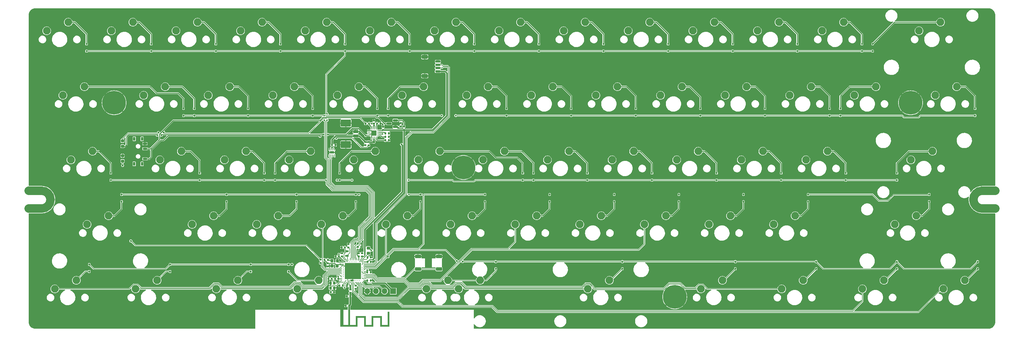
<source format=gbr>
%TF.GenerationSoftware,KiCad,Pcbnew,7.0.5*%
%TF.CreationDate,2024-03-02T17:25:27+09:00*%
%TF.ProjectId,Hotp4ck60,486f7470-3463-46b3-9630-2e6b69636164,rev?*%
%TF.SameCoordinates,Original*%
%TF.FileFunction,Copper,L2,Bot*%
%TF.FilePolarity,Positive*%
%FSLAX46Y46*%
G04 Gerber Fmt 4.6, Leading zero omitted, Abs format (unit mm)*
G04 Created by KiCad (PCBNEW 7.0.5) date 2024-03-02 17:25:27*
%MOMM*%
%LPD*%
G01*
G04 APERTURE LIST*
G04 Aperture macros list*
%AMRoundRect*
0 Rectangle with rounded corners*
0 $1 Rounding radius*
0 $2 $3 $4 $5 $6 $7 $8 $9 X,Y pos of 4 corners*
0 Add a 4 corners polygon primitive as box body*
4,1,4,$2,$3,$4,$5,$6,$7,$8,$9,$2,$3,0*
0 Add four circle primitives for the rounded corners*
1,1,$1+$1,$2,$3*
1,1,$1+$1,$4,$5*
1,1,$1+$1,$6,$7*
1,1,$1+$1,$8,$9*
0 Add four rect primitives between the rounded corners*
20,1,$1+$1,$2,$3,$4,$5,0*
20,1,$1+$1,$4,$5,$6,$7,0*
20,1,$1+$1,$6,$7,$8,$9,0*
20,1,$1+$1,$8,$9,$2,$3,0*%
G04 Aperture macros list end*
%TA.AperFunction,EtchedComponent*%
%ADD10C,2.501900*%
%TD*%
%TA.AperFunction,ComponentPad*%
%ADD11C,2.250000*%
%TD*%
%TA.AperFunction,ComponentPad*%
%ADD12R,1.700000X1.700000*%
%TD*%
%TA.AperFunction,ComponentPad*%
%ADD13O,1.700000X1.700000*%
%TD*%
%TA.AperFunction,ComponentPad*%
%ADD14C,7.001300*%
%TD*%
%TA.AperFunction,ComponentPad*%
%ADD15C,7.000240*%
%TD*%
%TA.AperFunction,SMDPad,CuDef*%
%ADD16RoundRect,0.140000X-0.140000X-0.170000X0.140000X-0.170000X0.140000X0.170000X-0.140000X0.170000X0*%
%TD*%
%TA.AperFunction,SMDPad,CuDef*%
%ADD17RoundRect,0.112500X-0.112500X0.187500X-0.112500X-0.187500X0.112500X-0.187500X0.112500X0.187500X0*%
%TD*%
%TA.AperFunction,SMDPad,CuDef*%
%ADD18RoundRect,0.140000X0.170000X-0.140000X0.170000X0.140000X-0.170000X0.140000X-0.170000X-0.140000X0*%
%TD*%
%TA.AperFunction,SMDPad,CuDef*%
%ADD19RoundRect,0.140000X0.140000X0.170000X-0.140000X0.170000X-0.140000X-0.170000X0.140000X-0.170000X0*%
%TD*%
%TA.AperFunction,SMDPad,CuDef*%
%ADD20RoundRect,0.112500X0.112500X-0.187500X0.112500X0.187500X-0.112500X0.187500X-0.112500X-0.187500X0*%
%TD*%
%TA.AperFunction,SMDPad,CuDef*%
%ADD21RoundRect,0.218750X-0.256250X0.218750X-0.256250X-0.218750X0.256250X-0.218750X0.256250X0.218750X0*%
%TD*%
%TA.AperFunction,SMDPad,CuDef*%
%ADD22RoundRect,0.150000X0.587500X0.150000X-0.587500X0.150000X-0.587500X-0.150000X0.587500X-0.150000X0*%
%TD*%
%TA.AperFunction,SMDPad,CuDef*%
%ADD23R,1.100000X0.600000*%
%TD*%
%TA.AperFunction,SMDPad,CuDef*%
%ADD24RoundRect,0.135000X-0.135000X-0.185000X0.135000X-0.185000X0.135000X0.185000X-0.135000X0.185000X0*%
%TD*%
%TA.AperFunction,SMDPad,CuDef*%
%ADD25RoundRect,0.135000X0.185000X-0.135000X0.185000X0.135000X-0.185000X0.135000X-0.185000X-0.135000X0*%
%TD*%
%TA.AperFunction,SMDPad,CuDef*%
%ADD26RoundRect,0.225000X0.225000X0.250000X-0.225000X0.250000X-0.225000X-0.250000X0.225000X-0.250000X0*%
%TD*%
%TA.AperFunction,SMDPad,CuDef*%
%ADD27RoundRect,0.147500X0.172500X-0.147500X0.172500X0.147500X-0.172500X0.147500X-0.172500X-0.147500X0*%
%TD*%
%TA.AperFunction,SMDPad,CuDef*%
%ADD28RoundRect,0.062500X-0.062500X0.325000X-0.062500X-0.325000X0.062500X-0.325000X0.062500X0.325000X0*%
%TD*%
%TA.AperFunction,SMDPad,CuDef*%
%ADD29R,1.300000X0.700000*%
%TD*%
%TA.AperFunction,SMDPad,CuDef*%
%ADD30R,0.800000X0.900000*%
%TD*%
%TA.AperFunction,SMDPad,CuDef*%
%ADD31RoundRect,0.090000X0.535000X-0.210000X0.535000X0.210000X-0.535000X0.210000X-0.535000X-0.210000X0*%
%TD*%
%TA.AperFunction,SMDPad,CuDef*%
%ADD32RoundRect,0.105000X-0.245000X-0.445000X0.245000X-0.445000X0.245000X0.445000X-0.245000X0.445000X0*%
%TD*%
%TA.AperFunction,SMDPad,CuDef*%
%ADD33RoundRect,0.140000X-0.170000X0.140000X-0.170000X-0.140000X0.170000X-0.140000X0.170000X0.140000X0*%
%TD*%
%TA.AperFunction,SMDPad,CuDef*%
%ADD34RoundRect,0.062500X0.062500X-0.375000X0.062500X0.375000X-0.062500X0.375000X-0.062500X-0.375000X0*%
%TD*%
%TA.AperFunction,SMDPad,CuDef*%
%ADD35RoundRect,0.062500X0.375000X-0.062500X0.375000X0.062500X-0.375000X0.062500X-0.375000X-0.062500X0*%
%TD*%
%TA.AperFunction,SMDPad,CuDef*%
%ADD36R,1.600000X1.600000*%
%TD*%
%TA.AperFunction,SMDPad,CuDef*%
%ADD37RoundRect,0.147500X0.147500X0.172500X-0.147500X0.172500X-0.147500X-0.172500X0.147500X-0.172500X0*%
%TD*%
%TA.AperFunction,SMDPad,CuDef*%
%ADD38RoundRect,0.218750X0.218750X0.256250X-0.218750X0.256250X-0.218750X-0.256250X0.218750X-0.256250X0*%
%TD*%
%TA.AperFunction,SMDPad,CuDef*%
%ADD39RoundRect,0.200000X0.600000X-0.200000X0.600000X0.200000X-0.600000X0.200000X-0.600000X-0.200000X0*%
%TD*%
%TA.AperFunction,SMDPad,CuDef*%
%ADD40RoundRect,0.250001X1.249999X-0.799999X1.249999X0.799999X-1.249999X0.799999X-1.249999X-0.799999X0*%
%TD*%
%TA.AperFunction,SMDPad,CuDef*%
%ADD41RoundRect,0.275000X0.625000X0.275000X-0.625000X0.275000X-0.625000X-0.275000X0.625000X-0.275000X0*%
%TD*%
%TA.AperFunction,SMDPad,CuDef*%
%ADD42RoundRect,0.135000X0.135000X0.185000X-0.135000X0.185000X-0.135000X-0.185000X0.135000X-0.185000X0*%
%TD*%
%TA.AperFunction,SMDPad,CuDef*%
%ADD43RoundRect,0.218750X0.256250X-0.218750X0.256250X0.218750X-0.256250X0.218750X-0.256250X-0.218750X0*%
%TD*%
%TA.AperFunction,ConnectorPad*%
%ADD44R,0.500000X0.500000*%
%TD*%
%TA.AperFunction,ComponentPad*%
%ADD45R,0.900000X0.500000*%
%TD*%
%TA.AperFunction,SMDPad,CuDef*%
%ADD46RoundRect,0.150000X0.625000X-0.150000X0.625000X0.150000X-0.625000X0.150000X-0.625000X-0.150000X0*%
%TD*%
%TA.AperFunction,SMDPad,CuDef*%
%ADD47RoundRect,0.250000X0.650000X-0.350000X0.650000X0.350000X-0.650000X0.350000X-0.650000X-0.350000X0*%
%TD*%
%TA.AperFunction,SMDPad,CuDef*%
%ADD48C,0.250000*%
%TD*%
%TA.AperFunction,SMDPad,CuDef*%
%ADD49R,4.850000X4.850000*%
%TD*%
%TA.AperFunction,ViaPad*%
%ADD50C,0.600000*%
%TD*%
%TA.AperFunction,ViaPad*%
%ADD51C,0.500000*%
%TD*%
%TA.AperFunction,ViaPad*%
%ADD52C,0.800000*%
%TD*%
%TA.AperFunction,Conductor*%
%ADD53C,0.200000*%
%TD*%
%TA.AperFunction,Conductor*%
%ADD54C,0.500000*%
%TD*%
%TA.AperFunction,Conductor*%
%ADD55C,0.250000*%
%TD*%
%TA.AperFunction,Conductor*%
%ADD56C,0.135000*%
%TD*%
%TA.AperFunction,Conductor*%
%ADD57C,0.127000*%
%TD*%
%TA.AperFunction,Conductor*%
%ADD58C,0.400000*%
%TD*%
G04 APERTURE END LIST*
D10*
%TO.C,H8*%
X71812500Y-152599050D02*
X75612500Y-152599050D01*
X71812500Y-157900950D02*
X75612500Y-157900950D01*
X353012500Y-152599050D02*
X356812500Y-152599050D01*
X353012500Y-157900950D02*
X356862500Y-157900950D01*
X78263450Y-155250000D02*
G75*
G03*
X75612500Y-152599050I-2650949J1D01*
G01*
X75612500Y-157900950D02*
G75*
G03*
X78263450Y-155250000I1J2650949D01*
G01*
X353012500Y-152599050D02*
G75*
G03*
X350361550Y-155250000I0J-2650950D01*
G01*
X350361550Y-155250000D02*
G75*
G03*
X353012500Y-157900950I2650950J0D01*
G01*
%TA.AperFunction,EtchedComponent*%
%TO.C,AE1*%
G36*
X164640000Y-192255000D02*
G01*
X166040000Y-192255000D01*
X166040000Y-187355000D01*
X166540000Y-187355000D01*
X166540000Y-192255000D01*
X168240000Y-192255000D01*
X168240000Y-189615000D01*
X171240000Y-189615000D01*
X171240000Y-192255000D01*
X172940000Y-192255000D01*
X172940000Y-189615000D01*
X175940000Y-189615000D01*
X175940000Y-192255000D01*
X177640000Y-192255000D01*
X177640000Y-188315000D01*
X178140000Y-188315000D01*
X178140000Y-192755000D01*
X175440000Y-192755000D01*
X175440000Y-190115000D01*
X173440000Y-190115000D01*
X173440000Y-192755000D01*
X170740000Y-192755000D01*
X170740000Y-190115000D01*
X168740000Y-190115000D01*
X168740000Y-192755000D01*
X163740000Y-192755000D01*
X163740000Y-187598215D01*
X164042417Y-187598215D01*
X164047153Y-187646622D01*
X164066815Y-187691416D01*
X164101755Y-187728186D01*
X164134647Y-187745092D01*
X164182733Y-187752982D01*
X164232318Y-187746408D01*
X164277628Y-187726313D01*
X164312888Y-187693643D01*
X164329782Y-187661417D01*
X164338222Y-187613158D01*
X164331691Y-187563632D01*
X164311132Y-187518447D01*
X164277489Y-187483213D01*
X164258878Y-187472600D01*
X164213363Y-187459700D01*
X164164844Y-187458957D01*
X164122181Y-187471065D01*
X164114269Y-187475419D01*
X164076326Y-187508203D01*
X164052258Y-187550605D01*
X164042417Y-187598215D01*
X163740000Y-187598215D01*
X163740000Y-187355000D01*
X164640000Y-187355000D01*
X164640000Y-192255000D01*
G37*
%TD.AperFunction*%
%TD*%
D11*
%TO.P,S47,1*%
%TO.N,col6*%
X196215000Y-162560000D03*
%TO.P,S47,2*%
%TO.N,Net-(D47-A)*%
X202565000Y-160020000D03*
%TD*%
%TO.P,S15,1*%
%TO.N,col0*%
X81915000Y-124460000D03*
%TO.P,S15,2*%
%TO.N,Net-(D15-A)*%
X88265000Y-121920000D03*
%TD*%
%TO.P,S39,1*%
%TO.N,col10*%
X281940000Y-143510000D03*
%TO.P,S39,2*%
%TO.N,Net-(D39-A)*%
X288290000Y-140970000D03*
%TD*%
%TO.P,S38,1*%
%TO.N,col9*%
X262890000Y-143510000D03*
%TO.P,S38,2*%
%TO.N,Net-(D38-A)*%
X269240000Y-140970000D03*
%TD*%
%TO.P,S11,1*%
%TO.N,col10*%
X267652500Y-105410000D03*
%TO.P,S11,2*%
%TO.N,Net-(D11-A)*%
X274002500Y-102870000D03*
%TD*%
%TO.P,S17,1*%
%TO.N,col2*%
X124777500Y-124460000D03*
%TO.P,S17,2*%
%TO.N,Net-(D17-A)*%
X131127500Y-121920000D03*
%TD*%
D12*
%TO.P,J3,1,Pin_1*%
%TO.N,VDD*%
X179300000Y-182265000D03*
D13*
%TO.P,J3,2,Pin_2*%
%TO.N,SWDIO*%
X176760000Y-182265000D03*
%TO.P,J3,3,Pin_3*%
%TO.N,SWDCLK*%
X174220000Y-182265000D03*
%TO.P,J3,4,Pin_4*%
%TO.N,GND*%
X171680000Y-182265000D03*
%TD*%
D11*
%TO.P,S50,1*%
%TO.N,col9*%
X253365000Y-162560000D03*
%TO.P,S50,2*%
%TO.N,Net-(D50-A)*%
X259715000Y-160020000D03*
%TD*%
%TO.P,S22,1*%
%TO.N,col7*%
X220027500Y-124460000D03*
%TO.P,S22,2*%
%TO.N,Net-(D22-A)*%
X226377500Y-121920000D03*
%TD*%
%TO.P,S63,1*%
%TO.N,col8*%
X236696250Y-181610000D03*
%TO.P,S63,2*%
%TO.N,Net-(D63-A)*%
X243046250Y-179070000D03*
%TD*%
%TO.P,S10,1*%
%TO.N,col9*%
X248602500Y-105410000D03*
%TO.P,S10,2*%
%TO.N,Net-(D10-A)*%
X254952500Y-102870000D03*
%TD*%
%TO.P,S20,1*%
%TO.N,col5*%
X181927500Y-124460000D03*
%TO.P,S20,2*%
%TO.N,Net-(D20-A)*%
X188277500Y-121920000D03*
%TD*%
%TO.P,S59,1*%
%TO.N,col11*%
X293846250Y-181610000D03*
%TO.P,S59,2*%
%TO.N,Net-(D59-A)*%
X300196250Y-179070000D03*
%TD*%
%TO.P,S58,1*%
%TO.N,col10*%
X270033750Y-181610000D03*
%TO.P,S58,2*%
%TO.N,Net-(D58-A)*%
X276383750Y-179070000D03*
%TD*%
%TO.P,S33,1*%
%TO.N,col4*%
X167640000Y-143510000D03*
%TO.P,S33,2*%
%TO.N,Net-(D33-A)*%
X173990000Y-140970000D03*
%TD*%
%TO.P,S48,1*%
%TO.N,col7*%
X215265000Y-162560000D03*
%TO.P,S48,2*%
%TO.N,Net-(D48-A)*%
X221615000Y-160020000D03*
%TD*%
%TO.P,S21,1*%
%TO.N,col6*%
X200977500Y-124460000D03*
%TO.P,S21,2*%
%TO.N,Net-(D21-A)*%
X207327500Y-121920000D03*
%TD*%
%TO.P,S28,1*%
%TO.N,col13*%
X339090000Y-124460000D03*
%TO.P,S28,2*%
%TO.N,Net-(D28-A)*%
X345440000Y-121920000D03*
%TD*%
%TO.P,S55,1*%
%TO.N,col1*%
X103346250Y-181610000D03*
%TO.P,S55,2*%
%TO.N,Net-(D55-A)*%
X109696250Y-179070000D03*
%TD*%
%TO.P,S30,1*%
%TO.N,col1*%
X110490000Y-143510000D03*
%TO.P,S30,2*%
%TO.N,Net-(D30-A)*%
X116840000Y-140970000D03*
%TD*%
%TO.P,S24,1*%
%TO.N,col9*%
X258127500Y-124460000D03*
%TO.P,S24,2*%
%TO.N,Net-(D24-A)*%
X264477500Y-121920000D03*
%TD*%
%TO.P,S32,1*%
%TO.N,col3*%
X148590000Y-143510000D03*
%TO.P,S32,2*%
%TO.N,Net-(D32-A)*%
X154940000Y-140970000D03*
%TD*%
%TO.P,S8,1*%
%TO.N,col7*%
X210502500Y-105410000D03*
%TO.P,S8,2*%
%TO.N,Net-(D8-A)*%
X216852500Y-102870000D03*
%TD*%
%TO.P,S60,1*%
%TO.N,col12*%
X317658750Y-181610000D03*
%TO.P,S60,2*%
%TO.N,Net-(D60-A)*%
X324008750Y-179070000D03*
%TD*%
%TO.P,S7,1*%
%TO.N,col6*%
X191452500Y-105410000D03*
%TO.P,S7,2*%
%TO.N,Net-(D7-A)*%
X197802500Y-102870000D03*
%TD*%
%TO.P,S3,1*%
%TO.N,col2*%
X115252500Y-105410000D03*
%TO.P,S3,2*%
%TO.N,Net-(D3-A)*%
X121602500Y-102870000D03*
%TD*%
%TO.P,S18,1*%
%TO.N,col3*%
X143827500Y-124460000D03*
%TO.P,S18,2*%
%TO.N,Net-(D18-A)*%
X150177500Y-121920000D03*
%TD*%
%TO.P,S49,1*%
%TO.N,col8*%
X234315000Y-162560000D03*
%TO.P,S49,2*%
%TO.N,Net-(D49-A)*%
X240665000Y-160020000D03*
%TD*%
%TO.P,S9,1*%
%TO.N,col8*%
X229552500Y-105410000D03*
%TO.P,S9,2*%
%TO.N,Net-(D9-A)*%
X235902500Y-102870000D03*
%TD*%
%TO.P,S13,1*%
%TO.N,col12*%
X305752500Y-105410000D03*
%TO.P,S13,2*%
%TO.N,Net-(D13-A)*%
X312102500Y-102870000D03*
%TD*%
%TO.P,S31,1*%
%TO.N,col2*%
X129540000Y-143510000D03*
%TO.P,S31,2*%
%TO.N,Net-(D31-A)*%
X135890000Y-140970000D03*
%TD*%
%TO.P,S35,1*%
%TO.N,col6*%
X205740000Y-143510000D03*
%TO.P,S35,2*%
%TO.N,Net-(D35-A)*%
X212090000Y-140970000D03*
%TD*%
%TO.P,S44,1*%
%TO.N,col3*%
X139065000Y-162560000D03*
%TO.P,S44,2*%
%TO.N,Net-(D44-A)*%
X145415000Y-160020000D03*
%TD*%
%TO.P,S27,1*%
%TO.N,col12*%
X315277500Y-124460000D03*
%TO.P,S27,2*%
%TO.N,Net-(D27-A)*%
X321627500Y-121920000D03*
%TD*%
%TO.P,S29,1*%
%TO.N,col0*%
X84296250Y-143510000D03*
%TO.P,S29,2*%
%TO.N,Net-(D29-A)*%
X90646250Y-140970000D03*
%TD*%
%TO.P,S5,1*%
%TO.N,col4*%
X153352500Y-105410000D03*
%TO.P,S5,2*%
%TO.N,Net-(D5-A)*%
X159702500Y-102870000D03*
%TD*%
%TO.P,S40,1*%
%TO.N,col11*%
X300990000Y-143510000D03*
%TO.P,S40,2*%
%TO.N,Net-(D40-A)*%
X307340000Y-140970000D03*
%TD*%
%TO.P,S42,1*%
%TO.N,col0*%
X89058750Y-162560000D03*
%TO.P,S42,2*%
%TO.N,Net-(D42-A)*%
X95408750Y-160020000D03*
%TD*%
%TO.P,S54,1*%
%TO.N,col0*%
X79533750Y-181610000D03*
%TO.P,S54,2*%
%TO.N,Net-(D54-A)*%
X85883750Y-179070000D03*
%TD*%
%TO.P,S37,1*%
%TO.N,col8*%
X243840000Y-143510000D03*
%TO.P,S37,2*%
%TO.N,Net-(D37-A)*%
X250190000Y-140970000D03*
%TD*%
%TO.P,S4,1*%
%TO.N,col3*%
X134302500Y-105410000D03*
%TO.P,S4,2*%
%TO.N,Net-(D4-A)*%
X140652500Y-102870000D03*
%TD*%
%TO.P,S34,1*%
%TO.N,col5*%
X186690000Y-143510000D03*
%TO.P,S34,2*%
%TO.N,Net-(D34-A)*%
X193040000Y-140970000D03*
%TD*%
%TO.P,S53,1*%
%TO.N,col13*%
X327183750Y-162560000D03*
%TO.P,S53,2*%
%TO.N,Net-(D53-A)*%
X333533750Y-160020000D03*
%TD*%
%TO.P,S571,1*%
%TO.N,col6*%
X189071250Y-181610000D03*
%TO.P,S571,2*%
%TO.N,Net-(D57-A)*%
X195421250Y-179070000D03*
%TD*%
%TO.P,S41,1*%
%TO.N,col13*%
X331946250Y-143510000D03*
%TO.P,S41,2*%
%TO.N,Net-(D41-A)*%
X338296250Y-140970000D03*
%TD*%
%TO.P,S51,1*%
%TO.N,col10*%
X272415000Y-162560000D03*
%TO.P,S51,2*%
%TO.N,Net-(D51-A)*%
X278765000Y-160020000D03*
%TD*%
%TO.P,S25,1*%
%TO.N,col10*%
X277177500Y-124460000D03*
%TO.P,S25,2*%
%TO.N,Net-(D25-A)*%
X283527500Y-121920000D03*
%TD*%
%TO.P,S36,1*%
%TO.N,col7*%
X224790000Y-143510000D03*
%TO.P,S36,2*%
%TO.N,Net-(D36-A)*%
X231140000Y-140970000D03*
%TD*%
%TO.P,S46,1*%
%TO.N,col5*%
X177165000Y-162560000D03*
%TO.P,S46,2*%
%TO.N,Net-(D46-A)*%
X183515000Y-160020000D03*
%TD*%
%TO.P,S6,1*%
%TO.N,col5*%
X172402500Y-105410000D03*
%TO.P,S6,2*%
%TO.N,Net-(D6-A)*%
X178752500Y-102870000D03*
%TD*%
%TO.P,S19,1*%
%TO.N,col4*%
X162877500Y-124460000D03*
%TO.P,S19,2*%
%TO.N,Net-(D19-A)*%
X169227500Y-121920000D03*
%TD*%
%TO.P,S43,1*%
%TO.N,col2*%
X120015000Y-162560000D03*
%TO.P,S43,2*%
%TO.N,Net-(D43-A)*%
X126365000Y-160020000D03*
%TD*%
%TO.P,S62,1*%
%TO.N,col3*%
X150971250Y-181610000D03*
%TO.P,S62,2*%
%TO.N,Net-(D62-A)*%
X157321250Y-179070000D03*
%TD*%
%TO.P,S61,1*%
%TO.N,col13*%
X341471250Y-181610000D03*
%TO.P,S61,2*%
%TO.N,Net-(D61-A)*%
X347821250Y-179070000D03*
%TD*%
%TO.P,S16,1*%
%TO.N,col1*%
X105727500Y-124460000D03*
%TO.P,S16,2*%
%TO.N,Net-(D16-A)*%
X112077500Y-121920000D03*
%TD*%
%TO.P,S45,1*%
%TO.N,col4*%
X158115000Y-162560000D03*
%TO.P,S45,2*%
%TO.N,Net-(D45-A)*%
X164465000Y-160020000D03*
%TD*%
%TO.P,S56,1*%
%TO.N,col2*%
X127158750Y-181610000D03*
%TO.P,S56,2*%
%TO.N,Net-(D56-A)*%
X133508750Y-179070000D03*
%TD*%
%TO.P,S57,1*%
%TO.N,col6*%
X198596250Y-181610000D03*
%TO.P,S57,2*%
%TO.N,Net-(D57-A)*%
X204946250Y-179070000D03*
%TD*%
%TO.P,S26,1*%
%TO.N,col11*%
X296227500Y-124460000D03*
%TO.P,S26,2*%
%TO.N,Net-(D26-A)*%
X302577500Y-121920000D03*
%TD*%
%TO.P,S2,1*%
%TO.N,col1*%
X96202500Y-105410000D03*
%TO.P,S2,2*%
%TO.N,Net-(D2-A)*%
X102552500Y-102870000D03*
%TD*%
%TO.P,S12,1*%
%TO.N,col11*%
X286702500Y-105410000D03*
%TO.P,S12,2*%
%TO.N,Net-(D12-A)*%
X293052500Y-102870000D03*
%TD*%
%TO.P,S23,1*%
%TO.N,col8*%
X239077500Y-124460000D03*
%TO.P,S23,2*%
%TO.N,Net-(D23-A)*%
X245427500Y-121920000D03*
%TD*%
%TO.P,S1,1*%
%TO.N,col0*%
X77152500Y-105410000D03*
%TO.P,S1,2*%
%TO.N,Net-(D1-A)*%
X83502500Y-102870000D03*
%TD*%
%TO.P,S52,1*%
%TO.N,col11*%
X291465000Y-162560000D03*
%TO.P,S52,2*%
%TO.N,Net-(D52-A)*%
X297815000Y-160020000D03*
%TD*%
D14*
%TO.P,H8,1*%
%TO.N,GND*%
X97012500Y-126650000D03*
D15*
X200012500Y-145750000D03*
X262312500Y-183950000D03*
X331862500Y-126650000D03*
%TD*%
D11*
%TO.P,S14,1*%
%TO.N,col13*%
X334327500Y-105410000D03*
%TO.P,S14,2*%
%TO.N,Net-(D14-A)*%
X340677500Y-102870000D03*
%TD*%
D16*
%TO.P,C15,1*%
%TO.N,VDD*%
X171690000Y-176650000D03*
%TO.P,C15,2*%
%TO.N,GND*%
X172650000Y-176650000D03*
%TD*%
D17*
%TO.P,D54,1,K*%
%TO.N,row4*%
X89693750Y-174368750D03*
%TO.P,D54,2,A*%
%TO.N,Net-(D54-A)*%
X89693750Y-176468750D03*
%TD*%
D18*
%TO.P,C7,1*%
%TO.N,Net-(U1-XL2{slash}P0.01)*%
X166090000Y-169360000D03*
%TO.P,C7,2*%
%TO.N,GND*%
X166090000Y-168400000D03*
%TD*%
D19*
%TO.P,C18,1*%
%TO.N,VDD*%
X163290000Y-172000000D03*
%TO.P,C18,2*%
%TO.N,GND*%
X162330000Y-172000000D03*
%TD*%
D20*
%TO.P,D3,1,K*%
%TO.N,row0*%
X127000000Y-111381250D03*
%TO.P,D3,2,A*%
%TO.N,Net-(D3-A)*%
X127000000Y-109281250D03*
%TD*%
%TO.P,D34,1,K*%
%TO.N,row2*%
X217487500Y-149481250D03*
%TO.P,D34,2,A*%
%TO.N,Net-(D34-A)*%
X217487500Y-147381250D03*
%TD*%
D21*
%TO.P,LED1,1,K*%
%TO.N,GND*%
X99520000Y-142282500D03*
%TO.P,LED1,2,A*%
%TO.N,Net-(LED1-A)*%
X99520000Y-143857500D03*
%TD*%
D20*
%TO.P,D21,1,K*%
%TO.N,row1*%
X212725000Y-130431250D03*
%TO.P,D21,2,A*%
%TO.N,Net-(D21-A)*%
X212725000Y-128331250D03*
%TD*%
D22*
%TO.P,Q1,1,G*%
%TO.N,Net-(Q1-G)*%
X179947500Y-131840000D03*
%TO.P,Q1,2,S*%
%TO.N,GND*%
X179947500Y-133740000D03*
%TO.P,Q1,3,D*%
%TO.N,SYSOFF*%
X178072500Y-132790000D03*
%TD*%
D17*
%TO.P,D55,1,K*%
%TO.N,row4*%
X113506250Y-174368750D03*
%TO.P,D55,2,A*%
%TO.N,Net-(D55-A)*%
X113506250Y-176468750D03*
%TD*%
D18*
%TO.P,C17,1*%
%TO.N,VDD*%
X169150000Y-172040000D03*
%TO.P,C17,2*%
%TO.N,GND*%
X169150000Y-171080000D03*
%TD*%
D20*
%TO.P,D29,1,K*%
%TO.N,row2*%
X96043750Y-149481250D03*
%TO.P,D29,2,A*%
%TO.N,Net-(D29-A)*%
X96043750Y-147381250D03*
%TD*%
D17*
%TO.P,D56,1,K*%
%TO.N,row4*%
X137318750Y-174368750D03*
%TO.P,D56,2,A*%
%TO.N,Net-(D56-A)*%
X137318750Y-176468750D03*
%TD*%
D20*
%TO.P,D28,1,K*%
%TO.N,row1*%
X350837500Y-130431250D03*
%TO.P,D28,2,A*%
%TO.N,Net-(D28-A)*%
X350837500Y-128331250D03*
%TD*%
D17*
%TO.P,D53,1,K*%
%TO.N,row3*%
X337343750Y-153731250D03*
%TO.P,D53,2,A*%
%TO.N,Net-(D53-A)*%
X337343750Y-155831250D03*
%TD*%
D20*
%TO.P,D4,1,K*%
%TO.N,row0*%
X146050000Y-111381250D03*
%TO.P,D4,2,A*%
%TO.N,Net-(D4-A)*%
X146050000Y-109281250D03*
%TD*%
%TO.P,D37,1,K*%
%TO.N,row2*%
X255587500Y-149481250D03*
%TO.P,D37,2,A*%
%TO.N,Net-(D37-A)*%
X255587500Y-147381250D03*
%TD*%
D17*
%TO.P,D42,1,K*%
%TO.N,row3*%
X99218750Y-153731250D03*
%TO.P,D42,2,A*%
%TO.N,Net-(D42-A)*%
X99218750Y-155831250D03*
%TD*%
D18*
%TO.P,C8,1*%
%TO.N,VDDH*%
X170140000Y-172040000D03*
%TO.P,C8,2*%
%TO.N,GND*%
X170140000Y-171080000D03*
%TD*%
D16*
%TO.P,C2,1*%
%TO.N,GND*%
X165680000Y-183760000D03*
%TO.P,C2,2*%
%TO.N,Net-(AE1-Pad1)*%
X166640000Y-183760000D03*
%TD*%
%TO.P,C3,1*%
%TO.N,GND*%
X165680000Y-180740000D03*
%TO.P,C3,2*%
%TO.N,Net-(U1-ANT)*%
X166640000Y-180740000D03*
%TD*%
D20*
%TO.P,D35,1,K*%
%TO.N,row2*%
X220662500Y-149481250D03*
%TO.P,D35,2,A*%
%TO.N,Net-(D35-A)*%
X220662500Y-147381250D03*
%TD*%
%TO.P,D26,1,K*%
%TO.N,row1*%
X307975000Y-130431250D03*
%TO.P,D26,2,A*%
%TO.N,Net-(D26-A)*%
X307975000Y-128331250D03*
%TD*%
%TO.P,D1,1,K*%
%TO.N,row0*%
X88900000Y-111381250D03*
%TO.P,D1,2,A*%
%TO.N,Net-(D1-A)*%
X88900000Y-109281250D03*
%TD*%
D23*
%TO.P,Y2,1,1*%
%TO.N,Net-(U1-XL2{slash}P0.01)*%
X165650000Y-171860000D03*
%TO.P,Y2,2,2*%
%TO.N,Net-(U1-XL1{slash}P0.00)*%
X165650000Y-170460000D03*
%TD*%
D17*
%TO.P,D61,1,K*%
%TO.N,row4*%
X351631250Y-173575000D03*
%TO.P,D61,2,A*%
%TO.N,Net-(D61-A)*%
X351631250Y-175675000D03*
%TD*%
D24*
%TO.P,R5,1*%
%TO.N,Net-(U2-TS)*%
X176990000Y-137730000D03*
%TO.P,R5,2*%
%TO.N,GND*%
X178010000Y-137730000D03*
%TD*%
D17*
%TO.P,D62,1,K*%
%TO.N,row4*%
X148431250Y-174368750D03*
%TO.P,D62,2,A*%
%TO.N,Net-(D62-A)*%
X148431250Y-176468750D03*
%TD*%
D20*
%TO.P,D8,1,K*%
%TO.N,row0*%
X222250000Y-111381250D03*
%TO.P,D8,2,A*%
%TO.N,Net-(D8-A)*%
X222250000Y-109281250D03*
%TD*%
D25*
%TO.P,R8,1*%
%TO.N,Net-(Q1-G)*%
X181480000Y-133674000D03*
%TO.P,R8,2*%
%TO.N,GND*%
X181480000Y-132654000D03*
%TD*%
D20*
%TO.P,D6,1,K*%
%TO.N,row0*%
X184150000Y-111381250D03*
%TO.P,D6,2,A*%
%TO.N,Net-(D6-A)*%
X184150000Y-109281250D03*
%TD*%
D17*
%TO.P,D50,1,K*%
%TO.N,row3*%
X263525000Y-153731250D03*
%TO.P,D50,2,A*%
%TO.N,Net-(D50-A)*%
X263525000Y-155831250D03*
%TD*%
D20*
%TO.P,D25,1,K*%
%TO.N,row1*%
X288925000Y-130431250D03*
%TO.P,D25,2,A*%
%TO.N,Net-(D25-A)*%
X288925000Y-128331250D03*
%TD*%
D25*
%TO.P,R7,1*%
%TO.N,+5V*%
X182496000Y-134694000D03*
%TO.P,R7,2*%
%TO.N,Net-(Q1-G)*%
X182496000Y-133674000D03*
%TD*%
D20*
%TO.P,D27,1,K*%
%TO.N,row1*%
X311150000Y-130431250D03*
%TO.P,D27,2,A*%
%TO.N,Net-(D27-A)*%
X311150000Y-128331250D03*
%TD*%
D26*
%TO.P,C10,1*%
%TO.N,DEC4_6*%
X162805000Y-174800000D03*
%TO.P,C10,2*%
%TO.N,GND*%
X161255000Y-174800000D03*
%TD*%
D17*
%TO.P,D52,1,K*%
%TO.N,row3*%
X301625000Y-153731250D03*
%TO.P,D52,2,A*%
%TO.N,Net-(D52-A)*%
X301625000Y-155831250D03*
%TD*%
D18*
%TO.P,C21,1*%
%TO.N,+5V*%
X176300000Y-134695000D03*
%TO.P,C21,2*%
%TO.N,GND*%
X176300000Y-133735000D03*
%TD*%
D19*
%TO.P,C16,1*%
%TO.N,VDD*%
X163100000Y-178580000D03*
%TO.P,C16,2*%
%TO.N,GND*%
X162140000Y-178580000D03*
%TD*%
D17*
%TO.P,D59,1,K*%
%TO.N,row4*%
X304006250Y-173575000D03*
%TO.P,D59,2,A*%
%TO.N,Net-(D59-A)*%
X304006250Y-175675000D03*
%TD*%
D27*
%TO.P,L1,1*%
%TO.N,Net-(AE1-Pad1)*%
X166640000Y-182735000D03*
%TO.P,L1,2*%
%TO.N,Net-(U1-ANT)*%
X166640000Y-181765000D03*
%TD*%
D20*
%TO.P,D18,1,K*%
%TO.N,row1*%
X155575000Y-130431250D03*
%TO.P,D18,2,A*%
%TO.N,Net-(D18-A)*%
X155575000Y-128331250D03*
%TD*%
D28*
%TO.P,U3,1,CTG*%
%TO.N,GND*%
X160530000Y-140337500D03*
%TO.P,U3,2,CELL*%
%TO.N,+BATT*%
X161030000Y-140337500D03*
%TO.P,U3,3,VDD*%
X161530000Y-140337500D03*
%TO.P,U3,4,GND*%
%TO.N,GND*%
X162030000Y-140337500D03*
%TO.P,U3,5,~{ALRT}*%
%TO.N,ALERT*%
X162030000Y-142262500D03*
%TO.P,U3,6,QSTRT*%
%TO.N,GND*%
X161530000Y-142262500D03*
%TO.P,U3,7,SCL*%
%TO.N,SCL*%
X161030000Y-142262500D03*
%TO.P,U3,8,SDA*%
%TO.N,SDA*%
X160530000Y-142262500D03*
D29*
%TO.P,U3,9,GND*%
%TO.N,GND*%
X161280000Y-141300000D03*
%TD*%
D20*
%TO.P,D33,1,K*%
%TO.N,row2*%
X163512500Y-149481250D03*
%TO.P,D33,2,A*%
%TO.N,Net-(D33-A)*%
X163512500Y-147381250D03*
%TD*%
D24*
%TO.P,R2,1*%
%TO.N,/Battery/TMR*%
X176990000Y-135660000D03*
%TO.P,R2,2*%
%TO.N,GND*%
X178010000Y-135660000D03*
%TD*%
D17*
%TO.P,D63,1,K*%
%TO.N,row4*%
X246856250Y-173575000D03*
%TO.P,D63,2,A*%
%TO.N,Net-(D63-A)*%
X246856250Y-175675000D03*
%TD*%
%TO.P,D45,1,K*%
%TO.N,row3*%
X168275000Y-153731250D03*
%TO.P,D45,2,A*%
%TO.N,Net-(D45-A)*%
X168275000Y-155831250D03*
%TD*%
D20*
%TO.P,D16,1,K*%
%TO.N,row1*%
X120650000Y-130431250D03*
%TO.P,D16,2,A*%
%TO.N,Net-(D16-A)*%
X120650000Y-128331250D03*
%TD*%
D17*
%TO.P,D44,1,K*%
%TO.N,row3*%
X150812500Y-153731250D03*
%TO.P,D44,2,A*%
%TO.N,Net-(D44-A)*%
X150812500Y-155831250D03*
%TD*%
D30*
%TO.P,Y1,1,1*%
%TO.N,Net-(U1-XC1)*%
X160850000Y-181310000D03*
%TO.P,Y1,2,2*%
%TO.N,GND*%
X160850000Y-179910000D03*
%TO.P,Y1,3,3*%
%TO.N,Net-(U1-XC2)*%
X161950000Y-179910000D03*
%TO.P,Y1,4,4*%
%TO.N,GND*%
X161950000Y-181310000D03*
%TD*%
D31*
%TO.P,SW2,1,A*%
%TO.N,Net-(SW2-A)*%
X106090000Y-143240000D03*
%TO.P,SW2,2,B*%
%TO.N,SYSOFF*%
X106090000Y-140240000D03*
%TO.P,SW2,3,C*%
%TO.N,GND*%
X106090000Y-138740000D03*
D32*
%TO.P,SW2,MP*%
%TO.N,N/C*%
X105240000Y-137290000D03*
X102940000Y-137290000D03*
X105240000Y-144690000D03*
X102940000Y-144690000D03*
%TD*%
D16*
%TO.P,C24,1*%
%TO.N,+BATT*%
X161280000Y-139110000D03*
%TO.P,C24,2*%
%TO.N,GND*%
X162240000Y-139110000D03*
%TD*%
D19*
%TO.P,C4,1*%
%TO.N,GND*%
X161880000Y-182560000D03*
%TO.P,C4,2*%
%TO.N,Net-(U1-XC1)*%
X160920000Y-182560000D03*
%TD*%
D20*
%TO.P,D7,1,K*%
%TO.N,row0*%
X203200000Y-111381250D03*
%TO.P,D7,2,A*%
%TO.N,Net-(D7-A)*%
X203200000Y-109281250D03*
%TD*%
D17*
%TO.P,D48,1,K*%
%TO.N,row3*%
X225425000Y-153731250D03*
%TO.P,D48,2,A*%
%TO.N,Net-(D48-A)*%
X225425000Y-155831250D03*
%TD*%
D33*
%TO.P,C23,1*%
%TO.N,+BATT*%
X171060000Y-138210000D03*
%TO.P,C23,2*%
%TO.N,GND*%
X171060000Y-139170000D03*
%TD*%
D20*
%TO.P,D40,1,K*%
%TO.N,row2*%
X312737500Y-149481250D03*
%TO.P,D40,2,A*%
%TO.N,Net-(D40-A)*%
X312737500Y-147381250D03*
%TD*%
D17*
%TO.P,D57,1,K*%
%TO.N,row4*%
X209550000Y-173575000D03*
%TO.P,D57,2,A*%
%TO.N,Net-(D57-A)*%
X209550000Y-175675000D03*
%TD*%
D33*
%TO.P,C9,1*%
%TO.N,DEC4_6*%
X160000000Y-174040000D03*
%TO.P,C9,2*%
%TO.N,GND*%
X160000000Y-175000000D03*
%TD*%
D16*
%TO.P,C19,1*%
%TO.N,+5V*%
X171720000Y-173590000D03*
%TO.P,C19,2*%
%TO.N,GND*%
X172680000Y-173590000D03*
%TD*%
D17*
%TO.P,D43,1,K*%
%TO.N,row3*%
X130175000Y-153731250D03*
%TO.P,D43,2,A*%
%TO.N,Net-(D43-A)*%
X130175000Y-155831250D03*
%TD*%
D24*
%TO.P,R4,1*%
%TO.N,Net-(U2-ISET)*%
X176980000Y-136690000D03*
%TO.P,R4,2*%
%TO.N,GND*%
X178000000Y-136690000D03*
%TD*%
D20*
%TO.P,D9,1,K*%
%TO.N,row0*%
X241300000Y-111381250D03*
%TO.P,D9,2,A*%
%TO.N,Net-(D9-A)*%
X241300000Y-109281250D03*
%TD*%
%TO.P,D13,1,K*%
%TO.N,row0*%
X317500000Y-111381250D03*
%TO.P,D13,2,A*%
%TO.N,Net-(D13-A)*%
X317500000Y-109281250D03*
%TD*%
%TO.P,D2,1,K*%
%TO.N,row0*%
X107950000Y-111381250D03*
%TO.P,D2,2,A*%
%TO.N,Net-(D2-A)*%
X107950000Y-109281250D03*
%TD*%
%TO.P,D20,1,K*%
%TO.N,row1*%
X177800000Y-130431250D03*
%TO.P,D20,2,A*%
%TO.N,Net-(D20-A)*%
X177800000Y-128331250D03*
%TD*%
%TO.P,D15,1,K*%
%TO.N,row1*%
X117475000Y-130431250D03*
%TO.P,D15,2,A*%
%TO.N,Net-(D15-A)*%
X117475000Y-128331250D03*
%TD*%
D16*
%TO.P,C20,1*%
%TO.N,DECUSB*%
X171710000Y-172270000D03*
%TO.P,C20,2*%
%TO.N,GND*%
X172670000Y-172270000D03*
%TD*%
D34*
%TO.P,U2,1,TS*%
%TO.N,Net-(U2-TS)*%
X174350000Y-137037500D03*
%TO.P,U2,2,BAT*%
%TO.N,+BATT*%
X173850000Y-137037500D03*
%TO.P,U2,3,BAT*%
X173350000Y-137037500D03*
%TO.P,U2,4,~{CE}*%
%TO.N,GND*%
X172850000Y-137037500D03*
D35*
%TO.P,U2,5,EN2*%
%TO.N,VDDH*%
X172162500Y-136350000D03*
%TO.P,U2,6,EN1*%
%TO.N,GND*%
X172162500Y-135850000D03*
%TO.P,U2,7,~{PGOOD}*%
%TO.N,unconnected-(U2-~{PGOOD}-Pad7)*%
X172162500Y-135350000D03*
%TO.P,U2,8,VSS*%
%TO.N,GND*%
X172162500Y-134850000D03*
D34*
%TO.P,U2,9,~{CHG}*%
%TO.N,Net-(U2-~{CHG})*%
X172850000Y-134162500D03*
%TO.P,U2,10,OUT*%
%TO.N,VDDH*%
X173350000Y-134162500D03*
%TO.P,U2,11,OUT*%
X173850000Y-134162500D03*
%TO.P,U2,12,ILIM*%
%TO.N,/Battery/ILIM*%
X174350000Y-134162500D03*
D35*
%TO.P,U2,13,IN*%
%TO.N,+5V*%
X175037500Y-134850000D03*
%TO.P,U2,14,TMR*%
%TO.N,/Battery/TMR*%
X175037500Y-135350000D03*
%TO.P,U2,15,SYSOFF*%
%TO.N,SYSOFF*%
X175037500Y-135850000D03*
%TO.P,U2,16,ISET*%
%TO.N,Net-(U2-ISET)*%
X175037500Y-136350000D03*
D36*
%TO.P,U2,17,VSS*%
%TO.N,GND*%
X173600000Y-135600000D03*
%TD*%
D37*
%TO.P,L3,1*%
%TO.N,Net-(L2-Pad2)*%
X160025000Y-173000000D03*
%TO.P,L3,2*%
%TO.N,DEC4_6*%
X159055000Y-173000000D03*
%TD*%
D16*
%TO.P,C14,1*%
%TO.N,VDD*%
X171690000Y-179080000D03*
%TO.P,C14,2*%
%TO.N,GND*%
X172650000Y-179080000D03*
%TD*%
D17*
%TO.P,D58,1,K*%
%TO.N,row4*%
X280193750Y-173575000D03*
%TO.P,D58,2,A*%
%TO.N,Net-(D58-A)*%
X280193750Y-175675000D03*
%TD*%
D38*
%TO.P,L2,1*%
%TO.N,DCC*%
X162817500Y-173270000D03*
%TO.P,L2,2*%
%TO.N,Net-(L2-Pad2)*%
X161242500Y-173270000D03*
%TD*%
D20*
%TO.P,D17,1,K*%
%TO.N,row1*%
X136525000Y-130431250D03*
%TO.P,D17,2,A*%
%TO.N,Net-(D17-A)*%
X136525000Y-128331250D03*
%TD*%
D39*
%TO.P,J2,1,Pin_1*%
%TO.N,+BATT*%
X168250000Y-136455000D03*
%TO.P,J2,2,Pin_2*%
%TO.N,GND*%
X168250000Y-135205000D03*
D40*
%TO.P,J2,MP,MountPin*%
X165350000Y-139005000D03*
X165350000Y-132655000D03*
%TD*%
D17*
%TO.P,D46,1,K*%
%TO.N,row3*%
X187325000Y-153731250D03*
%TO.P,D46,2,A*%
%TO.N,Net-(D46-A)*%
X187325000Y-155831250D03*
%TD*%
D20*
%TO.P,D24,1,K*%
%TO.N,row1*%
X269875000Y-130431250D03*
%TO.P,D24,2,A*%
%TO.N,Net-(D24-A)*%
X269875000Y-128331250D03*
%TD*%
%TO.P,D30,1,K*%
%TO.N,row2*%
X122237500Y-149481250D03*
%TO.P,D30,2,A*%
%TO.N,Net-(D30-A)*%
X122237500Y-147381250D03*
%TD*%
D16*
%TO.P,C1,1*%
%TO.N,GND*%
X165330000Y-186557364D03*
%TO.P,C1,2*%
%TO.N,Net-(AE1-Pad1)*%
X166290000Y-186557364D03*
%TD*%
D41*
%TO.P,SW1,1,A*%
%TO.N,GND*%
X192806250Y-172040000D03*
X186606250Y-172040000D03*
%TO.P,SW1,2,B*%
%TO.N,RST*%
X192806250Y-175740000D03*
X186606250Y-175740000D03*
%TD*%
D42*
%TO.P,R11,1*%
%TO.N,VDD*%
X169850000Y-168210000D03*
%TO.P,R11,2*%
%TO.N,SDA*%
X168830000Y-168210000D03*
%TD*%
D43*
%TO.P,L4,1*%
%TO.N,DCCH*%
X171990000Y-171087500D03*
%TO.P,L4,2*%
%TO.N,VDD*%
X171990000Y-169512500D03*
%TD*%
D20*
%TO.P,D31,1,K*%
%TO.N,row2*%
X141287500Y-149481250D03*
%TO.P,D31,2,A*%
%TO.N,Net-(D31-A)*%
X141287500Y-147381250D03*
%TD*%
%TO.P,D38,1,K*%
%TO.N,row2*%
X274637500Y-149481250D03*
%TO.P,D38,2,A*%
%TO.N,Net-(D38-A)*%
X274637500Y-147381250D03*
%TD*%
D44*
%TO.P,AE1,1*%
%TO.N,Net-(AE1-Pad1)*%
X166290000Y-187605000D03*
D45*
%TO.P,AE1,2*%
%TO.N,GND*%
X164190000Y-187605000D03*
%TD*%
D20*
%TO.P,D11,1,K*%
%TO.N,row0*%
X279400000Y-111381250D03*
%TO.P,D11,2,A*%
%TO.N,Net-(D11-A)*%
X279400000Y-109281250D03*
%TD*%
D18*
%TO.P,C22,1*%
%TO.N,VDDH*%
X173600000Y-132810000D03*
%TO.P,C22,2*%
%TO.N,GND*%
X173600000Y-131850000D03*
%TD*%
D21*
%TO.P,LED2,1,K*%
%TO.N,Net-(LED2-K)*%
X99520000Y-137892500D03*
%TO.P,LED2,2,A*%
%TO.N,VDDH*%
X99520000Y-139467500D03*
%TD*%
D20*
%TO.P,D19,1,K*%
%TO.N,row1*%
X174625000Y-130431250D03*
%TO.P,D19,2,A*%
%TO.N,Net-(D19-A)*%
X174625000Y-128331250D03*
%TD*%
D19*
%TO.P,C6,1*%
%TO.N,Net-(U1-XL1{slash}P0.00)*%
X165050000Y-169340000D03*
%TO.P,C6,2*%
%TO.N,GND*%
X164090000Y-169340000D03*
%TD*%
%TO.P,C12,1*%
%TO.N,DEC3*%
X164450000Y-180610000D03*
%TO.P,C12,2*%
%TO.N,GND*%
X163490000Y-180610000D03*
%TD*%
D20*
%TO.P,D41,1,K*%
%TO.N,row2*%
X327818750Y-149481250D03*
%TO.P,D41,2,A*%
%TO.N,Net-(D41-A)*%
X327818750Y-147381250D03*
%TD*%
D17*
%TO.P,D49,1,K*%
%TO.N,row3*%
X244475000Y-153731250D03*
%TO.P,D49,2,A*%
%TO.N,Net-(D49-A)*%
X244475000Y-155831250D03*
%TD*%
D20*
%TO.P,D14,1,K*%
%TO.N,row0*%
X320675000Y-111381250D03*
%TO.P,D14,2,A*%
%TO.N,Net-(D14-A)*%
X320675000Y-109281250D03*
%TD*%
D25*
%TO.P,R9,1*%
%TO.N,Net-(SW2-A)*%
X172050000Y-139230000D03*
%TO.P,R9,2*%
%TO.N,+BATT*%
X172050000Y-138210000D03*
%TD*%
D20*
%TO.P,D12,1,K*%
%TO.N,row0*%
X298450000Y-111381250D03*
%TO.P,D12,2,A*%
%TO.N,Net-(D12-A)*%
X298450000Y-109281250D03*
%TD*%
%TO.P,D36,1,K*%
%TO.N,row2*%
X236537500Y-149481250D03*
%TO.P,D36,2,A*%
%TO.N,Net-(D36-A)*%
X236537500Y-147381250D03*
%TD*%
%TO.P,D5,1,K*%
%TO.N,row0*%
X165100000Y-111381250D03*
%TO.P,D5,2,A*%
%TO.N,Net-(D5-A)*%
X165100000Y-109281250D03*
%TD*%
D17*
%TO.P,D51,1,K*%
%TO.N,row3*%
X282575000Y-153731250D03*
%TO.P,D51,2,A*%
%TO.N,Net-(D51-A)*%
X282575000Y-155831250D03*
%TD*%
D33*
%TO.P,C11,1*%
%TO.N,DEC5*%
X168310000Y-180630000D03*
%TO.P,C11,2*%
%TO.N,GND*%
X168310000Y-181590000D03*
%TD*%
D20*
%TO.P,D10,1,K*%
%TO.N,row0*%
X260350000Y-111381250D03*
%TO.P,D10,2,A*%
%TO.N,Net-(D10-A)*%
X260350000Y-109281250D03*
%TD*%
D24*
%TO.P,R6,1*%
%TO.N,Net-(LED2-K)*%
X171150000Y-132780000D03*
%TO.P,R6,2*%
%TO.N,Net-(U2-~{CHG})*%
X172170000Y-132780000D03*
%TD*%
D46*
%TO.P,J1,1,Pin_1*%
%TO.N,+5V*%
X192490000Y-117410000D03*
%TO.P,J1,2,Pin_2*%
%TO.N,D-*%
X192490000Y-116410000D03*
%TO.P,J1,3,Pin_3*%
%TO.N,D+*%
X192490000Y-115410000D03*
%TO.P,J1,4,Pin_4*%
%TO.N,GND*%
X192490000Y-114410000D03*
D47*
%TO.P,J1,MP,MountPin*%
X188615000Y-118710000D03*
X188615000Y-113110000D03*
%TD*%
D48*
%TO.P,U1,A8,AIN7/P0.31*%
%TO.N,col4*%
X164150000Y-175090000D03*
%TO.P,U1,A10,AIN5/P0.29*%
%TO.N,LED*%
X164150000Y-175590000D03*
%TO.P,U1,A12,AIN0/P0.02*%
%TO.N,col0*%
X164150000Y-176090000D03*
%TO.P,U1,A14,P1.15*%
%TO.N,col1*%
X164150000Y-176590000D03*
%TO.P,U1,A16,P1.13*%
%TO.N,col2*%
X164150000Y-177090000D03*
%TO.P,U1,A18,DEC2*%
%TO.N,unconnected-(U1-DEC2-PadA18)*%
X164150000Y-177590000D03*
%TO.P,U1,A20,P1.10*%
%TO.N,col3*%
X164150000Y-178090000D03*
%TO.P,U1,A22,VDD*%
%TO.N,VDD*%
X164150000Y-178590000D03*
%TO.P,U1,A23,XC2*%
%TO.N,Net-(U1-XC2)*%
X164150000Y-179090000D03*
%TO.P,U1,AA24,SWDCLK*%
%TO.N,SWDCLK*%
X169650000Y-179590000D03*
%TO.P,U1,AB2,DCCH*%
%TO.N,DCCH*%
X169900000Y-173590000D03*
%TO.P,U1,AC5,DECUSB*%
%TO.N,DECUSB*%
X170150000Y-174340000D03*
%TO.P,U1,AC9,P0.14*%
%TO.N,unconnected-(U1-P0.14-PadAC9)*%
X170150000Y-175340000D03*
%TO.P,U1,AC11,P0.16*%
%TO.N,unconnected-(U1-P0.16-PadAC11)*%
X170150000Y-175840000D03*
%TO.P,U1,AC13,P0.18/~{RESET}*%
%TO.N,RST*%
X170150000Y-176340000D03*
%TO.P,U1,AC15,P0.19*%
X170150000Y-176840000D03*
%TO.P,U1,AC17,P0.21*%
%TO.N,unconnected-(U1-P0.21-PadAC17)*%
X170150000Y-177340000D03*
%TO.P,U1,AC19,P0.23*%
%TO.N,unconnected-(U1-P0.23-PadAC19)*%
X170150000Y-177840000D03*
%TO.P,U1,AC21,P0.25*%
%TO.N,col11*%
X170150000Y-178340000D03*
%TO.P,U1,AC24,SWDIO*%
%TO.N,SWDIO*%
X170150000Y-179590000D03*
%TO.P,U1,AD2,VBUS*%
%TO.N,+5V*%
X170650000Y-173590000D03*
%TO.P,U1,AD4,D-*%
%TO.N,D-*%
X170650000Y-174090000D03*
%TO.P,U1,AD6,D+*%
%TO.N,D+*%
X170650000Y-174590000D03*
%TO.P,U1,AD8,P0.13*%
%TO.N,col5*%
X170650000Y-175090000D03*
%TO.P,U1,AD10,P0.15*%
%TO.N,row3*%
X170650000Y-175590000D03*
%TO.P,U1,AD12,P0.17*%
%TO.N,row4*%
X170650000Y-176090000D03*
%TO.P,U1,AD14,VDD*%
%TO.N,VDD*%
X170650000Y-176590000D03*
%TO.P,U1,AD16,P0.20*%
%TO.N,RST*%
X170650000Y-177090000D03*
%TO.P,U1,AD18,P0.22*%
%TO.N,col7*%
X170650000Y-177590000D03*
%TO.P,U1,AD20,P0.24*%
%TO.N,col9*%
X170650000Y-178090000D03*
%TO.P,U1,AD22,TRACEDATA0/P1.00*%
%TO.N,col11*%
X170650000Y-178590000D03*
%TO.P,U1,AD23,VDD*%
%TO.N,VDD*%
X170650000Y-179090000D03*
%TO.P,U1,B1,VDD*%
X164650000Y-173090000D03*
%TO.P,U1,B3,DCC*%
%TO.N,DCC*%
X164650000Y-173840000D03*
%TO.P,U1,B5,DEC4*%
%TO.N,DEC4_6*%
X164650000Y-174340000D03*
%TO.P,U1,B7,VSS*%
%TO.N,GND*%
X164650000Y-174840000D03*
%TO.P,U1,B9,AIN6/P0.30*%
%TO.N,unconnected-(U1-AIN6{slash}P0.30-PadB9)*%
X164650000Y-175340000D03*
%TO.P,U1,B11,AIN4/P0.28*%
%TO.N,unconnected-(U1-AIN4{slash}P0.28-PadB11)*%
X164650000Y-175840000D03*
%TO.P,U1,B13,AIN1/P0.03*%
%TO.N,unconnected-(U1-AIN1{slash}P0.03-PadB13)*%
X164650000Y-176340000D03*
%TO.P,U1,B15,P1.14*%
%TO.N,unconnected-(U1-P1.14-PadB15)*%
X164650000Y-176840000D03*
%TO.P,U1,B17,P1.12*%
%TO.N,unconnected-(U1-P1.12-PadB17)*%
X164650000Y-177340000D03*
%TO.P,U1,B19,P1.11*%
%TO.N,unconnected-(U1-P1.11-PadB19)*%
X164650000Y-177840000D03*
%TO.P,U1,B24,XC1*%
%TO.N,Net-(U1-XC1)*%
X164650000Y-179590000D03*
%TO.P,U1,C1,DEC1*%
%TO.N,DEC1*%
X165150000Y-173090000D03*
%TO.P,U1,D2,XL1/P0.00*%
%TO.N,Net-(U1-XL1{slash}P0.00)*%
X165400000Y-173590000D03*
%TO.P,U1,D23,DEC3*%
%TO.N,DEC3*%
X165400000Y-179090000D03*
%TO.P,U1,E24,DEC6*%
%TO.N,DEC4_6*%
X165650000Y-179590000D03*
D49*
%TO.P,U1,EP,VSS*%
%TO.N,GND*%
X167400000Y-176340000D03*
D48*
%TO.P,U1,F2,XL2/P0.01*%
%TO.N,Net-(U1-XL2{slash}P0.01)*%
X165900000Y-173590000D03*
%TO.P,U1,F23,VSS_PA*%
%TO.N,GND*%
X165900000Y-179090000D03*
%TO.P,U1,G1,P0.26*%
%TO.N,unconnected-(U1-P0.26-PadG1)*%
X166150000Y-173090000D03*
%TO.P,U1,H2,P0.27*%
%TO.N,unconnected-(U1-P0.27-PadH2)*%
X166400000Y-173590000D03*
%TO.P,U1,H23,ANT*%
%TO.N,Net-(U1-ANT)*%
X166400000Y-179090000D03*
%TO.P,U1,J1,AIN2/P0.04*%
%TO.N,row2*%
X166650000Y-173090000D03*
%TO.P,U1,J24,NFC2/P0.10*%
%TO.N,col13*%
X166650000Y-179590000D03*
%TO.P,U1,K2,AIN3/P0.05*%
%TO.N,unconnected-(U1-AIN3{slash}P0.05-PadK2)*%
X166900000Y-173590000D03*
%TO.P,U1,L1,P0.06*%
%TO.N,row1*%
X167150000Y-173090000D03*
%TO.P,U1,L24,NFC1/P0.09*%
%TO.N,col12*%
X167150000Y-179590000D03*
%TO.P,U1,M2,TRACECLK/P0.07*%
%TO.N,unconnected-(U1-TRACECLK{slash}P0.07-PadM2)*%
X167400000Y-173590000D03*
%TO.P,U1,N1,P0.08*%
%TO.N,row0*%
X167650000Y-173090000D03*
%TO.P,U1,N24,DEC5*%
%TO.N,DEC5*%
X167650000Y-179590000D03*
%TO.P,U1,P2,P1.08*%
%TO.N,unconnected-(U1-P1.08-PadP2)*%
X167900000Y-173590000D03*
%TO.P,U1,P23,P1.07*%
%TO.N,unconnected-(U1-P1.07-PadP23)*%
X167900000Y-179090000D03*
%TO.P,U1,R1,TRACEDATA3/P1.09*%
%TO.N,SDA*%
X168150000Y-173090000D03*
%TO.P,U1,R24,P1.06*%
%TO.N,col6*%
X168150000Y-179590000D03*
%TO.P,U1,T2,TRACEDATA2/P0.11*%
%TO.N,unconnected-(U1-TRACEDATA2{slash}P0.11-PadT2)*%
X168400000Y-173590000D03*
%TO.P,U1,T23,P1.05*%
%TO.N,unconnected-(U1-P1.05-PadT23)*%
X168400000Y-179090000D03*
%TO.P,U1,U1,TRACEDATA1/P0.12*%
%TO.N,SCL*%
X168650000Y-173090000D03*
%TO.P,U1,U24,P1.04*%
%TO.N,col8*%
X168650000Y-179590000D03*
%TO.P,U1,V23,P1.03*%
%TO.N,unconnected-(U1-P1.03-PadV23)*%
X168900000Y-179090000D03*
%TO.P,U1,W1,VDD*%
%TO.N,VDD*%
X169150000Y-173090000D03*
%TO.P,U1,W24,P1.02*%
%TO.N,col10*%
X169150000Y-179590000D03*
%TO.P,U1,Y2,VDDH*%
%TO.N,VDDH*%
X169400000Y-173590000D03*
%TO.P,U1,Y23,P1.01*%
%TO.N,unconnected-(U1-P1.01-PadY23)*%
X169400000Y-179090000D03*
%TD*%
D20*
%TO.P,D32,1,K*%
%TO.N,row2*%
X144462500Y-149481250D03*
%TO.P,D32,2,A*%
%TO.N,Net-(D32-A)*%
X144462500Y-147381250D03*
%TD*%
%TO.P,D39,1,K*%
%TO.N,row2*%
X293687500Y-149481250D03*
%TO.P,D39,2,A*%
%TO.N,Net-(D39-A)*%
X293687500Y-147381250D03*
%TD*%
D19*
%TO.P,C5,1*%
%TO.N,Net-(U1-XC2)*%
X161200000Y-178590000D03*
%TO.P,C5,2*%
%TO.N,GND*%
X160240000Y-178590000D03*
%TD*%
D42*
%TO.P,R10,1*%
%TO.N,VDD*%
X169850000Y-169190000D03*
%TO.P,R10,2*%
%TO.N,SCL*%
X168830000Y-169190000D03*
%TD*%
D17*
%TO.P,D60,1,K*%
%TO.N,row4*%
X327818750Y-173575000D03*
%TO.P,D60,2,A*%
%TO.N,Net-(D60-A)*%
X327818750Y-175675000D03*
%TD*%
D20*
%TO.P,D22,1,K*%
%TO.N,row1*%
X231775000Y-130431250D03*
%TO.P,D22,2,A*%
%TO.N,Net-(D22-A)*%
X231775000Y-128331250D03*
%TD*%
D18*
%TO.P,C13,1*%
%TO.N,DEC1*%
X164240000Y-172030000D03*
%TO.P,C13,2*%
%TO.N,GND*%
X164240000Y-171070000D03*
%TD*%
D24*
%TO.P,R3,1*%
%TO.N,/Battery/ILIM*%
X174550000Y-132770000D03*
%TO.P,R3,2*%
%TO.N,GND*%
X175570000Y-132770000D03*
%TD*%
D17*
%TO.P,D47,1,K*%
%TO.N,row3*%
X206375000Y-153731250D03*
%TO.P,D47,2,A*%
%TO.N,Net-(D47-A)*%
X206375000Y-155831250D03*
%TD*%
D25*
%TO.P,R1,1*%
%TO.N,LED*%
X157880000Y-173970000D03*
%TO.P,R1,2*%
%TO.N,Net-(LED1-A)*%
X157880000Y-172950000D03*
%TD*%
D20*
%TO.P,D23,1,K*%
%TO.N,row1*%
X250825000Y-130431250D03*
%TO.P,D23,2,A*%
%TO.N,Net-(D23-A)*%
X250825000Y-128331250D03*
%TD*%
D50*
%TO.N,GND*%
X186860000Y-187480000D03*
X138080000Y-192550000D03*
X196862376Y-179762376D03*
X174000000Y-135200000D03*
X165620003Y-176929997D03*
X161670000Y-177831500D03*
X166820002Y-176930001D03*
D51*
X170930000Y-179870000D03*
D50*
X168019997Y-178130004D03*
X206870000Y-188660000D03*
X173089500Y-164810000D03*
X165620000Y-175730002D03*
X138120000Y-186070000D03*
X139440000Y-187440000D03*
X166820000Y-178130000D03*
X183840000Y-154720000D03*
X168760000Y-182360000D03*
X168020004Y-176930001D03*
X167200000Y-187480000D03*
X199136908Y-174186909D03*
X166820004Y-174530000D03*
X143260000Y-187470000D03*
X136290000Y-186070000D03*
X168020000Y-174530003D03*
X166820001Y-175730000D03*
X153480000Y-187470000D03*
X153480000Y-186150000D03*
X195670000Y-184170000D03*
X136190000Y-192550000D03*
X159080000Y-187460000D03*
X173380000Y-173590000D03*
X201670000Y-187480000D03*
X180410000Y-186020000D03*
X173340000Y-187470000D03*
X173200000Y-136000000D03*
X156980000Y-187460000D03*
X171180000Y-186050000D03*
X169310000Y-186060000D03*
X188680000Y-187480000D03*
X169220002Y-174530003D03*
X140930000Y-186140000D03*
X180430000Y-187470000D03*
X208270000Y-187480000D03*
X190900000Y-187480000D03*
D51*
X169645000Y-170330000D03*
X168160000Y-168150000D03*
D50*
X139440000Y-186120000D03*
X160955000Y-141300000D03*
X110924470Y-137188530D03*
X169220001Y-178130001D03*
X112240000Y-134890000D03*
X143260000Y-186150000D03*
X173089500Y-168240000D03*
X156980000Y-186140000D03*
X138080000Y-190450000D03*
X147460000Y-187470000D03*
X185530000Y-155830000D03*
X172000000Y-134020000D03*
X145360000Y-186150000D03*
X199870000Y-187480000D03*
D51*
X180660000Y-134030000D03*
D50*
X165620000Y-178130001D03*
X136190000Y-190450000D03*
D51*
X183340000Y-135540000D03*
D50*
X208250000Y-192430000D03*
D51*
X179950000Y-132820000D03*
D50*
X205030000Y-188280000D03*
X138090000Y-187900000D03*
X136190000Y-187950000D03*
X182310000Y-187480000D03*
X175210000Y-134020000D03*
X169220002Y-176930004D03*
X161605000Y-141300000D03*
X196110000Y-187480000D03*
X168020001Y-175729999D03*
X175810000Y-186020000D03*
D51*
X183340000Y-134020000D03*
D50*
X203550000Y-189210000D03*
X160990000Y-187480000D03*
X147460000Y-186150000D03*
X174000000Y-136000000D03*
X173200000Y-135200000D03*
X181344823Y-185002500D03*
X172040000Y-137170000D03*
X163090000Y-187480000D03*
X165620000Y-174530002D03*
X169220003Y-175729998D03*
X158706500Y-134380000D03*
X178550000Y-187470000D03*
X178480000Y-186020000D03*
D51*
X194550000Y-116740000D03*
X170250000Y-138900000D03*
D50*
X169300000Y-187480000D03*
X149280000Y-187470000D03*
X197990000Y-187480000D03*
X149280000Y-186150000D03*
X175930000Y-187450000D03*
X159360000Y-175000000D03*
X173080000Y-171150000D03*
X154880000Y-187460000D03*
X156862255Y-132421500D03*
X159080000Y-186140000D03*
D51*
X173400000Y-176650000D03*
D50*
X203420000Y-192580000D03*
X171120000Y-187480000D03*
X145360000Y-187470000D03*
D51*
X173360000Y-179080000D03*
D50*
X208270000Y-190040000D03*
X191231172Y-180102500D03*
X173089920Y-162754479D03*
X184760000Y-187480000D03*
X175390000Y-172320000D03*
X151380000Y-186150000D03*
X203550000Y-187480000D03*
X152538795Y-179596048D03*
X173350000Y-186020000D03*
X175190000Y-137150000D03*
X165140000Y-187530000D03*
X140930000Y-187460000D03*
X193490000Y-187480000D03*
X151380000Y-187470000D03*
X173089500Y-166620000D03*
D51*
%TO.N,VDDH*%
X181710000Y-138940000D03*
D50*
X160086500Y-136000000D03*
D51*
X172850000Y-132810000D03*
D50*
X109737865Y-136184530D03*
X110924970Y-136184970D03*
D51*
X171240000Y-136350000D03*
D50*
X158706500Y-136000000D03*
D51*
%TO.N,DEC4_6*%
X164930000Y-181290000D03*
X163720000Y-174340000D03*
%TO.N,VDD*%
X173220000Y-179870000D03*
D50*
X171690000Y-176080000D03*
D51*
X172880000Y-170200000D03*
X163040000Y-177870000D03*
X168740000Y-169960000D03*
X163290000Y-171360000D03*
D52*
%TO.N,+BATT*%
X173600000Y-138210000D03*
D51*
%TO.N,row0*%
X159820000Y-131810000D03*
X159820000Y-129930000D03*
%TO.N,row1*%
X159000000Y-130431250D03*
X193620000Y-130431250D03*
X197740000Y-130431250D03*
X159000000Y-131810000D03*
%TO.N,row2*%
X159460000Y-149480000D03*
X162731250Y-149481250D03*
X183830000Y-149481250D03*
X167160000Y-149481250D03*
%TO.N,row3*%
X183920000Y-153731250D03*
X169230000Y-153730000D03*
D50*
%TO.N,row4*%
X149481250Y-174368750D03*
X199781130Y-173551100D03*
X198043392Y-173328808D03*
X177780964Y-172110964D03*
%TO.N,Net-(LED1-A)*%
X99520000Y-145170000D03*
X101940000Y-167450000D03*
%TO.N,Net-(LED2-K)*%
X111661082Y-135448857D03*
X110080000Y-135458530D03*
D51*
%TO.N,SYSOFF*%
X176700000Y-132790000D03*
X176140000Y-135880000D03*
%TO.N,Net-(SW2-A)*%
X162540000Y-137160000D03*
X157770000Y-136552000D03*
%TD*%
D53*
%TO.N,RST*%
X173727451Y-177353000D02*
X174836451Y-178462000D01*
X174836451Y-178462000D02*
X182806739Y-178462000D01*
X185528739Y-175740000D02*
X192806250Y-175740000D01*
X171355448Y-177353000D02*
X173727451Y-177353000D01*
X171092448Y-177090000D02*
X171355448Y-177353000D01*
X170650000Y-177090000D02*
X171092448Y-177090000D01*
X182806739Y-178462000D02*
X185528739Y-175740000D01*
D54*
%TO.N,Net-(AE1-Pad1)*%
X166640000Y-186207364D02*
X166290000Y-186557364D01*
X166640000Y-182735000D02*
X166640000Y-183760000D01*
X166290000Y-187605000D02*
X166290000Y-186730000D01*
X166640000Y-183760000D02*
X166640000Y-186207364D01*
D55*
%TO.N,GND*%
X179950000Y-133737500D02*
X179947500Y-133740000D01*
D53*
X164530000Y-174720000D02*
X164160000Y-174720000D01*
D56*
X165900000Y-179090000D02*
X166027000Y-179217000D01*
D55*
X160200000Y-174800000D02*
X160000000Y-175000000D01*
D56*
X160240000Y-179300000D02*
X160850000Y-179910000D01*
D55*
X181314000Y-132820000D02*
X179950000Y-132820000D01*
X172852000Y-134852000D02*
X173200000Y-135200000D01*
D56*
X161880000Y-181380000D02*
X161950000Y-181310000D01*
D55*
X172850000Y-137037500D02*
X172852000Y-137035500D01*
D56*
X166027000Y-179217000D02*
X166027000Y-180393000D01*
D55*
X180660000Y-134030000D02*
X180370000Y-133740000D01*
X172852000Y-137035500D02*
X172852000Y-136348000D01*
D56*
X160240000Y-178590000D02*
X160240000Y-179300000D01*
D55*
X161255000Y-174800000D02*
X160200000Y-174800000D01*
D53*
X167400000Y-178130000D02*
X167400000Y-179130000D01*
X164650000Y-174840000D02*
X164530000Y-174720000D01*
D55*
X164650000Y-174840000D02*
X165900000Y-174840000D01*
D56*
X161880000Y-182560000D02*
X161880000Y-181380000D01*
D55*
X172164500Y-134852000D02*
X172852000Y-134852000D01*
X181480000Y-132654000D02*
X181314000Y-132820000D01*
X172162500Y-135850000D02*
X173050000Y-135850000D01*
X172852000Y-136348000D02*
X173200000Y-136000000D01*
X180370000Y-133740000D02*
X179947500Y-133740000D01*
X173050000Y-135850000D02*
X173200000Y-136000000D01*
X179950000Y-132820000D02*
X179950000Y-133737500D01*
D56*
X165900000Y-179090000D02*
X165900000Y-177840000D01*
X166027000Y-180393000D02*
X165680000Y-180740000D01*
D55*
X172162500Y-134850000D02*
X172164500Y-134852000D01*
D57*
%TO.N,Net-(U1-ANT)*%
X166285000Y-179205000D02*
X166285000Y-180385000D01*
X166285000Y-180385000D02*
X166640000Y-180740000D01*
X166400000Y-179090000D02*
X166285000Y-179205000D01*
D54*
X166640000Y-180740000D02*
X166640000Y-181765000D01*
D56*
%TO.N,Net-(U1-XC1)*%
X161500000Y-180610000D02*
X160850000Y-181260000D01*
X163620000Y-179590000D02*
X162600000Y-180610000D01*
X164650000Y-179590000D02*
X163620000Y-179590000D01*
X162600000Y-180610000D02*
X161500000Y-180610000D01*
X160920000Y-182560000D02*
X160920000Y-181380000D01*
X160920000Y-181380000D02*
X160850000Y-181310000D01*
X160850000Y-181260000D02*
X160850000Y-181310000D01*
%TO.N,Net-(U1-XC2)*%
X163912000Y-179328000D02*
X163511476Y-179328000D01*
X161200000Y-178590000D02*
X161600000Y-178990000D01*
X162929476Y-179910000D02*
X161950000Y-179910000D01*
X161600000Y-178990000D02*
X161600000Y-179560000D01*
X163511476Y-179328000D02*
X162929476Y-179910000D01*
X164150000Y-179090000D02*
X163912000Y-179328000D01*
X161600000Y-179560000D02*
X161950000Y-179910000D01*
%TO.N,Net-(U1-XL1{slash}P0.00)*%
X164780000Y-172268158D02*
X164780000Y-171330000D01*
X165050000Y-169860000D02*
X165050000Y-169340000D01*
X165518000Y-173472000D02*
X165518000Y-173006158D01*
X165518000Y-173006158D02*
X164780000Y-172268158D01*
X165400000Y-173590000D02*
X165518000Y-173472000D01*
X164780000Y-171330000D02*
X165650000Y-170460000D01*
X165650000Y-170460000D02*
X165050000Y-169860000D01*
%TO.N,Net-(U1-XL2{slash}P0.01)*%
X165780000Y-171990000D02*
X165650000Y-171860000D01*
X165780000Y-173470000D02*
X165780000Y-171990000D01*
X165650000Y-171860000D02*
X166500000Y-171010000D01*
X166500000Y-171010000D02*
X166500000Y-169770000D01*
X165900000Y-173590000D02*
X165780000Y-173470000D01*
X166500000Y-169770000D02*
X166090000Y-169360000D01*
D55*
%TO.N,VDDH*%
X171240000Y-136350000D02*
X169030000Y-134140000D01*
X173850000Y-134162500D02*
X173850000Y-133490000D01*
X173350000Y-134162500D02*
X173350000Y-133490000D01*
D58*
X181710000Y-138940000D02*
X181969000Y-139199000D01*
D55*
X100670000Y-139050000D02*
X100252500Y-139467500D01*
X170920000Y-171712196D02*
X170592196Y-172040000D01*
X100252500Y-139467500D02*
X99520000Y-139467500D01*
X101307774Y-136010030D02*
X100670000Y-136647804D01*
X173600000Y-133240000D02*
X173600000Y-132810000D01*
D53*
X169626000Y-173041552D02*
X170130000Y-172537552D01*
D55*
X170592196Y-172040000D02*
X170140000Y-172040000D01*
X160089500Y-136003000D02*
X160086500Y-136000000D01*
X170920000Y-171410000D02*
X170920000Y-171712196D01*
X158706500Y-136000000D02*
X111109940Y-136000000D01*
X111109940Y-136000000D02*
X110924970Y-136184970D01*
X173850000Y-133490000D02*
X173600000Y-133240000D01*
D53*
X169626000Y-173364000D02*
X169400000Y-173590000D01*
X170130000Y-172537552D02*
X170130000Y-172030000D01*
D55*
X173600000Y-132810000D02*
X172850000Y-132810000D01*
D58*
X181969000Y-139199000D02*
X181969000Y-152989392D01*
X181969000Y-152989392D02*
X170920000Y-164038393D01*
X170920000Y-164038393D02*
X170920000Y-171410000D01*
D55*
X109737865Y-136184530D02*
X109563365Y-136010030D01*
X169030000Y-134140000D02*
X167270000Y-134140000D01*
X100670000Y-136647804D02*
X100670000Y-139050000D01*
D53*
X169626000Y-173041552D02*
X169626000Y-173364000D01*
D55*
X167270000Y-134140000D02*
X165407000Y-136003000D01*
X165407000Y-136003000D02*
X160089500Y-136003000D01*
X173350000Y-133490000D02*
X173600000Y-133240000D01*
X171240000Y-136350000D02*
X172162500Y-136350000D01*
X109563365Y-136010030D02*
X101307774Y-136010030D01*
%TO.N,DEC4_6*%
X159055000Y-173095000D02*
X160000000Y-174040000D01*
X162045000Y-174040000D02*
X160000000Y-174040000D01*
X162045000Y-174040000D02*
X162805000Y-174800000D01*
D53*
X165070000Y-180170000D02*
X165650000Y-179590000D01*
D55*
X162770000Y-174775000D02*
X163205000Y-174340000D01*
X163205000Y-174340000D02*
X164650000Y-174340000D01*
X159055000Y-173000000D02*
X159055000Y-173095000D01*
D53*
X164930000Y-181290000D02*
X165070000Y-181150000D01*
X165070000Y-181150000D02*
X165070000Y-180170000D01*
%TO.N,DEC5*%
X167650000Y-179590000D02*
X167650000Y-179970000D01*
X167650000Y-179970000D02*
X168310000Y-180630000D01*
%TO.N,DEC3*%
X165050000Y-179440000D02*
X165050000Y-179687804D01*
X165050000Y-179687804D02*
X164450000Y-180287804D01*
X165400000Y-179090000D02*
X165050000Y-179440000D01*
X164450000Y-180287804D02*
X164450000Y-180610000D01*
%TO.N,DEC1*%
X165150000Y-173090000D02*
X164450000Y-172390000D01*
X164450000Y-172390000D02*
X164450000Y-172030000D01*
D55*
%TO.N,VDD*%
X171630000Y-176590000D02*
X171690000Y-176650000D01*
D53*
X173220000Y-179870000D02*
X171960000Y-179870000D01*
D55*
X168740000Y-169960000D02*
X168588000Y-170112000D01*
X168740000Y-169960000D02*
X169272537Y-169960000D01*
D58*
X173220000Y-179870000D02*
X176905000Y-179870000D01*
D55*
X171990000Y-169512500D02*
X172192500Y-169512500D01*
X163290000Y-171360000D02*
X163290000Y-172000000D01*
D53*
X171960000Y-179870000D02*
X171690000Y-179600000D01*
X171690000Y-179600000D02*
X171690000Y-179080000D01*
D55*
X170650000Y-179090000D02*
X171680000Y-179090000D01*
X168588000Y-170112000D02*
X168588000Y-171478000D01*
X171680000Y-179090000D02*
X171690000Y-179080000D01*
D58*
X176905000Y-179870000D02*
X179300000Y-182265000D01*
D55*
X170650000Y-176590000D02*
X171630000Y-176590000D01*
X163110000Y-178590000D02*
X164150000Y-178590000D01*
X169150000Y-173090000D02*
X169150000Y-172040000D01*
X163100000Y-178580000D02*
X163110000Y-178590000D01*
X169850000Y-169382537D02*
X169850000Y-169190000D01*
X169272537Y-169960000D02*
X169850000Y-169382537D01*
X171690000Y-176650000D02*
X171690000Y-176080000D01*
X169850000Y-169190000D02*
X169850000Y-168210000D01*
X163040000Y-177870000D02*
X163100000Y-177930000D01*
X164380000Y-173090000D02*
X163290000Y-172000000D01*
X168588000Y-171478000D02*
X169150000Y-172040000D01*
X164650000Y-173090000D02*
X164380000Y-173090000D01*
X171992500Y-169510000D02*
X171990000Y-169512500D01*
X163100000Y-177930000D02*
X163100000Y-178580000D01*
X172192500Y-169512500D02*
X172880000Y-170200000D01*
D58*
%TO.N,+5V*%
X173300000Y-172950000D02*
X173716000Y-172534000D01*
D55*
X175037500Y-134850000D02*
X176150000Y-134850000D01*
X176150000Y-134850000D02*
X176300000Y-134700000D01*
X170650000Y-173590000D02*
X171720000Y-173590000D01*
D58*
X171720000Y-173540000D02*
X171720000Y-173590000D01*
X176301000Y-134694000D02*
X176300000Y-134695000D01*
D55*
X172360000Y-172950000D02*
X171720000Y-173590000D01*
D58*
X182496000Y-134694000D02*
X176301000Y-134694000D01*
X173716000Y-161987683D02*
X182496000Y-153207682D01*
X173716000Y-172534000D02*
X173716000Y-161987683D01*
X182496000Y-134694000D02*
X190865999Y-134694000D01*
X190865999Y-134694000D02*
X195086000Y-130473999D01*
X195086000Y-117876000D02*
X194620000Y-117410000D01*
X195086000Y-130473999D02*
X195086000Y-117876000D01*
X194620000Y-117410000D02*
X192490000Y-117410000D01*
X182496000Y-153207682D02*
X182496000Y-134694000D01*
D55*
X173300000Y-172950000D02*
X172360000Y-172950000D01*
D53*
%TO.N,DECUSB*%
X170280000Y-173320000D02*
X170670000Y-172930000D01*
X170670000Y-172930000D02*
X171370000Y-172930000D01*
X171370000Y-172930000D02*
X171710000Y-172590000D01*
X170150000Y-174340000D02*
X170280000Y-174210000D01*
X170280000Y-174210000D02*
X170280000Y-173320000D01*
X171710000Y-172590000D02*
X171710000Y-172270000D01*
D55*
%TO.N,+BATT*%
X173600000Y-137730000D02*
X173600000Y-138210000D01*
D58*
X161280000Y-137560000D02*
X162385000Y-136455000D01*
D55*
X161280000Y-139650000D02*
X161280000Y-139110000D01*
X161530000Y-140337500D02*
X161530000Y-139900000D01*
X173850000Y-137480000D02*
X173600000Y-137730000D01*
X173350000Y-137480000D02*
X173600000Y-137730000D01*
X173850000Y-137037500D02*
X173850000Y-137480000D01*
D58*
X162385000Y-136455000D02*
X168250000Y-136455000D01*
X173600000Y-138210000D02*
X171060000Y-138210000D01*
X161280000Y-139110000D02*
X161280000Y-137560000D01*
X169305000Y-136455000D02*
X168250000Y-136455000D01*
D55*
X161530000Y-139900000D02*
X161280000Y-139650000D01*
D58*
X171060000Y-138210000D02*
X169305000Y-136455000D01*
D55*
X161030000Y-140337500D02*
X161030000Y-139900000D01*
X173350000Y-137037500D02*
X173350000Y-137480000D01*
X161030000Y-139900000D02*
X161280000Y-139650000D01*
D53*
%TO.N,row0*%
X172953000Y-160476628D02*
X169839000Y-163590628D01*
X169839000Y-166464159D02*
X168843159Y-167460000D01*
X160286000Y-143568448D02*
X160286000Y-150440896D01*
X168142893Y-167460000D02*
X167582000Y-168020893D01*
X169839000Y-163590628D02*
X169839000Y-166464159D01*
X159820000Y-129930000D02*
X159560000Y-129670000D01*
X159560000Y-142842448D02*
X160286000Y-143568448D01*
X167582000Y-168020893D02*
X167582000Y-172584448D01*
X168843159Y-167460000D02*
X168142893Y-167460000D01*
X167582000Y-172584448D02*
X167650000Y-172652448D01*
X171561552Y-151934000D02*
X172953000Y-153325448D01*
X159560000Y-129670000D02*
X159560000Y-118270000D01*
X159560000Y-118270000D02*
X165100000Y-112730000D01*
X159820000Y-131760000D02*
X159560000Y-132020000D01*
X167650000Y-172652448D02*
X167650000Y-173090000D01*
X88900000Y-111381250D02*
X320675000Y-111381250D01*
X172953000Y-153325448D02*
X172953000Y-160476628D01*
X165100000Y-112730000D02*
X165100000Y-111381250D01*
X160286000Y-150440896D02*
X161779104Y-151934000D01*
X161779104Y-151934000D02*
X171561552Y-151934000D01*
X159560000Y-132020000D02*
X159560000Y-142842448D01*
D55*
%TO.N,Net-(D1-A)*%
X88900000Y-106362500D02*
X85407500Y-102870000D01*
X85407500Y-102870000D02*
X83502500Y-102870000D01*
X88900000Y-109281250D02*
X88900000Y-106362500D01*
%TO.N,Net-(D2-A)*%
X104457500Y-102870000D02*
X102552500Y-102870000D01*
X107950000Y-106362500D02*
X104457500Y-102870000D01*
X107950000Y-109281250D02*
X107950000Y-106362500D01*
%TO.N,Net-(D3-A)*%
X127000000Y-109281250D02*
X127000000Y-106362500D01*
X123507500Y-102870000D02*
X121602500Y-102870000D01*
X127000000Y-106362500D02*
X123507500Y-102870000D01*
%TO.N,Net-(D4-A)*%
X142557500Y-102870000D02*
X140652500Y-102870000D01*
X146050000Y-106362500D02*
X142557500Y-102870000D01*
X146050000Y-109281250D02*
X146050000Y-106362500D01*
%TO.N,Net-(D5-A)*%
X165100000Y-106362500D02*
X161607500Y-102870000D01*
X161607500Y-102870000D02*
X159702500Y-102870000D01*
X165100000Y-109281250D02*
X165100000Y-106362500D01*
%TO.N,Net-(D6-A)*%
X184150000Y-109281250D02*
X184150000Y-106362500D01*
X180657500Y-102870000D02*
X178752500Y-102870000D01*
X184150000Y-106362500D02*
X180657500Y-102870000D01*
%TO.N,Net-(D7-A)*%
X203200000Y-109281250D02*
X203200000Y-106362500D01*
X203200000Y-106362500D02*
X199707500Y-102870000D01*
X199707500Y-102870000D02*
X197802500Y-102870000D01*
%TO.N,Net-(D8-A)*%
X222250000Y-109281250D02*
X222250000Y-106362500D01*
X222250000Y-106362500D02*
X218757500Y-102870000D01*
X218757500Y-102870000D02*
X216852500Y-102870000D01*
%TO.N,Net-(D9-A)*%
X241300000Y-109281250D02*
X241300000Y-106362500D01*
X237807500Y-102870000D02*
X235902500Y-102870000D01*
X241300000Y-106362500D02*
X237807500Y-102870000D01*
%TO.N,Net-(D10-A)*%
X260350000Y-109281250D02*
X260350000Y-106362500D01*
X256857500Y-102870000D02*
X254952500Y-102870000D01*
X260350000Y-106362500D02*
X256857500Y-102870000D01*
%TO.N,Net-(D11-A)*%
X275907500Y-102870000D02*
X274002500Y-102870000D01*
X279400000Y-109281250D02*
X279400000Y-106362500D01*
X279400000Y-106362500D02*
X275907500Y-102870000D01*
%TO.N,Net-(D12-A)*%
X298450000Y-109281250D02*
X298450000Y-106362500D01*
X298450000Y-106362500D02*
X294957500Y-102870000D01*
X294957500Y-102870000D02*
X293052500Y-102870000D01*
%TO.N,Net-(D13-A)*%
X317500000Y-106362500D02*
X314007500Y-102870000D01*
X317500000Y-109281250D02*
X317500000Y-106362500D01*
X314007500Y-102870000D02*
X312102500Y-102870000D01*
%TO.N,Net-(D14-A)*%
X327086250Y-102870000D02*
X340677500Y-102870000D01*
X320675000Y-109281250D02*
X327086250Y-102870000D01*
D53*
%TO.N,row1*%
X197741250Y-130430000D02*
X212723750Y-130430000D01*
X350837500Y-130431250D02*
X350793100Y-130475650D01*
X172626000Y-153460896D02*
X172626000Y-160341180D01*
X171426104Y-152261000D02*
X172626000Y-153460896D01*
X168707711Y-167133000D02*
X168007445Y-167133000D01*
X167255000Y-172545000D02*
X167150000Y-172650000D01*
X329880000Y-130970000D02*
X334240000Y-130970000D01*
X159233000Y-142977896D02*
X159959000Y-143703896D01*
X212725000Y-130431250D02*
X311150000Y-130431250D01*
X329341250Y-130431250D02*
X329880000Y-130970000D01*
X212723750Y-130430000D02*
X212725000Y-130431250D01*
X159233000Y-132043000D02*
X159233000Y-142977896D01*
X334240000Y-130970000D02*
X334778750Y-130431250D01*
X161643656Y-152261000D02*
X171426104Y-152261000D01*
X197740000Y-130431250D02*
X197741250Y-130430000D01*
X159959000Y-143703896D02*
X159959000Y-150576344D01*
X168007445Y-167133000D02*
X167255000Y-167885445D01*
X193620000Y-130431250D02*
X177800000Y-130431250D01*
X172626000Y-160341180D02*
X169512000Y-163455180D01*
X159959000Y-150576344D02*
X161643656Y-152261000D01*
X169512000Y-166328711D02*
X168707711Y-167133000D01*
X169512000Y-163455180D02*
X169512000Y-166328711D01*
X334778750Y-130431250D02*
X350837500Y-130431250D01*
X311150000Y-130431250D02*
X329341250Y-130431250D01*
X159000000Y-131810000D02*
X159233000Y-132043000D01*
X167150000Y-172650000D02*
X167150000Y-173090000D01*
X177800000Y-130431250D02*
X117475000Y-130431250D01*
X167255000Y-167885445D02*
X167255000Y-172545000D01*
D55*
%TO.N,Net-(D15-A)*%
X115887500Y-123825000D02*
X109537500Y-123825000D01*
X107632500Y-121920000D02*
X88265000Y-121920000D01*
X117475000Y-125412500D02*
X115887500Y-123825000D01*
X109537500Y-123825000D02*
X107632500Y-121920000D01*
X117475000Y-128331250D02*
X117475000Y-125412500D01*
%TO.N,Net-(D16-A)*%
X117157500Y-121920000D02*
X112077500Y-121920000D01*
X120650000Y-125412500D02*
X117157500Y-121920000D01*
X120650000Y-128331250D02*
X120650000Y-125412500D01*
%TO.N,Net-(D17-A)*%
X133826250Y-121920000D02*
X131127500Y-121920000D01*
X136525000Y-128331250D02*
X136525000Y-124618750D01*
X136525000Y-124618750D02*
X133826250Y-121920000D01*
%TO.N,Net-(D18-A)*%
X155575000Y-124618750D02*
X152876250Y-121920000D01*
X152876250Y-121920000D02*
X150177500Y-121920000D01*
X155575000Y-128331250D02*
X155575000Y-124618750D01*
%TO.N,Net-(D19-A)*%
X174625000Y-128331250D02*
X174625000Y-125412500D01*
X174625000Y-125412500D02*
X171132500Y-121920000D01*
X171132500Y-121920000D02*
X169227500Y-121920000D01*
%TO.N,Net-(D20-A)*%
X177800000Y-128331250D02*
X177800000Y-125412500D01*
X177800000Y-125412500D02*
X181292500Y-121920000D01*
X181292500Y-121920000D02*
X188277500Y-121920000D01*
%TO.N,Net-(D21-A)*%
X210026250Y-121920000D02*
X207327500Y-121920000D01*
X212725000Y-128331250D02*
X212725000Y-124618750D01*
X212725000Y-124618750D02*
X210026250Y-121920000D01*
%TO.N,Net-(D22-A)*%
X229076250Y-121920000D02*
X226377500Y-121920000D01*
X231775000Y-124618750D02*
X229076250Y-121920000D01*
X231775000Y-128331250D02*
X231775000Y-124618750D01*
%TO.N,Net-(D23-A)*%
X250825000Y-124618750D02*
X248126250Y-121920000D01*
X250825000Y-128331250D02*
X250825000Y-124618750D01*
X248126250Y-121920000D02*
X245427500Y-121920000D01*
%TO.N,Net-(D24-A)*%
X269875000Y-128331250D02*
X269875000Y-125015625D01*
X266779375Y-121920000D02*
X264477500Y-121920000D01*
X269875000Y-125015625D02*
X266779375Y-121920000D01*
%TO.N,Net-(D25-A)*%
X288925000Y-124618750D02*
X286226250Y-121920000D01*
X288925000Y-128331250D02*
X288925000Y-124618750D01*
X286226250Y-121920000D02*
X283527500Y-121920000D01*
%TO.N,Net-(D26-A)*%
X305276250Y-121920000D02*
X302577500Y-121920000D01*
X307975000Y-128331250D02*
X307975000Y-124618750D01*
X307975000Y-124618750D02*
X305276250Y-121920000D01*
%TO.N,Net-(D27-A)*%
X313848750Y-121920000D02*
X321627500Y-121920000D01*
X311150000Y-124618750D02*
X313848750Y-121920000D01*
X311150000Y-128331250D02*
X311150000Y-124618750D01*
%TO.N,Net-(D28-A)*%
X348138750Y-121920000D02*
X345440000Y-121920000D01*
X350837500Y-124618750D02*
X348138750Y-121920000D01*
X350837500Y-128331250D02*
X350837500Y-124618750D01*
D53*
%TO.N,row2*%
X162731250Y-149481250D02*
X163512500Y-149481250D01*
X203488750Y-149481250D02*
X217487500Y-149481250D01*
X159632000Y-149652000D02*
X159460000Y-149480000D01*
X166650000Y-172687552D02*
X166928000Y-172409552D01*
X168572263Y-166806000D02*
X169185000Y-166193263D01*
X197170000Y-149850000D02*
X203120000Y-149850000D01*
X166928000Y-172409552D02*
X166928000Y-167749997D01*
X327724880Y-149575120D02*
X327818750Y-149481250D01*
X141287500Y-149481250D02*
X96043750Y-149481250D01*
X167871997Y-166806000D02*
X168572263Y-166806000D01*
X166928000Y-167749997D02*
X167871997Y-166806000D01*
X166650000Y-173090000D02*
X166650000Y-172687552D01*
X171302656Y-152600000D02*
X168130000Y-152600000D01*
X161508208Y-152588000D02*
X159632000Y-150711792D01*
X159632000Y-150711792D02*
X159632000Y-149652000D01*
X169185000Y-163319732D02*
X172299000Y-160205732D01*
X203120000Y-149850000D02*
X203488750Y-149481250D01*
X168130000Y-152600000D02*
X168118000Y-152588000D01*
X96043750Y-149481250D02*
X96137620Y-149575120D01*
X159460000Y-149480000D02*
X144463750Y-149480000D01*
X183830000Y-149481250D02*
X196801250Y-149481250D01*
X172299000Y-153596344D02*
X171302656Y-152600000D01*
X169185000Y-166193263D02*
X169185000Y-163319732D01*
X144462500Y-149481250D02*
X141287500Y-149481250D01*
X144463750Y-149480000D02*
X144462500Y-149481250D01*
X168118000Y-152588000D02*
X161508208Y-152588000D01*
X196801250Y-149481250D02*
X197170000Y-149850000D01*
X167160000Y-149481250D02*
X163512500Y-149481250D01*
X172299000Y-160205732D02*
X172299000Y-153596344D01*
X217487500Y-149481250D02*
X327818750Y-149481250D01*
D55*
%TO.N,Net-(D29-A)*%
X96043750Y-147381250D02*
X96043750Y-144462500D01*
X92551250Y-140970000D02*
X90646250Y-140970000D01*
X96043750Y-144462500D02*
X92551250Y-140970000D01*
%TO.N,Net-(D30-A)*%
X119538750Y-140970000D02*
X116840000Y-140970000D01*
X122237500Y-143668750D02*
X119538750Y-140970000D01*
X122237500Y-147381250D02*
X122237500Y-143668750D01*
%TO.N,Net-(D31-A)*%
X141287500Y-144462500D02*
X137795000Y-140970000D01*
X137795000Y-140970000D02*
X135890000Y-140970000D01*
X141287500Y-147381250D02*
X141287500Y-144462500D01*
%TO.N,Net-(D32-A)*%
X144462500Y-144462500D02*
X147955000Y-140970000D01*
X144462500Y-147381250D02*
X144462500Y-144462500D01*
X147955000Y-140970000D02*
X154940000Y-140970000D01*
%TO.N,Net-(D33-A)*%
X167005000Y-140970000D02*
X173990000Y-140970000D01*
X163512500Y-147381250D02*
X163512500Y-144462500D01*
X163512500Y-144462500D02*
X167005000Y-140970000D01*
%TO.N,Net-(D34-A)*%
X215900000Y-142875000D02*
X209550000Y-142875000D01*
X207645000Y-140970000D02*
X193040000Y-140970000D01*
X217487500Y-147381250D02*
X217487500Y-144462500D01*
X217487500Y-144462500D02*
X215900000Y-142875000D01*
X209550000Y-142875000D02*
X207645000Y-140970000D01*
%TO.N,Net-(D35-A)*%
X220662500Y-147381250D02*
X220662500Y-144462500D01*
X220662500Y-144462500D02*
X217170000Y-140970000D01*
X217170000Y-140970000D02*
X212090000Y-140970000D01*
%TO.N,Net-(D36-A)*%
X236537500Y-147381250D02*
X236537500Y-144462500D01*
X236537500Y-144462500D02*
X233045000Y-140970000D01*
X233045000Y-140970000D02*
X231140000Y-140970000D01*
%TO.N,Net-(D37-A)*%
X255587500Y-144462500D02*
X252095000Y-140970000D01*
X252095000Y-140970000D02*
X250190000Y-140970000D01*
X255587500Y-147381250D02*
X255587500Y-144462500D01*
%TO.N,Net-(D38-A)*%
X274637500Y-147381250D02*
X274637500Y-144462500D01*
X274637500Y-144462500D02*
X271145000Y-140970000D01*
X271145000Y-140970000D02*
X269240000Y-140970000D01*
%TO.N,Net-(D39-A)*%
X290195000Y-140970000D02*
X288290000Y-140970000D01*
X293687500Y-144462500D02*
X290195000Y-140970000D01*
X293687500Y-147381250D02*
X293687500Y-144462500D01*
%TO.N,Net-(D40-A)*%
X309245000Y-140970000D02*
X307340000Y-140970000D01*
X312737500Y-147381250D02*
X312737500Y-144462500D01*
X312737500Y-144462500D02*
X309245000Y-140970000D01*
%TO.N,Net-(D41-A)*%
X331311250Y-140970000D02*
X338296250Y-140970000D01*
X327818750Y-144462500D02*
X331311250Y-140970000D01*
X327818750Y-147381250D02*
X327818750Y-144462500D01*
D53*
%TO.N,row3*%
X188250000Y-154010000D02*
X187970000Y-153730000D01*
X188528750Y-153731250D02*
X206375000Y-153731250D01*
X187325000Y-153731250D02*
X183920000Y-153731250D01*
X188250000Y-154010000D02*
X188528750Y-153731250D01*
X153988750Y-153730000D02*
X153987500Y-153731250D01*
X173976344Y-175171000D02*
X179337344Y-169810000D01*
X320631250Y-153731250D02*
X322470000Y-155570000D01*
X169230000Y-153730000D02*
X153988750Y-153730000D01*
X325150000Y-155570000D02*
X326890000Y-153830000D01*
X188250000Y-168310000D02*
X188250000Y-154010000D01*
X187968750Y-153731250D02*
X187325000Y-153731250D01*
X337245000Y-153830000D02*
X337343750Y-153731250D01*
X170650000Y-175590000D02*
X171069000Y-175171000D01*
X171069000Y-175171000D02*
X173976344Y-175171000D01*
X322470000Y-155570000D02*
X325150000Y-155570000D01*
X301625000Y-153731250D02*
X320631250Y-153731250D01*
X153987500Y-153731250D02*
X99218750Y-153731250D01*
X179337344Y-169810000D02*
X186750000Y-169810000D01*
X186750000Y-169810000D02*
X188250000Y-168310000D01*
X187970000Y-153730000D02*
X187968750Y-153731250D01*
X326890000Y-153830000D02*
X337245000Y-153830000D01*
D55*
%TO.N,Net-(D42-A)*%
X99218750Y-155831250D02*
X99218750Y-157956250D01*
X97155000Y-160020000D02*
X95408750Y-160020000D01*
X99218750Y-157956250D02*
X97155000Y-160020000D01*
%TO.N,Net-(D43-A)*%
X130175000Y-155831250D02*
X130175000Y-157956250D01*
X130175000Y-157956250D02*
X128111250Y-160020000D01*
X128111250Y-160020000D02*
X126365000Y-160020000D01*
%TO.N,Net-(D44-A)*%
X148748750Y-160020000D02*
X145415000Y-160020000D01*
X150812500Y-157956250D02*
X148748750Y-160020000D01*
X150812500Y-155831250D02*
X150812500Y-157956250D01*
%TO.N,Net-(D45-A)*%
X168275000Y-155831250D02*
X168275000Y-157956250D01*
X168275000Y-157956250D02*
X166211250Y-160020000D01*
X166211250Y-160020000D02*
X164465000Y-160020000D01*
%TO.N,Net-(D46-A)*%
X187325000Y-155831250D02*
X187325000Y-157956250D01*
X185261250Y-160020000D02*
X183515000Y-160020000D01*
X187325000Y-157956250D02*
X185261250Y-160020000D01*
%TO.N,Net-(D47-A)*%
X206375000Y-155831250D02*
X206375000Y-157956250D01*
X206375000Y-157956250D02*
X204311250Y-160020000D01*
X204311250Y-160020000D02*
X202565000Y-160020000D01*
%TO.N,Net-(D48-A)*%
X223361250Y-160020000D02*
X221615000Y-160020000D01*
X225425000Y-155831250D02*
X225425000Y-157956250D01*
X225425000Y-157956250D02*
X223361250Y-160020000D01*
%TO.N,Net-(D49-A)*%
X244475000Y-155831250D02*
X244475000Y-157956250D01*
X242411250Y-160020000D02*
X240665000Y-160020000D01*
X244475000Y-157956250D02*
X242411250Y-160020000D01*
%TO.N,Net-(D50-A)*%
X261461250Y-160020000D02*
X259715000Y-160020000D01*
X263525000Y-157956250D02*
X261461250Y-160020000D01*
X263525000Y-155831250D02*
X263525000Y-157956250D01*
%TO.N,Net-(D51-A)*%
X280511250Y-160020000D02*
X278765000Y-160020000D01*
X282575000Y-155831250D02*
X282575000Y-157956250D01*
X282575000Y-157956250D02*
X280511250Y-160020000D01*
%TO.N,Net-(D52-A)*%
X301625000Y-157956250D02*
X299561250Y-160020000D01*
X301625000Y-155831250D02*
X301625000Y-157956250D01*
X299561250Y-160020000D02*
X297815000Y-160020000D01*
%TO.N,Net-(D53-A)*%
X337343750Y-157956250D02*
X335280000Y-160020000D01*
X335280000Y-160020000D02*
X333533750Y-160020000D01*
X337343750Y-155831250D02*
X337343750Y-157956250D01*
D53*
%TO.N,row4*%
X175424896Y-174184896D02*
X177498828Y-172110964D01*
X170650000Y-176090000D02*
X171242000Y-175498000D01*
X280193750Y-173575000D02*
X304006250Y-173575000D01*
X194851584Y-170137000D02*
X198043392Y-173328808D01*
X280169850Y-173551100D02*
X280193750Y-173575000D01*
X137318750Y-174368750D02*
X113506250Y-174368750D01*
X304006250Y-173575000D02*
X306130150Y-175698900D01*
X177498828Y-172110964D02*
X177780964Y-172110964D01*
X209550000Y-173575000D02*
X209573900Y-173551100D01*
X183230000Y-170137000D02*
X194851584Y-170137000D01*
X91023900Y-175698900D02*
X89693750Y-174368750D01*
X179472792Y-170137000D02*
X183230000Y-170137000D01*
X171242000Y-175498000D02*
X174111792Y-175498000D01*
X177780964Y-172110964D02*
X177780964Y-171828828D01*
X177780964Y-171828828D02*
X178709896Y-170899896D01*
X327818750Y-173575000D02*
X329942650Y-175698900D01*
X148431250Y-174368750D02*
X137318750Y-174368750D01*
X149481250Y-174368750D02*
X148431250Y-174368750D01*
X329942650Y-175698900D02*
X349507350Y-175698900D01*
X306130150Y-175698900D02*
X325694850Y-175698900D01*
X113506250Y-174368750D02*
X112176100Y-175698900D01*
X174111792Y-175498000D02*
X175424896Y-174184896D01*
X209573900Y-173551100D02*
X246832350Y-173551100D01*
X349507350Y-175698900D02*
X351631250Y-173575000D01*
X246880150Y-173551100D02*
X280169850Y-173551100D01*
X178709896Y-170899896D02*
X179472792Y-170137000D01*
X209526100Y-173551100D02*
X209550000Y-173575000D01*
X246832350Y-173551100D02*
X246856250Y-173575000D01*
X112176100Y-175698900D02*
X91023900Y-175698900D01*
X246856250Y-173575000D02*
X246880150Y-173551100D01*
X325694850Y-175698900D02*
X327818750Y-173575000D01*
X199781130Y-173551100D02*
X209526100Y-173551100D01*
%TO.N,Net-(D54-A)*%
X88485000Y-176468750D02*
X85883750Y-179070000D01*
X89693750Y-176468750D02*
X88485000Y-176468750D01*
%TO.N,Net-(D55-A)*%
X113506250Y-176468750D02*
X112297500Y-176468750D01*
X112297500Y-176468750D02*
X109696250Y-179070000D01*
%TO.N,Net-(D56-A)*%
X136110000Y-176468750D02*
X133508750Y-179070000D01*
X137318750Y-176468750D02*
X136110000Y-176468750D01*
%TO.N,Net-(D57-A)*%
X195421250Y-179070000D02*
X204946250Y-179070000D01*
X209550000Y-176340625D02*
X209550000Y-175675000D01*
X206820625Y-179070000D02*
X209550000Y-176340625D01*
X204946250Y-179070000D02*
X206820625Y-179070000D01*
%TO.N,Net-(D58-A)*%
X280193750Y-175675000D02*
X276798750Y-179070000D01*
X276798750Y-179070000D02*
X276383750Y-179070000D01*
%TO.N,Net-(D59-A)*%
X300196250Y-179070000D02*
X300611250Y-179070000D01*
X300611250Y-179070000D02*
X304006250Y-175675000D01*
%TO.N,Net-(D60-A)*%
X327818750Y-175675000D02*
X324423750Y-179070000D01*
X324423750Y-179070000D02*
X324008750Y-179070000D01*
%TO.N,Net-(D61-A)*%
X347821250Y-179070000D02*
X348236250Y-179070000D01*
X348236250Y-179070000D02*
X351631250Y-175675000D01*
%TO.N,Net-(D62-A)*%
X148431250Y-176468750D02*
X151032500Y-179070000D01*
X151032500Y-179070000D02*
X157321250Y-179070000D01*
%TO.N,Net-(D63-A)*%
X243461250Y-179070000D02*
X243046250Y-179070000D01*
X246856250Y-175675000D02*
X243461250Y-179070000D01*
%TO.N,D+*%
X173705448Y-174517000D02*
X174470000Y-173752448D01*
X195380000Y-115750000D02*
X194000000Y-115750000D01*
X170723000Y-174517000D02*
X173705448Y-174517000D01*
X193660000Y-115410000D02*
X192490000Y-115410000D01*
X170650000Y-174590000D02*
X170723000Y-174517000D01*
X174470000Y-162300000D02*
X183250000Y-153520000D01*
X195840000Y-116210000D02*
X195380000Y-115750000D01*
X195840000Y-130786317D02*
X195840000Y-116210000D01*
X183250000Y-153520000D02*
X183250000Y-137050000D01*
X191178317Y-135448000D02*
X195840000Y-130786317D01*
X184852000Y-135448000D02*
X191178317Y-135448000D01*
X194000000Y-115750000D02*
X193660000Y-115410000D01*
X183250000Y-137050000D02*
X184852000Y-135448000D01*
X174470000Y-173752448D02*
X174470000Y-162300000D01*
%TO.N,D-*%
X184716552Y-135121000D02*
X191042869Y-135121000D01*
X174143000Y-173617000D02*
X174143000Y-162164552D01*
X195513000Y-116345448D02*
X195244552Y-116077000D01*
X195513000Y-130650869D02*
X195513000Y-116345448D01*
X170650000Y-174090000D02*
X170750000Y-174190000D01*
X182923000Y-153384552D02*
X182923000Y-136914552D01*
X174143000Y-162164552D02*
X182923000Y-153384552D01*
X182923000Y-136914552D02*
X184716552Y-135121000D01*
X173570000Y-174190000D02*
X174143000Y-173617000D01*
X193650000Y-116410000D02*
X192490000Y-116410000D01*
X191042869Y-135121000D02*
X195513000Y-130650869D01*
X170750000Y-174190000D02*
X173570000Y-174190000D01*
X193983000Y-116077000D02*
X193650000Y-116410000D01*
X195244552Y-116077000D02*
X193983000Y-116077000D01*
%TO.N,DCC*%
X162817500Y-173270000D02*
X163387500Y-173840000D01*
X163387500Y-173840000D02*
X164650000Y-173840000D01*
D55*
%TO.N,Net-(L2-Pad2)*%
X161037500Y-173065000D02*
X161242500Y-173270000D01*
X160020000Y-173065000D02*
X161037500Y-173065000D01*
D53*
%TO.N,DCCH*%
X169953000Y-173177000D02*
X171622500Y-171507500D01*
X171622500Y-170990000D02*
X171622500Y-171507500D01*
X169953000Y-173177000D02*
X169953000Y-173537000D01*
X169953000Y-173537000D02*
X169900000Y-173590000D01*
%TO.N,Net-(LED1-A)*%
X99520000Y-145170000D02*
X99520000Y-143857500D01*
X101940000Y-167450000D02*
X103230000Y-168740000D01*
X103230000Y-168740000D02*
X153670000Y-168740000D01*
X153670000Y-168740000D02*
X157880000Y-172950000D01*
%TO.N,Net-(LED2-K)*%
X101161971Y-135658030D02*
X99520000Y-137300000D01*
X110080000Y-135458530D02*
X109880500Y-135658030D01*
X154379803Y-135648000D02*
X121810000Y-135648000D01*
X158719553Y-131308250D02*
X154379803Y-135648000D01*
X109880500Y-135658030D02*
X101161971Y-135658030D01*
X99520000Y-137300000D02*
X99520000Y-137892500D01*
X159596266Y-131308250D02*
X158719553Y-131308250D01*
X159769267Y-131135250D02*
X159596266Y-131308250D01*
X111860225Y-135648000D02*
X111661082Y-135448857D01*
X171150000Y-132780000D02*
X169505250Y-131135250D01*
X121810000Y-135648000D02*
X111860225Y-135648000D01*
X169505250Y-131135250D02*
X159769267Y-131135250D01*
D55*
%TO.N,Net-(Q1-G)*%
X182496000Y-132386000D02*
X181950000Y-131840000D01*
X182496000Y-133674000D02*
X181480000Y-133674000D01*
X182496000Y-133674000D02*
X182496000Y-132386000D01*
X181950000Y-131840000D02*
X179947500Y-131840000D01*
%TO.N,SYSOFF*%
X157659999Y-131870000D02*
X114459294Y-131870000D01*
X174361519Y-130983250D02*
X174161519Y-130783250D01*
X175037500Y-135850000D02*
X176110000Y-135850000D01*
X176700000Y-132790000D02*
X178072500Y-132790000D01*
X158573749Y-130956250D02*
X157659999Y-131870000D01*
X107716842Y-140240000D02*
X106090000Y-140240000D01*
X174161519Y-130783250D02*
X159623463Y-130783250D01*
X159623463Y-130783250D02*
X159450463Y-130956250D01*
X176110000Y-135850000D02*
X176140000Y-135880000D01*
X110372970Y-135956324D02*
X110372970Y-137583872D01*
X174890865Y-130980865D02*
X174888481Y-130983250D01*
X114459294Y-131870000D02*
X110372970Y-135956324D01*
X110372970Y-137583872D02*
X107716842Y-140240000D01*
X176700000Y-132790000D02*
X174890865Y-130980865D01*
X174888481Y-130983250D02*
X174361519Y-130983250D01*
X159450463Y-130956250D02*
X158573749Y-130956250D01*
D53*
%TO.N,LED*%
X164002656Y-175590000D02*
X163595656Y-175997000D01*
X164150000Y-175590000D02*
X164002656Y-175590000D01*
X158153000Y-174243000D02*
X157880000Y-173970000D01*
X159149261Y-175997000D02*
X158153000Y-175000739D01*
X163595656Y-175997000D02*
X159149261Y-175997000D01*
X158153000Y-175000739D02*
X158153000Y-174243000D01*
D55*
%TO.N,/Battery/TMR*%
X175037500Y-135350000D02*
X176680000Y-135350000D01*
X176680000Y-135350000D02*
X176990000Y-135660000D01*
%TO.N,/Battery/ILIM*%
X174350000Y-134162500D02*
X174350000Y-132970000D01*
X174350000Y-132970000D02*
X174550000Y-132770000D01*
%TO.N,Net-(U2-ISET)*%
X175037500Y-136350000D02*
X175650000Y-136350000D01*
X175650000Y-136350000D02*
X175990000Y-136690000D01*
X175990000Y-136690000D02*
X176980000Y-136690000D01*
%TO.N,Net-(U2-TS)*%
X174600000Y-137730000D02*
X176990000Y-137730000D01*
X174350000Y-137037500D02*
X174350000Y-137480000D01*
X174350000Y-137480000D02*
X174600000Y-137730000D01*
%TO.N,Net-(U2-~{CHG})*%
X172850000Y-134162500D02*
X172850000Y-133710000D01*
X172170000Y-133030000D02*
X172170000Y-132780000D01*
X172850000Y-133710000D02*
X172170000Y-133030000D01*
D53*
%TO.N,Net-(SW2-A)*%
X171480000Y-139800000D02*
X169960000Y-139800000D01*
D55*
X107873000Y-140617000D02*
X107873000Y-142707000D01*
X157770000Y-136552000D02*
X157595000Y-136377000D01*
X111549970Y-137740030D02*
X110749970Y-137740030D01*
D53*
X172050000Y-139230000D02*
X171480000Y-139800000D01*
D55*
X107340000Y-143240000D02*
X106090000Y-143240000D01*
D53*
X169960000Y-139800000D02*
X167067000Y-136907000D01*
D55*
X107873000Y-142707000D02*
X107340000Y-143240000D01*
X162540000Y-137160000D02*
X162793000Y-136907000D01*
X112913000Y-136377000D02*
X111549970Y-137740030D01*
X110749970Y-137740030D02*
X107873000Y-140617000D01*
X162793000Y-136907000D02*
X167067000Y-136907000D01*
X157595000Y-136377000D02*
X112913000Y-136377000D01*
D53*
%TO.N,SCL*%
X169340000Y-167888055D02*
X169340000Y-168680000D01*
X168440000Y-169190000D02*
X168236000Y-169394000D01*
X170493000Y-166735055D02*
X169340000Y-167888055D01*
X173607000Y-160747523D02*
X170493000Y-163861524D01*
X168830000Y-169190000D02*
X168440000Y-169190000D01*
X168650000Y-172727552D02*
X168650000Y-173090000D01*
X162050000Y-151280000D02*
X171832448Y-151280000D01*
X160940000Y-150170000D02*
X162050000Y-151280000D01*
X171832448Y-151280000D02*
X173607000Y-153054552D01*
X173607000Y-153054552D02*
X173607000Y-160747523D01*
X168236000Y-172313552D02*
X168650000Y-172727552D01*
X161030000Y-142262500D02*
X161030000Y-143350000D01*
X160940000Y-143440000D02*
X160940000Y-150170000D01*
X161030000Y-143350000D02*
X160940000Y-143440000D01*
X169340000Y-168680000D02*
X168830000Y-169190000D01*
X170493000Y-163861524D02*
X170493000Y-166735055D01*
X168236000Y-169394000D02*
X168236000Y-172313552D01*
%TO.N,SDA*%
X170166000Y-163726076D02*
X170166000Y-166599607D01*
X168150000Y-172690000D02*
X167909000Y-172449000D01*
X161914552Y-151607000D02*
X171697000Y-151607000D01*
X160613000Y-143433000D02*
X160613000Y-150305448D01*
X168830000Y-167935607D02*
X168830000Y-168210000D01*
X160530000Y-142262500D02*
X160530000Y-143350000D01*
X160530000Y-143350000D02*
X160613000Y-143433000D01*
X160613000Y-150305448D02*
X161914552Y-151607000D01*
X171697000Y-151607000D02*
X173280000Y-153190000D01*
X173280000Y-153190000D02*
X173280000Y-160612075D01*
X173280000Y-160612075D02*
X170166000Y-163726076D01*
X167909000Y-169131000D02*
X168830000Y-168210000D01*
X167909000Y-172449000D02*
X167909000Y-169131000D01*
X168150000Y-173090000D02*
X168150000Y-172690000D01*
X170166000Y-166599607D02*
X168830000Y-167935607D01*
%TO.N,col0*%
X128879215Y-180956000D02*
X127854215Y-179931000D01*
X158752000Y-177598000D02*
X158752000Y-179880656D01*
X101434233Y-181610000D02*
X79533750Y-181610000D01*
X152827163Y-180629000D02*
X151802163Y-179604000D01*
X104931267Y-181283000D02*
X103906267Y-180258000D01*
X158003656Y-180629000D02*
X152827163Y-180629000D01*
X102786233Y-180258000D02*
X101434233Y-181610000D01*
X103906267Y-180258000D02*
X102786233Y-180258000D01*
X160026000Y-176324000D02*
X158752000Y-177598000D01*
X126463285Y-179931000D02*
X125111285Y-181283000D01*
X148788337Y-180956000D02*
X128879215Y-180956000D01*
X163965104Y-176090000D02*
X163731104Y-176324000D01*
X127854215Y-179931000D02*
X126463285Y-179931000D01*
X151802163Y-179604000D02*
X150140337Y-179604000D01*
X158752000Y-179880656D02*
X158003656Y-180629000D01*
X163731104Y-176324000D02*
X160026000Y-176324000D01*
X125111285Y-181283000D02*
X104931267Y-181283000D01*
X150140337Y-179604000D02*
X148788337Y-180956000D01*
X164150000Y-176090000D02*
X163965104Y-176090000D01*
%TO.N,col1*%
X150275785Y-179931000D02*
X148923785Y-181283000D01*
X160161448Y-176651000D02*
X159079000Y-177733448D01*
X164150000Y-176590000D02*
X163927552Y-176590000D01*
X127718767Y-180258000D02*
X126598733Y-180258000D01*
X159079000Y-180016104D02*
X158139104Y-180956000D01*
X158139104Y-180956000D02*
X152691715Y-180956000D01*
X128743767Y-181283000D02*
X127718767Y-180258000D01*
X163927552Y-176590000D02*
X163866552Y-176651000D01*
X126598733Y-180258000D02*
X125246733Y-181610000D01*
X152691715Y-180956000D02*
X151666715Y-179931000D01*
X151666715Y-179931000D02*
X150275785Y-179931000D01*
X163866552Y-176651000D02*
X160161448Y-176651000D01*
X159079000Y-177733448D02*
X159079000Y-180016104D01*
X125246733Y-181610000D02*
X103346250Y-181610000D01*
X148923785Y-181283000D02*
X128743767Y-181283000D01*
%TO.N,col2*%
X163888000Y-176978000D02*
X160296896Y-176978000D01*
X158274552Y-181283000D02*
X152556267Y-181283000D01*
X151531267Y-180258000D02*
X150411233Y-180258000D01*
X149059233Y-181610000D02*
X127158750Y-181610000D01*
X150411233Y-180258000D02*
X149059233Y-181610000D01*
X164150000Y-177090000D02*
X164000000Y-177090000D01*
X160296896Y-176978000D02*
X159406000Y-177868896D01*
X152556267Y-181283000D02*
X151531267Y-180258000D01*
X164000000Y-177090000D02*
X163888000Y-176978000D01*
X159406000Y-177868896D02*
X159406000Y-180151552D01*
X159406000Y-180151552D02*
X158274552Y-181283000D01*
%TO.N,col3*%
X158410000Y-181610000D02*
X150971250Y-181610000D01*
X164150000Y-178090000D02*
X163365000Y-177305000D01*
X160432344Y-177305000D02*
X159733000Y-178004344D01*
X159733000Y-178004344D02*
X159733000Y-180287000D01*
X163365000Y-177305000D02*
X160432344Y-177305000D01*
X159733000Y-180287000D02*
X158410000Y-181610000D01*
%TO.N,col4*%
X158480000Y-174865291D02*
X158480000Y-162925000D01*
X158480000Y-162925000D02*
X158115000Y-162560000D01*
X159284709Y-175670000D02*
X158480000Y-174865291D01*
X163460208Y-175670000D02*
X159284709Y-175670000D01*
X164150000Y-175090000D02*
X164040208Y-175090000D01*
X164040208Y-175090000D02*
X163460208Y-175670000D01*
%TO.N,col5*%
X170650000Y-175090000D02*
X170896000Y-174844000D01*
X173840896Y-174844000D02*
X177165000Y-171519896D01*
X177165000Y-171519896D02*
X177165000Y-162560000D01*
X170896000Y-174844000D02*
X173840896Y-174844000D01*
%TO.N,col6*%
X169306000Y-183320896D02*
X170824104Y-184839000D01*
X183992739Y-181610000D02*
X189071250Y-181610000D01*
X180763739Y-184839000D02*
X183992739Y-181610000D01*
X168150000Y-179679792D02*
X169306000Y-180835792D01*
X168150000Y-179590000D02*
X168150000Y-179679792D01*
X189071250Y-181610000D02*
X198596250Y-181610000D01*
X170824104Y-184839000D02*
X180763739Y-184839000D01*
X169306000Y-180835792D02*
X169306000Y-183320896D01*
%TO.N,col7*%
X193166785Y-178950000D02*
X202366785Y-169750000D01*
X170650000Y-177590000D02*
X171130000Y-177590000D01*
X186944441Y-179975000D02*
X187969441Y-178950000D01*
X171130000Y-177590000D02*
X171220000Y-177680000D01*
X173592003Y-177680000D02*
X174701003Y-178789000D01*
X213230000Y-169750000D02*
X215265000Y-167715000D01*
X215265000Y-167715000D02*
X215265000Y-162560000D01*
X182806739Y-178789000D02*
X183992739Y-179975000D01*
X171220000Y-177680000D02*
X173592003Y-177680000D01*
X187969441Y-178950000D02*
X193166785Y-178950000D01*
X183992739Y-179975000D02*
X186944441Y-179975000D01*
X174701003Y-178789000D02*
X182806739Y-178789000D01*
X202366785Y-169750000D02*
X213230000Y-169750000D01*
%TO.N,col8*%
X168650000Y-179717344D02*
X169633000Y-180700344D01*
X200508267Y-181610000D02*
X236696250Y-181610000D01*
X169633000Y-180700344D02*
X169633000Y-183185448D01*
X199156267Y-180258000D02*
X200508267Y-181610000D01*
X187486233Y-181283000D02*
X188511233Y-180258000D01*
X190656267Y-181283000D02*
X197011233Y-181283000D01*
X169633000Y-183185448D02*
X170959552Y-184512000D01*
X197011233Y-181283000D02*
X198036233Y-180258000D01*
X189631267Y-180258000D02*
X190656267Y-181283000D01*
X170959552Y-184512000D02*
X180628291Y-184512000D01*
X168650000Y-179590000D02*
X168650000Y-179717344D01*
X180628291Y-184512000D02*
X183857291Y-181283000D01*
X188511233Y-180258000D02*
X189631267Y-180258000D01*
X198036233Y-180258000D02*
X199156267Y-180258000D01*
X183857291Y-181283000D02*
X187486233Y-181283000D01*
%TO.N,col9*%
X202499233Y-170080000D02*
X251650000Y-170080000D01*
X253365000Y-168365000D02*
X253365000Y-162560000D01*
X171220000Y-178007000D02*
X173456555Y-178007000D01*
X187079889Y-180302000D02*
X188104889Y-179277000D01*
X251650000Y-170080000D02*
X253365000Y-168365000D01*
X170650000Y-178090000D02*
X171140000Y-178090000D01*
X182671291Y-179116000D02*
X183857291Y-180302000D01*
X174565555Y-179116000D02*
X182671291Y-179116000D01*
X173456555Y-178007000D02*
X174565555Y-179116000D01*
X183857291Y-180302000D02*
X187079889Y-180302000D01*
X188104889Y-179277000D02*
X193302233Y-179277000D01*
X171140000Y-178090000D02*
X171220000Y-178010000D01*
X171220000Y-178010000D02*
X171220000Y-178007000D01*
X193302233Y-179277000D02*
X202499233Y-170080000D01*
%TO.N,col10*%
X169150000Y-179590000D02*
X169150000Y-179754896D01*
X200643715Y-181283000D02*
X235111233Y-181283000D01*
X196875785Y-180956000D02*
X197900785Y-179931000D01*
X169150000Y-179754896D02*
X169960000Y-180564896D01*
X235111233Y-181283000D02*
X236136233Y-180258000D01*
X188375785Y-179931000D02*
X189766715Y-179931000D01*
X236136233Y-180258000D02*
X237256267Y-180258000D01*
X169960000Y-180564896D02*
X169960000Y-183050000D01*
X238798267Y-181800000D02*
X259191556Y-181800000D01*
X197900785Y-179931000D02*
X199291715Y-179931000D01*
X189766715Y-179931000D02*
X190791715Y-180956000D01*
X190791715Y-180956000D02*
X196875785Y-180956000D01*
X265243444Y-181610000D02*
X270033750Y-181610000D01*
X260768676Y-180222880D02*
X263856324Y-180222880D01*
X180492843Y-184185000D02*
X183721843Y-180956000D01*
X259191556Y-181800000D02*
X260768676Y-180222880D01*
X171095000Y-184185000D02*
X180492843Y-184185000D01*
X169960000Y-183050000D02*
X171095000Y-184185000D01*
X187350785Y-180956000D02*
X188375785Y-179931000D01*
X237256267Y-180258000D02*
X238798267Y-181800000D01*
X183721843Y-180956000D02*
X187350785Y-180956000D01*
X199291715Y-179931000D02*
X200643715Y-181283000D01*
X263856324Y-180222880D02*
X265243444Y-181610000D01*
%TO.N,col11*%
X197765337Y-179604000D02*
X199427163Y-179604000D01*
X170150000Y-178340000D02*
X170400000Y-178590000D01*
X271945767Y-181610000D02*
X293846250Y-181610000D01*
X173321107Y-178334000D02*
X174430107Y-179443000D01*
X170400000Y-178590000D02*
X170650000Y-178590000D01*
X199427163Y-179604000D02*
X200779163Y-180956000D01*
X237391715Y-179931000D02*
X238933715Y-181473000D01*
X174430107Y-179443000D02*
X182535843Y-179443000D01*
X260633228Y-179895880D02*
X263991772Y-179895880D01*
X269473733Y-180258000D02*
X270593767Y-180258000D01*
X238933715Y-181473000D02*
X259056108Y-181473000D01*
X196740337Y-180629000D02*
X197765337Y-179604000D01*
X170650000Y-178590000D02*
X171102448Y-178590000D01*
X200779163Y-180956000D02*
X234975785Y-180956000D01*
X263991772Y-179895880D02*
X265378892Y-181283000D01*
X188240337Y-179604000D02*
X189902163Y-179604000D01*
X182535843Y-179443000D02*
X183721843Y-180629000D01*
X183721843Y-180629000D02*
X187215337Y-180629000D01*
X270593767Y-180258000D02*
X271945767Y-181610000D01*
X171102448Y-178590000D02*
X171358448Y-178334000D01*
X236000785Y-179931000D02*
X237391715Y-179931000D01*
X171358448Y-178334000D02*
X173321107Y-178334000D01*
X187215337Y-180629000D02*
X188240337Y-179604000D01*
X265378892Y-181283000D02*
X268448733Y-181283000D01*
X259056108Y-181473000D02*
X260633228Y-179895880D01*
X189902163Y-179604000D02*
X190927163Y-180629000D01*
X190927163Y-180629000D02*
X196740337Y-180629000D01*
X268448733Y-181283000D02*
X269473733Y-180258000D01*
X234975785Y-180956000D02*
X236000785Y-179931000D01*
%TO.N,col12*%
X210088094Y-188090355D02*
X314849645Y-188090355D01*
X208623739Y-186626000D02*
X210088094Y-188090355D01*
X317658750Y-185281250D02*
X317658750Y-181610000D01*
X170688656Y-185166000D02*
X180763739Y-185166000D01*
X314849645Y-188090355D02*
X317658750Y-185281250D01*
X167150000Y-179590000D02*
X167323000Y-179763000D01*
X167323000Y-179763000D02*
X167323000Y-180105448D01*
X180763739Y-185166000D02*
X182223739Y-186626000D01*
X182223739Y-186626000D02*
X208623739Y-186626000D01*
X167607000Y-182084344D02*
X170688656Y-185166000D01*
X167323000Y-180105448D02*
X167607000Y-180389448D01*
X167607000Y-180389448D02*
X167607000Y-182084344D01*
%TO.N,col13*%
X334201483Y-188417355D02*
X209952646Y-188417355D01*
X167280000Y-180524896D02*
X166996000Y-180240896D01*
X170553208Y-185493000D02*
X167280000Y-182219792D01*
X209952646Y-188417355D02*
X208488291Y-186953000D01*
X208488291Y-186953000D02*
X182088291Y-186953000D01*
X182088291Y-186953000D02*
X180628291Y-185493000D01*
X166996000Y-180240896D02*
X166996000Y-179936000D01*
X180628291Y-185493000D02*
X170553208Y-185493000D01*
X341471250Y-181610000D02*
X341008838Y-181610000D01*
X341008838Y-181610000D02*
X334201483Y-188417355D01*
X166996000Y-179936000D02*
X166650000Y-179590000D01*
X167280000Y-182219792D02*
X167280000Y-180524896D01*
D56*
%TO.N,RST*%
X170530000Y-177090000D02*
X170650000Y-177090000D01*
X170150000Y-176840000D02*
X170280000Y-176840000D01*
X170150000Y-176840000D02*
X170150000Y-176340000D01*
X170280000Y-176840000D02*
X170530000Y-177090000D01*
D53*
%TO.N,SWDIO*%
X175315000Y-180820000D02*
X176760000Y-182265000D01*
X170430000Y-180077107D02*
X171172893Y-180820000D01*
X170430000Y-179870000D02*
X170430000Y-180077107D01*
X170150000Y-179590000D02*
X170430000Y-179870000D01*
X171172893Y-180820000D02*
X175315000Y-180820000D01*
%TO.N,SWDCLK*%
X169650000Y-179792448D02*
X171004552Y-181147000D01*
X171004552Y-181147000D02*
X173102000Y-181147000D01*
X173102000Y-181147000D02*
X174220000Y-182265000D01*
X169650000Y-179590000D02*
X169650000Y-179792448D01*
%TD*%
%TA.AperFunction,Conductor*%
%TO.N,GND*%
G36*
X354814275Y-98750617D02*
G01*
X354845621Y-98752670D01*
X354896195Y-98755985D01*
X355078430Y-98769020D01*
X355085130Y-98769922D01*
X355201924Y-98793153D01*
X355346570Y-98824619D01*
X355352481Y-98826259D01*
X355471243Y-98866573D01*
X355472603Y-98867058D01*
X355604602Y-98916291D01*
X355609648Y-98918470D01*
X355724442Y-98975080D01*
X355726456Y-98976126D01*
X355847700Y-99042331D01*
X355851862Y-99044850D01*
X355959319Y-99116652D01*
X355961691Y-99118329D01*
X356071386Y-99200446D01*
X356074636Y-99203082D01*
X356172183Y-99288629D01*
X356174786Y-99291067D01*
X356271431Y-99387712D01*
X356273869Y-99390315D01*
X356359416Y-99487862D01*
X356362057Y-99491119D01*
X356438413Y-99593118D01*
X356444161Y-99600796D01*
X356445846Y-99603179D01*
X356517648Y-99710636D01*
X356520167Y-99714798D01*
X356586372Y-99836042D01*
X356587418Y-99838056D01*
X356644028Y-99952850D01*
X356646214Y-99957912D01*
X356695412Y-100089817D01*
X356695956Y-100091344D01*
X356736234Y-100210000D01*
X356737882Y-100215939D01*
X356769353Y-100360610D01*
X356792572Y-100477338D01*
X356793481Y-100484090D01*
X356806513Y-100666312D01*
X356811883Y-100748224D01*
X356812000Y-100751790D01*
X356812000Y-151103600D01*
X356791183Y-151167669D01*
X356736683Y-151207265D01*
X356703000Y-151212600D01*
X353127385Y-151212600D01*
X353012500Y-151212600D01*
X352825840Y-151212600D01*
X352731270Y-151221362D01*
X352454114Y-151247044D01*
X352239993Y-151287071D01*
X352087148Y-151315643D01*
X352087141Y-151315644D01*
X352087136Y-151315646D01*
X351728085Y-151417804D01*
X351379970Y-151552664D01*
X351124755Y-151679746D01*
X351045784Y-151719069D01*
X350834182Y-151850087D01*
X350728379Y-151915598D01*
X350430461Y-152140575D01*
X350154582Y-152392072D01*
X350154572Y-152392082D01*
X349903075Y-152667961D01*
X349678097Y-152965880D01*
X349678096Y-152965881D01*
X349670422Y-152978276D01*
X349618994Y-153021788D01*
X349551812Y-153026761D01*
X349494538Y-152991296D01*
X349469047Y-152928939D01*
X349468750Y-152920892D01*
X349468750Y-152902024D01*
X349468750Y-152902023D01*
X349468750Y-152902020D01*
X349429111Y-152639029D01*
X349350717Y-152384884D01*
X349235321Y-152145262D01*
X349235319Y-152145259D01*
X349085503Y-151925518D01*
X348904601Y-151730552D01*
X348890199Y-151719067D01*
X348696665Y-151564728D01*
X348675770Y-151552664D01*
X348466333Y-151431746D01*
X348218758Y-151334580D01*
X347959471Y-151275399D01*
X347760660Y-151260500D01*
X347760651Y-151260500D01*
X347627849Y-151260500D01*
X347627840Y-151260500D01*
X347429030Y-151275399D01*
X347429026Y-151275399D01*
X347169741Y-151334580D01*
X346922166Y-151431746D01*
X346691837Y-151564726D01*
X346483898Y-151730552D01*
X346302996Y-151925518D01*
X346153180Y-152145259D01*
X346037782Y-152384886D01*
X345959390Y-152639022D01*
X345959389Y-152639026D01*
X345942790Y-152749159D01*
X345919750Y-152902020D01*
X345919750Y-152902023D01*
X345919750Y-152902024D01*
X345919750Y-153167975D01*
X345919749Y-153167975D01*
X345959389Y-153430973D01*
X345959390Y-153430977D01*
X346025195Y-153644307D01*
X346037783Y-153685116D01*
X346146577Y-153911029D01*
X346153180Y-153924740D01*
X346302996Y-154144481D01*
X346323659Y-154166750D01*
X346483899Y-154339448D01*
X346691835Y-154505272D01*
X346691837Y-154505273D01*
X346922166Y-154638253D01*
X347009802Y-154672647D01*
X347169740Y-154735419D01*
X347329921Y-154771979D01*
X347429028Y-154794600D01*
X347429033Y-154794601D01*
X347524675Y-154801768D01*
X347627840Y-154809500D01*
X347627849Y-154809500D01*
X347760660Y-154809500D01*
X347848610Y-154802908D01*
X347959467Y-154794601D01*
X347959471Y-154794600D01*
X347959473Y-154794600D01*
X348075455Y-154768127D01*
X348218760Y-154735419D01*
X348466336Y-154638252D01*
X348696665Y-154505272D01*
X348876392Y-154361943D01*
X348939461Y-154338273D01*
X349004399Y-154356194D01*
X349046401Y-154408863D01*
X349051496Y-154467192D01*
X349009544Y-154691614D01*
X348983862Y-154968770D01*
X348975100Y-155063340D01*
X348975100Y-155135115D01*
X348975100Y-155250000D01*
X348975100Y-155436660D01*
X348977722Y-155464952D01*
X349009544Y-155808385D01*
X349041777Y-155980817D01*
X349078143Y-156175352D01*
X349078145Y-156175361D01*
X349078146Y-156175363D01*
X349180304Y-156534414D01*
X349239099Y-156686183D01*
X349315166Y-156882533D01*
X349481569Y-157216716D01*
X349678097Y-157534119D01*
X349678098Y-157534120D01*
X349903075Y-157832038D01*
X350039696Y-157981904D01*
X350154577Y-158107923D01*
X350210161Y-158158594D01*
X350430461Y-158359424D01*
X350430465Y-158359427D01*
X350728381Y-158584403D01*
X351045784Y-158780931D01*
X351379967Y-158947334D01*
X351728078Y-159082193D01*
X352087148Y-159184357D01*
X352454112Y-159252955D01*
X352825840Y-159287400D01*
X352894496Y-159287400D01*
X356703000Y-159287400D01*
X356767069Y-159308217D01*
X356806665Y-159362717D01*
X356812000Y-159396400D01*
X356812000Y-191348209D01*
X356811883Y-191351775D01*
X356806513Y-191433686D01*
X356793481Y-191615908D01*
X356792572Y-191622660D01*
X356769353Y-191739388D01*
X356737882Y-191884059D01*
X356736234Y-191889998D01*
X356695956Y-192008654D01*
X356695412Y-192010181D01*
X356646214Y-192142086D01*
X356644028Y-192147148D01*
X356587418Y-192261942D01*
X356586372Y-192263956D01*
X356520167Y-192385200D01*
X356517648Y-192389362D01*
X356445846Y-192496819D01*
X356444161Y-192499202D01*
X356362072Y-192608861D01*
X356359416Y-192612136D01*
X356273869Y-192709683D01*
X356271431Y-192712286D01*
X356174786Y-192808931D01*
X356172183Y-192811369D01*
X356074636Y-192896916D01*
X356071361Y-192899572D01*
X355961702Y-192981661D01*
X355959319Y-192983346D01*
X355851862Y-193055148D01*
X355847700Y-193057667D01*
X355726456Y-193123872D01*
X355724442Y-193124918D01*
X355609648Y-193181528D01*
X355604586Y-193183714D01*
X355472681Y-193232912D01*
X355471154Y-193233456D01*
X355352498Y-193273734D01*
X355346559Y-193275382D01*
X355201888Y-193306853D01*
X355085160Y-193330072D01*
X355078408Y-193330981D01*
X354896186Y-193344013D01*
X354814276Y-193349383D01*
X354810710Y-193349500D01*
X203189059Y-193349500D01*
X203124990Y-193328683D01*
X203085394Y-193274183D01*
X203080060Y-193240102D01*
X203083314Y-192349750D01*
X203084251Y-192093266D01*
X203105302Y-192029277D01*
X203159946Y-191989879D01*
X203227311Y-191990126D01*
X203281666Y-192029921D01*
X203283310Y-192032265D01*
X203427996Y-192244481D01*
X203558564Y-192385200D01*
X203608899Y-192439448D01*
X203816835Y-192605272D01*
X204002190Y-192712286D01*
X204047166Y-192738253D01*
X204112412Y-192763860D01*
X204294740Y-192835419D01*
X204390528Y-192857282D01*
X204554028Y-192894600D01*
X204554033Y-192894601D01*
X204649675Y-192901768D01*
X204752840Y-192909500D01*
X204752849Y-192909500D01*
X204885660Y-192909500D01*
X204973610Y-192902908D01*
X205084467Y-192894601D01*
X205084471Y-192894600D01*
X205084473Y-192894600D01*
X205200455Y-192868127D01*
X205343760Y-192835419D01*
X205591336Y-192738252D01*
X205821665Y-192605272D01*
X206029601Y-192439448D01*
X206210500Y-192244485D01*
X206360321Y-192024738D01*
X206475717Y-191785116D01*
X206554111Y-191530971D01*
X206593750Y-191267980D01*
X206593750Y-191267975D01*
X226793749Y-191267975D01*
X226833389Y-191530973D01*
X226833390Y-191530977D01*
X226911782Y-191785113D01*
X226911783Y-191785116D01*
X226959437Y-191884070D01*
X227027180Y-192024740D01*
X227176996Y-192244481D01*
X227307564Y-192385200D01*
X227357899Y-192439448D01*
X227565835Y-192605272D01*
X227751190Y-192712286D01*
X227796166Y-192738253D01*
X227861412Y-192763860D01*
X228043740Y-192835419D01*
X228139528Y-192857282D01*
X228303028Y-192894600D01*
X228303033Y-192894601D01*
X228398675Y-192901768D01*
X228501840Y-192909500D01*
X228501849Y-192909500D01*
X228634660Y-192909500D01*
X228722610Y-192902908D01*
X228833467Y-192894601D01*
X228833471Y-192894600D01*
X228833473Y-192894600D01*
X228949455Y-192868127D01*
X229092760Y-192835419D01*
X229340336Y-192738252D01*
X229570665Y-192605272D01*
X229778601Y-192439448D01*
X229959500Y-192244485D01*
X230109321Y-192024738D01*
X230224717Y-191785116D01*
X230303111Y-191530971D01*
X230342750Y-191267980D01*
X230342750Y-191267975D01*
X250631749Y-191267975D01*
X250671389Y-191530973D01*
X250671390Y-191530977D01*
X250749782Y-191785113D01*
X250749783Y-191785116D01*
X250797437Y-191884070D01*
X250865180Y-192024740D01*
X251014996Y-192244481D01*
X251145564Y-192385200D01*
X251195899Y-192439448D01*
X251403835Y-192605272D01*
X251589190Y-192712286D01*
X251634166Y-192738253D01*
X251699412Y-192763860D01*
X251881740Y-192835419D01*
X251977528Y-192857282D01*
X252141028Y-192894600D01*
X252141033Y-192894601D01*
X252236675Y-192901768D01*
X252339840Y-192909500D01*
X252339849Y-192909500D01*
X252510660Y-192909500D01*
X252598610Y-192902908D01*
X252709467Y-192894601D01*
X252709471Y-192894600D01*
X252709473Y-192894600D01*
X252825455Y-192868127D01*
X252968760Y-192835419D01*
X253216336Y-192738252D01*
X253446665Y-192605272D01*
X253654601Y-192439448D01*
X253835500Y-192244485D01*
X253985321Y-192024738D01*
X254100717Y-191785116D01*
X254179111Y-191530971D01*
X254218750Y-191267980D01*
X254218750Y-191002020D01*
X254179111Y-190739029D01*
X254100717Y-190484884D01*
X253985321Y-190245262D01*
X253973140Y-190227396D01*
X253835503Y-190025518D01*
X253654601Y-189830552D01*
X253446662Y-189664726D01*
X253216333Y-189531746D01*
X252968758Y-189434580D01*
X252709471Y-189375399D01*
X252510660Y-189360500D01*
X252510651Y-189360500D01*
X252472651Y-189360500D01*
X252339849Y-189360500D01*
X252339840Y-189360500D01*
X252141030Y-189375399D01*
X252141026Y-189375399D01*
X251881741Y-189434580D01*
X251634166Y-189531746D01*
X251403837Y-189664726D01*
X251195898Y-189830552D01*
X251014996Y-190025518D01*
X250865180Y-190245259D01*
X250749782Y-190484886D01*
X250671390Y-190739022D01*
X250671389Y-190739026D01*
X250671389Y-190739029D01*
X250631750Y-191002020D01*
X250631750Y-191002024D01*
X250631750Y-191267975D01*
X250631749Y-191267975D01*
X230342750Y-191267975D01*
X230342750Y-191002020D01*
X230303111Y-190739029D01*
X230224717Y-190484884D01*
X230109321Y-190245262D01*
X230097140Y-190227396D01*
X229959503Y-190025518D01*
X229778601Y-189830552D01*
X229570662Y-189664726D01*
X229340333Y-189531746D01*
X229092758Y-189434580D01*
X228833471Y-189375399D01*
X228634660Y-189360500D01*
X228634651Y-189360500D01*
X228501849Y-189360500D01*
X228501840Y-189360500D01*
X228303030Y-189375399D01*
X228303026Y-189375399D01*
X228043741Y-189434580D01*
X227796166Y-189531746D01*
X227565837Y-189664726D01*
X227357898Y-189830552D01*
X227176996Y-190025518D01*
X227027180Y-190245259D01*
X226911782Y-190484886D01*
X226833390Y-190739022D01*
X226833389Y-190739026D01*
X226833389Y-190739029D01*
X226793750Y-191002020D01*
X226793750Y-191002024D01*
X226793750Y-191267975D01*
X226793749Y-191267975D01*
X206593750Y-191267975D01*
X206593750Y-191002020D01*
X206554111Y-190739029D01*
X206475717Y-190484884D01*
X206360321Y-190245262D01*
X206348140Y-190227396D01*
X206210503Y-190025518D01*
X206029601Y-189830552D01*
X205821662Y-189664726D01*
X205591333Y-189531746D01*
X205343758Y-189434580D01*
X205084471Y-189375399D01*
X204885660Y-189360500D01*
X204885651Y-189360500D01*
X204752849Y-189360500D01*
X204752840Y-189360500D01*
X204554030Y-189375399D01*
X204554026Y-189375399D01*
X204294741Y-189434580D01*
X204047166Y-189531746D01*
X203816837Y-189664726D01*
X203608898Y-189830552D01*
X203427996Y-190025518D01*
X203290359Y-190227396D01*
X203237068Y-190268605D01*
X203169732Y-190270620D01*
X203114072Y-190232672D01*
X203091348Y-190169255D01*
X203091300Y-190165595D01*
X203100001Y-187785977D01*
X203100000Y-187785976D01*
X166784483Y-187780339D01*
X166720418Y-187759512D01*
X166680830Y-187705006D01*
X166675500Y-187671339D01*
X166675500Y-186888898D01*
X166688500Y-186846058D01*
X166685407Y-186844777D01*
X166689513Y-186834862D01*
X166689513Y-186834861D01*
X166689515Y-186834859D01*
X166705500Y-186754497D01*
X166705499Y-186732192D01*
X166726314Y-186668126D01*
X166737418Y-186655124D01*
X166876331Y-186516211D01*
X166893780Y-186502041D01*
X166904702Y-186494907D01*
X166927432Y-186465701D01*
X166931894Y-186460648D01*
X166935176Y-186457368D01*
X166948466Y-186438751D01*
X166949789Y-186436977D01*
X166983725Y-186393379D01*
X166983726Y-186393377D01*
X166987554Y-186386303D01*
X166991113Y-186379021D01*
X166991118Y-186379015D01*
X167006890Y-186326033D01*
X167007541Y-186324001D01*
X167025500Y-186271693D01*
X167025500Y-186271688D01*
X167026826Y-186263739D01*
X167027826Y-186255714D01*
X167027829Y-186255707D01*
X167026466Y-186222777D01*
X167025547Y-186200521D01*
X167025500Y-186198268D01*
X167025500Y-184091534D01*
X167038500Y-184048694D01*
X167035407Y-184047413D01*
X167039513Y-184037498D01*
X167039513Y-184037497D01*
X167039515Y-184037495D01*
X167055500Y-183957133D01*
X167055499Y-183562868D01*
X167039515Y-183482505D01*
X167035408Y-183472589D01*
X167038494Y-183471310D01*
X167025500Y-183428465D01*
X167025500Y-183114750D01*
X167044574Y-183053152D01*
X167050015Y-183045206D01*
X167050018Y-183045204D01*
X167092755Y-182948415D01*
X167095500Y-182924754D01*
X167095500Y-182631488D01*
X167116317Y-182567420D01*
X167170817Y-182527824D01*
X167238183Y-182527824D01*
X167281575Y-182554414D01*
X170381320Y-185654159D01*
X170383284Y-185656230D01*
X170411690Y-185687778D01*
X170411692Y-185687780D01*
X170432660Y-185697115D01*
X170447684Y-185705272D01*
X170466927Y-185717769D01*
X170471571Y-185718504D01*
X170498850Y-185726585D01*
X170503151Y-185728500D01*
X170526097Y-185728500D01*
X170543148Y-185729842D01*
X170546514Y-185730375D01*
X170565808Y-185733431D01*
X170570350Y-185732213D01*
X170598561Y-185728500D01*
X180485594Y-185728500D01*
X180549663Y-185749317D01*
X180562669Y-185760425D01*
X181916403Y-187114159D01*
X181918367Y-187116230D01*
X181946773Y-187147778D01*
X181946775Y-187147780D01*
X181967740Y-187157114D01*
X181982768Y-187165273D01*
X182002010Y-187177770D01*
X182006652Y-187178505D01*
X182033937Y-187186586D01*
X182038234Y-187188500D01*
X182061180Y-187188500D01*
X182078229Y-187189841D01*
X182100891Y-187193431D01*
X182105433Y-187192213D01*
X182133644Y-187188500D01*
X208345594Y-187188500D01*
X208409663Y-187209317D01*
X208422669Y-187220425D01*
X209780758Y-188578514D01*
X209782722Y-188580585D01*
X209797488Y-188596984D01*
X209811130Y-188612135D01*
X209832095Y-188621469D01*
X209847123Y-188629628D01*
X209866365Y-188642125D01*
X209871007Y-188642860D01*
X209898292Y-188650941D01*
X209902589Y-188652855D01*
X209925535Y-188652855D01*
X209942584Y-188654196D01*
X209965246Y-188657786D01*
X209969788Y-188656568D01*
X209997999Y-188652855D01*
X334193886Y-188652855D01*
X334196738Y-188652930D01*
X334215045Y-188653888D01*
X334239146Y-188655152D01*
X334260566Y-188646928D01*
X334276962Y-188642071D01*
X334299409Y-188637301D01*
X334303209Y-188634539D01*
X334328222Y-188620958D01*
X334332611Y-188619274D01*
X334348836Y-188603047D01*
X334361836Y-188591944D01*
X334380403Y-188578456D01*
X334382753Y-188574384D01*
X334400072Y-188551811D01*
X338887852Y-184064031D01*
X338947874Y-184033450D01*
X339014410Y-184043988D01*
X339062045Y-184091623D01*
X339073802Y-184135921D01*
X339082138Y-184310908D01*
X339132812Y-184519789D01*
X339222103Y-184715309D01*
X339222106Y-184715314D01*
X339346783Y-184890398D01*
X339346784Y-184890400D01*
X339502344Y-185038725D01*
X339502345Y-185038725D01*
X339502347Y-185038727D01*
X339558566Y-185074857D01*
X339683163Y-185154931D01*
X339683166Y-185154932D01*
X339683170Y-185154935D01*
X339794938Y-185199680D01*
X339882715Y-185234821D01*
X339882716Y-185234821D01*
X339882718Y-185234822D01*
X340093778Y-185275500D01*
X340093781Y-185275500D01*
X340254872Y-185275500D01*
X340326646Y-185268646D01*
X340415221Y-185260188D01*
X340621459Y-185199631D01*
X340812509Y-185101138D01*
X340981467Y-184968268D01*
X341122226Y-184805824D01*
X341229698Y-184619677D01*
X341300000Y-184416554D01*
X341327487Y-184225369D01*
X343026973Y-184225369D01*
X343048881Y-184443141D01*
X343057132Y-184525163D01*
X343126980Y-184818259D01*
X343126981Y-184818261D01*
X343227970Y-185080474D01*
X343235273Y-185099434D01*
X343380075Y-185363665D01*
X343558804Y-185606238D01*
X343717240Y-185770059D01*
X343768272Y-185822826D01*
X344004731Y-186009555D01*
X344004738Y-186009560D01*
X344123204Y-186079727D01*
X344263980Y-186163109D01*
X344541378Y-186280736D01*
X344831979Y-186360340D01*
X344831983Y-186360341D01*
X345130595Y-186400500D01*
X345130597Y-186400500D01*
X345356485Y-186400500D01*
X345356494Y-186400500D01*
X345581884Y-186385412D01*
X345877153Y-186325396D01*
X346161787Y-186226560D01*
X346430709Y-186090668D01*
X346430711Y-186090666D01*
X346430717Y-186090663D01*
X346679110Y-185920150D01*
X346679113Y-185920148D01*
X346679112Y-185920148D01*
X346679119Y-185920144D01*
X346902583Y-185718032D01*
X347097115Y-185487939D01*
X347259243Y-185233970D01*
X347386073Y-184960658D01*
X347475343Y-184672879D01*
X347525459Y-184375770D01*
X347534806Y-184096206D01*
X349231911Y-184096206D01*
X349242138Y-184310907D01*
X349292812Y-184519789D01*
X349382103Y-184715309D01*
X349382106Y-184715314D01*
X349506783Y-184890398D01*
X349506784Y-184890400D01*
X349662344Y-185038725D01*
X349662345Y-185038725D01*
X349662347Y-185038727D01*
X349718566Y-185074857D01*
X349843163Y-185154931D01*
X349843166Y-185154932D01*
X349843170Y-185154935D01*
X349954938Y-185199680D01*
X350042715Y-185234821D01*
X350042716Y-185234821D01*
X350042718Y-185234822D01*
X350253778Y-185275500D01*
X350253781Y-185275500D01*
X350414872Y-185275500D01*
X350486646Y-185268646D01*
X350575221Y-185260188D01*
X350781459Y-185199631D01*
X350972509Y-185101138D01*
X351141467Y-184968268D01*
X351282226Y-184805824D01*
X351389698Y-184619677D01*
X351460000Y-184416554D01*
X351490589Y-184203797D01*
X351480362Y-183989096D01*
X351429687Y-183780210D01*
X351340396Y-183584690D01*
X351340393Y-183584685D01*
X351215716Y-183409601D01*
X351215715Y-183409599D01*
X351060155Y-183261274D01*
X351060153Y-183261273D01*
X350879336Y-183145068D01*
X350879330Y-183145065D01*
X350679784Y-183065178D01*
X350679775Y-183065176D01*
X350468729Y-183024501D01*
X350468725Y-183024500D01*
X350468722Y-183024500D01*
X350307632Y-183024500D01*
X350307628Y-183024500D01*
X350147283Y-183039811D01*
X350147279Y-183039811D01*
X349941039Y-183100369D01*
X349941038Y-183100370D01*
X349749994Y-183198859D01*
X349581035Y-183331729D01*
X349581029Y-183331735D01*
X349440276Y-183494172D01*
X349440273Y-183494176D01*
X349332800Y-183680325D01*
X349262500Y-183883443D01*
X349262499Y-183883449D01*
X349247311Y-183989092D01*
X349232570Y-184091623D01*
X349231911Y-184096206D01*
X347534806Y-184096206D01*
X347535527Y-184074631D01*
X347505368Y-183774838D01*
X347435519Y-183481739D01*
X347327227Y-183200566D01*
X347182425Y-182936335D01*
X347003696Y-182693762D01*
X346794230Y-182477176D01*
X346794229Y-182477175D01*
X346794227Y-182477173D01*
X346557768Y-182290444D01*
X346557761Y-182290439D01*
X346298522Y-182136892D01*
X346289632Y-182133122D01*
X346021122Y-182019264D01*
X345872014Y-181978419D01*
X345730516Y-181939658D01*
X345431905Y-181899500D01*
X345431903Y-181899500D01*
X345206006Y-181899500D01*
X345070771Y-181908552D01*
X344980610Y-181914588D01*
X344685351Y-181974603D01*
X344685349Y-181974603D01*
X344685347Y-181974604D01*
X344643762Y-181989044D01*
X344400719Y-182073437D01*
X344131787Y-182209333D01*
X344131782Y-182209336D01*
X343883389Y-182379849D01*
X343883386Y-182379851D01*
X343659916Y-182581969D01*
X343465386Y-182812059D01*
X343465383Y-182812062D01*
X343303260Y-183066024D01*
X343303252Y-183066038D01*
X343176427Y-183339341D01*
X343087157Y-183627120D01*
X343037041Y-183924229D01*
X343029964Y-184135921D01*
X343026973Y-184225369D01*
X341327487Y-184225369D01*
X341330589Y-184203797D01*
X341320362Y-183989096D01*
X341269687Y-183780210D01*
X341180396Y-183584690D01*
X341180393Y-183584685D01*
X341055716Y-183409601D01*
X341055715Y-183409599D01*
X340900155Y-183261274D01*
X340900153Y-183261273D01*
X340719336Y-183145068D01*
X340719330Y-183145065D01*
X340519784Y-183065178D01*
X340519775Y-183065176D01*
X340308729Y-183024501D01*
X340308725Y-183024500D01*
X340308722Y-183024500D01*
X340190534Y-183024500D01*
X340126465Y-183003683D01*
X340086869Y-182949183D01*
X340086869Y-182881817D01*
X340113459Y-182838425D01*
X340194800Y-182757084D01*
X340438185Y-182513699D01*
X340498208Y-182483117D01*
X340564744Y-182493655D01*
X340592330Y-182513697D01*
X340657921Y-182579288D01*
X340838592Y-182705795D01*
X341038487Y-182799007D01*
X341251530Y-182856092D01*
X341435895Y-182872221D01*
X341471248Y-182875315D01*
X341471250Y-182875315D01*
X341471252Y-182875315D01*
X341503972Y-182872452D01*
X341690970Y-182856092D01*
X341904013Y-182799007D01*
X342103908Y-182705795D01*
X342284579Y-182579288D01*
X342440538Y-182423329D01*
X342567045Y-182242658D01*
X342660257Y-182042763D01*
X342717342Y-181829720D01*
X342736565Y-181610000D01*
X342717342Y-181390280D01*
X342660257Y-181177237D01*
X342567045Y-180977343D01*
X342440538Y-180796671D01*
X342284579Y-180640712D01*
X342103908Y-180514205D01*
X341904013Y-180420993D01*
X341690970Y-180363908D01*
X341670830Y-180362146D01*
X341471252Y-180344685D01*
X341471248Y-180344685D01*
X341251529Y-180363908D01*
X341038486Y-180420993D01*
X341038479Y-180420996D01*
X340838593Y-180514205D01*
X340657924Y-180640709D01*
X340501959Y-180796674D01*
X340375455Y-180977343D01*
X340282246Y-181177229D01*
X340282243Y-181177236D01*
X340225158Y-181390279D01*
X340205935Y-181609997D01*
X340205935Y-181610002D01*
X340225158Y-181829722D01*
X340257667Y-181951047D01*
X340254141Y-182018320D01*
X340229456Y-182056333D01*
X334135861Y-188149930D01*
X334075837Y-188180513D01*
X334058786Y-188181855D01*
X315354342Y-188181855D01*
X315290273Y-188161038D01*
X315250677Y-188106538D01*
X315250677Y-188039172D01*
X315277267Y-187995780D01*
X317819917Y-185453129D01*
X317821961Y-185451188D01*
X317853530Y-185422766D01*
X317862863Y-185401800D01*
X317871028Y-185386765D01*
X317883517Y-185367534D01*
X317883516Y-185367534D01*
X317883519Y-185367531D01*
X317884254Y-185362886D01*
X317892336Y-185335603D01*
X317894250Y-185331307D01*
X317894250Y-185308360D01*
X317895592Y-185291308D01*
X317899181Y-185268650D01*
X317897964Y-185264107D01*
X317894250Y-185235897D01*
X317894250Y-184225369D01*
X319214473Y-184225369D01*
X319236381Y-184443141D01*
X319244632Y-184525163D01*
X319314480Y-184818259D01*
X319314481Y-184818261D01*
X319415470Y-185080474D01*
X319422773Y-185099434D01*
X319567575Y-185363665D01*
X319746304Y-185606238D01*
X319904740Y-185770059D01*
X319955772Y-185822826D01*
X320192231Y-186009555D01*
X320192238Y-186009560D01*
X320310704Y-186079727D01*
X320451480Y-186163109D01*
X320728878Y-186280736D01*
X321019479Y-186360340D01*
X321019483Y-186360341D01*
X321318095Y-186400500D01*
X321318097Y-186400500D01*
X321543985Y-186400500D01*
X321543994Y-186400500D01*
X321769384Y-186385412D01*
X322064653Y-186325396D01*
X322349287Y-186226560D01*
X322618209Y-186090668D01*
X322618211Y-186090666D01*
X322618217Y-186090663D01*
X322866610Y-185920150D01*
X322866613Y-185920148D01*
X322866612Y-185920148D01*
X322866619Y-185920144D01*
X323090083Y-185718032D01*
X323284615Y-185487939D01*
X323446743Y-185233970D01*
X323573573Y-184960658D01*
X323662843Y-184672879D01*
X323712959Y-184375770D01*
X323722306Y-184096206D01*
X325419411Y-184096206D01*
X325429638Y-184310907D01*
X325480312Y-184519789D01*
X325569603Y-184715309D01*
X325569606Y-184715314D01*
X325694283Y-184890398D01*
X325694284Y-184890400D01*
X325849844Y-185038725D01*
X325849845Y-185038725D01*
X325849847Y-185038727D01*
X325906066Y-185074857D01*
X326030663Y-185154931D01*
X326030666Y-185154932D01*
X326030670Y-185154935D01*
X326142438Y-185199680D01*
X326230215Y-185234821D01*
X326230216Y-185234821D01*
X326230218Y-185234822D01*
X326441278Y-185275500D01*
X326441281Y-185275500D01*
X326602372Y-185275500D01*
X326674146Y-185268646D01*
X326762721Y-185260188D01*
X326968959Y-185199631D01*
X327160009Y-185101138D01*
X327328967Y-184968268D01*
X327469726Y-184805824D01*
X327577198Y-184619677D01*
X327647500Y-184416554D01*
X327678089Y-184203797D01*
X327667862Y-183989096D01*
X327617187Y-183780210D01*
X327527896Y-183584690D01*
X327527893Y-183584685D01*
X327403216Y-183409601D01*
X327403215Y-183409599D01*
X327247655Y-183261274D01*
X327247653Y-183261273D01*
X327066836Y-183145068D01*
X327066830Y-183145065D01*
X326867284Y-183065178D01*
X326867275Y-183065176D01*
X326656229Y-183024501D01*
X326656225Y-183024500D01*
X326656222Y-183024500D01*
X326495132Y-183024500D01*
X326495128Y-183024500D01*
X326334783Y-183039811D01*
X326334779Y-183039811D01*
X326128539Y-183100369D01*
X326128538Y-183100370D01*
X325937494Y-183198859D01*
X325768535Y-183331729D01*
X325768529Y-183331735D01*
X325627776Y-183494172D01*
X325627773Y-183494176D01*
X325520300Y-183680325D01*
X325450000Y-183883443D01*
X325449999Y-183883449D01*
X325434811Y-183989092D01*
X325420070Y-184091623D01*
X325419411Y-184096206D01*
X323722306Y-184096206D01*
X323723027Y-184074631D01*
X323692868Y-183774838D01*
X323623019Y-183481739D01*
X323514727Y-183200566D01*
X323369925Y-182936335D01*
X323191196Y-182693762D01*
X322981730Y-182477176D01*
X322981729Y-182477175D01*
X322981727Y-182477173D01*
X322745268Y-182290444D01*
X322745261Y-182290439D01*
X322486022Y-182136892D01*
X322477132Y-182133122D01*
X322208622Y-182019264D01*
X322059514Y-181978419D01*
X321918016Y-181939658D01*
X321619405Y-181899500D01*
X321619403Y-181899500D01*
X321393506Y-181899500D01*
X321258272Y-181908552D01*
X321168110Y-181914588D01*
X320872851Y-181974603D01*
X320872849Y-181974603D01*
X320872847Y-181974604D01*
X320831262Y-181989044D01*
X320588219Y-182073437D01*
X320319287Y-182209333D01*
X320319282Y-182209336D01*
X320070889Y-182379849D01*
X320070886Y-182379851D01*
X319847416Y-182581969D01*
X319652886Y-182812059D01*
X319652883Y-182812062D01*
X319490760Y-183066024D01*
X319490752Y-183066038D01*
X319363927Y-183339341D01*
X319274657Y-183627120D01*
X319224541Y-183924229D01*
X319217464Y-184135921D01*
X319214473Y-184225369D01*
X317894250Y-184225369D01*
X317894250Y-182935501D01*
X317915067Y-182871432D01*
X317969567Y-182831836D01*
X317975009Y-182830223D01*
X318091513Y-182799007D01*
X318291408Y-182705795D01*
X318472079Y-182579288D01*
X318628038Y-182423329D01*
X318754545Y-182242658D01*
X318847757Y-182042763D01*
X318904842Y-181829720D01*
X318924065Y-181610000D01*
X318904842Y-181390280D01*
X318847757Y-181177237D01*
X318754545Y-180977343D01*
X318628038Y-180796671D01*
X318472079Y-180640712D01*
X318291408Y-180514205D01*
X318091513Y-180420993D01*
X317878470Y-180363908D01*
X317858330Y-180362146D01*
X317658752Y-180344685D01*
X317658748Y-180344685D01*
X317439029Y-180363908D01*
X317225986Y-180420993D01*
X317225979Y-180420996D01*
X317026093Y-180514205D01*
X316845424Y-180640709D01*
X316689459Y-180796674D01*
X316562955Y-180977343D01*
X316469746Y-181177229D01*
X316469743Y-181177236D01*
X316412658Y-181390279D01*
X316393435Y-181609997D01*
X316393435Y-181610002D01*
X316407530Y-181771102D01*
X316412658Y-181829720D01*
X316469743Y-182042763D01*
X316562955Y-182242658D01*
X316689462Y-182423329D01*
X316845421Y-182579288D01*
X317026092Y-182705795D01*
X317225987Y-182799007D01*
X317342463Y-182830216D01*
X317398958Y-182866905D01*
X317423101Y-182929796D01*
X317423250Y-182935501D01*
X317423250Y-183326724D01*
X317402433Y-183390793D01*
X317347933Y-183430389D01*
X317280567Y-183430389D01*
X317239032Y-183405611D01*
X317087655Y-183261274D01*
X317087653Y-183261273D01*
X316906836Y-183145068D01*
X316906830Y-183145065D01*
X316707284Y-183065178D01*
X316707275Y-183065176D01*
X316496229Y-183024501D01*
X316496225Y-183024500D01*
X316496222Y-183024500D01*
X316335132Y-183024500D01*
X316335128Y-183024500D01*
X316174783Y-183039811D01*
X316174779Y-183039811D01*
X315968539Y-183100369D01*
X315968538Y-183100370D01*
X315777494Y-183198859D01*
X315608535Y-183331729D01*
X315608529Y-183331735D01*
X315467776Y-183494172D01*
X315467773Y-183494176D01*
X315360300Y-183680325D01*
X315290000Y-183883443D01*
X315289999Y-183883449D01*
X315274811Y-183989092D01*
X315260070Y-184091623D01*
X315259411Y-184096206D01*
X315269638Y-184310907D01*
X315320312Y-184519789D01*
X315409603Y-184715309D01*
X315409606Y-184715314D01*
X315534283Y-184890398D01*
X315534284Y-184890400D01*
X315689844Y-185038725D01*
X315689845Y-185038725D01*
X315689847Y-185038727D01*
X315746066Y-185074857D01*
X315870663Y-185154931D01*
X315870666Y-185154932D01*
X315870670Y-185154935D01*
X315982438Y-185199680D01*
X316070215Y-185234821D01*
X316070216Y-185234821D01*
X316070218Y-185234822D01*
X316281278Y-185275500D01*
X316281281Y-185275500D01*
X316442372Y-185275500D01*
X316514146Y-185268646D01*
X316602721Y-185260188D01*
X316808959Y-185199631D01*
X317000009Y-185101138D01*
X317168967Y-184968268D01*
X317231874Y-184895669D01*
X317289562Y-184860883D01*
X317356681Y-184866648D01*
X317407592Y-184910763D01*
X317423250Y-184967050D01*
X317423250Y-185138552D01*
X317402433Y-185202621D01*
X317391325Y-185215627D01*
X314784023Y-187822930D01*
X314723999Y-187853513D01*
X314706948Y-187854855D01*
X210230792Y-187854855D01*
X210166723Y-187834038D01*
X210153717Y-187822930D01*
X208795624Y-186464837D01*
X208793660Y-186462767D01*
X208788799Y-186457368D01*
X208765255Y-186431220D01*
X208765253Y-186431219D01*
X208744285Y-186421883D01*
X208729257Y-186413723D01*
X208710021Y-186401231D01*
X208710017Y-186401230D01*
X208705371Y-186400494D01*
X208678102Y-186392416D01*
X208673798Y-186390500D01*
X208673796Y-186390500D01*
X208650850Y-186390500D01*
X208633799Y-186389158D01*
X208611140Y-186385569D01*
X208611137Y-186385569D01*
X208607802Y-186386463D01*
X208606596Y-186386786D01*
X208578386Y-186390500D01*
X203419744Y-186390500D01*
X203355675Y-186369683D01*
X203316079Y-186315183D01*
X203316079Y-186247817D01*
X203355675Y-186193317D01*
X203370578Y-186184218D01*
X203555709Y-186090668D01*
X203555711Y-186090666D01*
X203555717Y-186090663D01*
X203804110Y-185920150D01*
X203804113Y-185920148D01*
X203804112Y-185920148D01*
X203804119Y-185920144D01*
X204027583Y-185718032D01*
X204222115Y-185487939D01*
X204384243Y-185233970D01*
X204511073Y-184960658D01*
X204600343Y-184672879D01*
X204650459Y-184375770D01*
X204659806Y-184096206D01*
X206356911Y-184096206D01*
X206367138Y-184310907D01*
X206417812Y-184519789D01*
X206507103Y-184715309D01*
X206507106Y-184715314D01*
X206631783Y-184890398D01*
X206631784Y-184890400D01*
X206787344Y-185038725D01*
X206787345Y-185038725D01*
X206787347Y-185038727D01*
X206843566Y-185074857D01*
X206968163Y-185154931D01*
X206968166Y-185154932D01*
X206968170Y-185154935D01*
X207079938Y-185199680D01*
X207167715Y-185234821D01*
X207167716Y-185234821D01*
X207167718Y-185234822D01*
X207378778Y-185275500D01*
X207378781Y-185275500D01*
X207539872Y-185275500D01*
X207611646Y-185268646D01*
X207700221Y-185260188D01*
X207906459Y-185199631D01*
X208097509Y-185101138D01*
X208266467Y-184968268D01*
X208407226Y-184805824D01*
X208514698Y-184619677D01*
X208585000Y-184416554D01*
X208615589Y-184203797D01*
X208610464Y-184096206D01*
X234296911Y-184096206D01*
X234307138Y-184310907D01*
X234357812Y-184519789D01*
X234447103Y-184715309D01*
X234447106Y-184715314D01*
X234571783Y-184890398D01*
X234571784Y-184890400D01*
X234727344Y-185038725D01*
X234727345Y-185038725D01*
X234727347Y-185038727D01*
X234783566Y-185074857D01*
X234908163Y-185154931D01*
X234908166Y-185154932D01*
X234908170Y-185154935D01*
X235019938Y-185199680D01*
X235107715Y-185234821D01*
X235107716Y-185234821D01*
X235107718Y-185234822D01*
X235318778Y-185275500D01*
X235318781Y-185275500D01*
X235479872Y-185275500D01*
X235551646Y-185268646D01*
X235640221Y-185260188D01*
X235846459Y-185199631D01*
X236037509Y-185101138D01*
X236206467Y-184968268D01*
X236347226Y-184805824D01*
X236454698Y-184619677D01*
X236525000Y-184416554D01*
X236555589Y-184203797D01*
X236545362Y-183989096D01*
X236494687Y-183780210D01*
X236405396Y-183584690D01*
X236405393Y-183584685D01*
X236280716Y-183409601D01*
X236280715Y-183409599D01*
X236125155Y-183261274D01*
X236125153Y-183261273D01*
X235944336Y-183145068D01*
X235944330Y-183145065D01*
X235744784Y-183065178D01*
X235744775Y-183065176D01*
X235533729Y-183024501D01*
X235533725Y-183024500D01*
X235533722Y-183024500D01*
X235372632Y-183024500D01*
X235372628Y-183024500D01*
X235212283Y-183039811D01*
X235212279Y-183039811D01*
X235006039Y-183100369D01*
X235006038Y-183100370D01*
X234814994Y-183198859D01*
X234646035Y-183331729D01*
X234646029Y-183331735D01*
X234505276Y-183494172D01*
X234505273Y-183494176D01*
X234397800Y-183680325D01*
X234327500Y-183883443D01*
X234327499Y-183883449D01*
X234312311Y-183989092D01*
X234297570Y-184091623D01*
X234296911Y-184096206D01*
X208610464Y-184096206D01*
X208605362Y-183989096D01*
X208554687Y-183780210D01*
X208465396Y-183584690D01*
X208465393Y-183584685D01*
X208340716Y-183409601D01*
X208340715Y-183409599D01*
X208185155Y-183261274D01*
X208185153Y-183261273D01*
X208004336Y-183145068D01*
X208004330Y-183145065D01*
X207804784Y-183065178D01*
X207804775Y-183065176D01*
X207593729Y-183024501D01*
X207593725Y-183024500D01*
X207593722Y-183024500D01*
X207432632Y-183024500D01*
X207432628Y-183024500D01*
X207272283Y-183039811D01*
X207272279Y-183039811D01*
X207066039Y-183100369D01*
X207066038Y-183100370D01*
X206874994Y-183198859D01*
X206706035Y-183331729D01*
X206706029Y-183331735D01*
X206565276Y-183494172D01*
X206565273Y-183494176D01*
X206457800Y-183680325D01*
X206387500Y-183883443D01*
X206387499Y-183883449D01*
X206372311Y-183989092D01*
X206357570Y-184091623D01*
X206356911Y-184096206D01*
X204659806Y-184096206D01*
X204660527Y-184074631D01*
X204630368Y-183774838D01*
X204560519Y-183481739D01*
X204452227Y-183200566D01*
X204307425Y-182936335D01*
X204128696Y-182693762D01*
X203919230Y-182477176D01*
X203919229Y-182477175D01*
X203919227Y-182477173D01*
X203682768Y-182290444D01*
X203682761Y-182290439D01*
X203423522Y-182136892D01*
X203414631Y-182133122D01*
X203230045Y-182054850D01*
X203179189Y-182010674D01*
X203164010Y-181945040D01*
X203190309Y-181883020D01*
X203248040Y-181848303D01*
X203272599Y-181845500D01*
X235370747Y-181845500D01*
X235434816Y-181866317D01*
X235474412Y-181920817D01*
X235476033Y-181926288D01*
X235490000Y-181978413D01*
X235507243Y-182042763D01*
X235600455Y-182242658D01*
X235726962Y-182423329D01*
X235882921Y-182579288D01*
X236063592Y-182705795D01*
X236263487Y-182799007D01*
X236476530Y-182856092D01*
X236660895Y-182872221D01*
X236696248Y-182875315D01*
X236696250Y-182875315D01*
X236696252Y-182875315D01*
X236728972Y-182872452D01*
X236915970Y-182856092D01*
X237129013Y-182799007D01*
X237328908Y-182705795D01*
X237509579Y-182579288D01*
X237665538Y-182423329D01*
X237792045Y-182242658D01*
X237885257Y-182042763D01*
X237942342Y-181829720D01*
X237961565Y-181610000D01*
X237957593Y-181564607D01*
X237972746Y-181498971D01*
X238023586Y-181454774D01*
X238090696Y-181448901D01*
X238143253Y-181478033D01*
X238626379Y-181961159D01*
X238628343Y-181963230D01*
X238643109Y-181979629D01*
X238656751Y-181994780D01*
X238677719Y-182004115D01*
X238692743Y-182012272D01*
X238711986Y-182024769D01*
X238716630Y-182025504D01*
X238743909Y-182033585D01*
X238748210Y-182035500D01*
X238771156Y-182035500D01*
X238788207Y-182036842D01*
X238791573Y-182037375D01*
X238810867Y-182040431D01*
X238815409Y-182039213D01*
X238843620Y-182035500D01*
X239258637Y-182035500D01*
X239322706Y-182056317D01*
X239362302Y-182110817D01*
X239362302Y-182178183D01*
X239322706Y-182232683D01*
X239320325Y-182234364D01*
X239108389Y-182379849D01*
X239108386Y-182379851D01*
X238884916Y-182581969D01*
X238690386Y-182812059D01*
X238690383Y-182812062D01*
X238528260Y-183066024D01*
X238528252Y-183066038D01*
X238401427Y-183339341D01*
X238312157Y-183627120D01*
X238262041Y-183924229D01*
X238254964Y-184135921D01*
X238251973Y-184225369D01*
X238273881Y-184443141D01*
X238282132Y-184525163D01*
X238351980Y-184818259D01*
X238351981Y-184818261D01*
X238452970Y-185080474D01*
X238460273Y-185099434D01*
X238605075Y-185363665D01*
X238783804Y-185606238D01*
X238942240Y-185770059D01*
X238993272Y-185822826D01*
X239229731Y-186009555D01*
X239229738Y-186009560D01*
X239348204Y-186079727D01*
X239488980Y-186163109D01*
X239766378Y-186280736D01*
X240056979Y-186360340D01*
X240056983Y-186360341D01*
X240355595Y-186400500D01*
X240355597Y-186400500D01*
X240581485Y-186400500D01*
X240581494Y-186400500D01*
X240806884Y-186385412D01*
X241102153Y-186325396D01*
X241386787Y-186226560D01*
X241655709Y-186090668D01*
X241655711Y-186090666D01*
X241655717Y-186090663D01*
X241904110Y-185920150D01*
X241904113Y-185920148D01*
X241904112Y-185920148D01*
X241904119Y-185920144D01*
X242127583Y-185718032D01*
X242322115Y-185487939D01*
X242484243Y-185233970D01*
X242611073Y-184960658D01*
X242700343Y-184672879D01*
X242750459Y-184375770D01*
X242759806Y-184096206D01*
X244456911Y-184096206D01*
X244467138Y-184310907D01*
X244517812Y-184519789D01*
X244607103Y-184715309D01*
X244607106Y-184715314D01*
X244731783Y-184890398D01*
X244731784Y-184890400D01*
X244887344Y-185038725D01*
X244887345Y-185038725D01*
X244887347Y-185038727D01*
X244943566Y-185074857D01*
X245068163Y-185154931D01*
X245068166Y-185154932D01*
X245068170Y-185154935D01*
X245179938Y-185199680D01*
X245267715Y-185234821D01*
X245267716Y-185234821D01*
X245267718Y-185234822D01*
X245478778Y-185275500D01*
X245478781Y-185275500D01*
X245639872Y-185275500D01*
X245711646Y-185268646D01*
X245800221Y-185260188D01*
X246006459Y-185199631D01*
X246197509Y-185101138D01*
X246366467Y-184968268D01*
X246507226Y-184805824D01*
X246614698Y-184619677D01*
X246685000Y-184416554D01*
X246715589Y-184203797D01*
X246705362Y-183989096D01*
X246654687Y-183780210D01*
X246565396Y-183584690D01*
X246565393Y-183584685D01*
X246440716Y-183409601D01*
X246440715Y-183409599D01*
X246285155Y-183261274D01*
X246285153Y-183261273D01*
X246104336Y-183145068D01*
X246104330Y-183145065D01*
X245904784Y-183065178D01*
X245904775Y-183065176D01*
X245693729Y-183024501D01*
X245693725Y-183024500D01*
X245693722Y-183024500D01*
X245532632Y-183024500D01*
X245532628Y-183024500D01*
X245372283Y-183039811D01*
X245372279Y-183039811D01*
X245166039Y-183100369D01*
X245166038Y-183100370D01*
X244974994Y-183198859D01*
X244806035Y-183331729D01*
X244806029Y-183331735D01*
X244665276Y-183494172D01*
X244665273Y-183494176D01*
X244557800Y-183680325D01*
X244487500Y-183883443D01*
X244487499Y-183883449D01*
X244472311Y-183989092D01*
X244457570Y-184091623D01*
X244456911Y-184096206D01*
X242759806Y-184096206D01*
X242760527Y-184074631D01*
X242730368Y-183774838D01*
X242660519Y-183481739D01*
X242552227Y-183200566D01*
X242407425Y-182936335D01*
X242228696Y-182693762D01*
X242019230Y-182477176D01*
X242019229Y-182477175D01*
X242019227Y-182477173D01*
X241782768Y-182290444D01*
X241782761Y-182290439D01*
X241694706Y-182238284D01*
X241650190Y-182187722D01*
X241643895Y-182120651D01*
X241678226Y-182062690D01*
X241740069Y-182035977D01*
X241750254Y-182035500D01*
X259030324Y-182035500D01*
X259094393Y-182056317D01*
X259133989Y-182110817D01*
X259133989Y-182178183D01*
X259127444Y-182193985D01*
X258987097Y-182469429D01*
X258987094Y-182469434D01*
X258850552Y-182825141D01*
X258850551Y-182825142D01*
X258751936Y-183193175D01*
X258751934Y-183193186D01*
X258692333Y-183569494D01*
X258672391Y-183950000D01*
X258692333Y-184330505D01*
X258751934Y-184706813D01*
X258751936Y-184706824D01*
X258850551Y-185074857D01*
X258850552Y-185074858D01*
X258987094Y-185430565D01*
X258987097Y-185430570D01*
X259160075Y-185770059D01*
X259367591Y-186089603D01*
X259607367Y-186385702D01*
X259657228Y-186435563D01*
X260901707Y-185191083D01*
X260949077Y-185199680D01*
X261232527Y-185199680D01*
X259826936Y-186605271D01*
X259876797Y-186655132D01*
X260172896Y-186894908D01*
X260492440Y-187102424D01*
X260831929Y-187275402D01*
X260831934Y-187275405D01*
X261187641Y-187411947D01*
X261187642Y-187411948D01*
X261555675Y-187510563D01*
X261555686Y-187510565D01*
X261931994Y-187570166D01*
X262312499Y-187590108D01*
X262693005Y-187570166D01*
X263069313Y-187510565D01*
X263069324Y-187510563D01*
X263437357Y-187411948D01*
X263437358Y-187411947D01*
X263793065Y-187275405D01*
X263793070Y-187275402D01*
X264132559Y-187102424D01*
X264452103Y-186894908D01*
X264748202Y-186655132D01*
X264798064Y-186605271D01*
X263392473Y-185199680D01*
X263619571Y-185199680D01*
X263722612Y-185190406D01*
X264967770Y-186435564D01*
X265017632Y-186385702D01*
X265257408Y-186089603D01*
X265464924Y-185770059D01*
X265637902Y-185430570D01*
X265637905Y-185430565D01*
X265774447Y-185074858D01*
X265774448Y-185074857D01*
X265873063Y-184706824D01*
X265873065Y-184706813D01*
X265932666Y-184330505D01*
X265944945Y-184096206D01*
X267634411Y-184096206D01*
X267644638Y-184310907D01*
X267695312Y-184519789D01*
X267784603Y-184715309D01*
X267784606Y-184715314D01*
X267909283Y-184890398D01*
X267909284Y-184890400D01*
X268064844Y-185038725D01*
X268064845Y-185038725D01*
X268064847Y-185038727D01*
X268121066Y-185074857D01*
X268245663Y-185154931D01*
X268245666Y-185154932D01*
X268245670Y-185154935D01*
X268357438Y-185199680D01*
X268445215Y-185234821D01*
X268445216Y-185234821D01*
X268445218Y-185234822D01*
X268656278Y-185275500D01*
X268656281Y-185275500D01*
X268817372Y-185275500D01*
X268889146Y-185268646D01*
X268977721Y-185260188D01*
X269183959Y-185199631D01*
X269375009Y-185101138D01*
X269543967Y-184968268D01*
X269684726Y-184805824D01*
X269792198Y-184619677D01*
X269862500Y-184416554D01*
X269893089Y-184203797D01*
X269882862Y-183989096D01*
X269832187Y-183780210D01*
X269742896Y-183584690D01*
X269742893Y-183584685D01*
X269618216Y-183409601D01*
X269618215Y-183409599D01*
X269462655Y-183261274D01*
X269462653Y-183261273D01*
X269281836Y-183145068D01*
X269281830Y-183145065D01*
X269082284Y-183065178D01*
X269082275Y-183065176D01*
X268871229Y-183024501D01*
X268871225Y-183024500D01*
X268871222Y-183024500D01*
X268710132Y-183024500D01*
X268710128Y-183024500D01*
X268549783Y-183039811D01*
X268549779Y-183039811D01*
X268343539Y-183100369D01*
X268343538Y-183100370D01*
X268152494Y-183198859D01*
X267983535Y-183331729D01*
X267983529Y-183331735D01*
X267842776Y-183494172D01*
X267842773Y-183494176D01*
X267735300Y-183680325D01*
X267665000Y-183883443D01*
X267664999Y-183883449D01*
X267649811Y-183989092D01*
X267635070Y-184091623D01*
X267634411Y-184096206D01*
X265944945Y-184096206D01*
X265952608Y-183950000D01*
X265932666Y-183569494D01*
X265873065Y-183193186D01*
X265873063Y-183193175D01*
X265774448Y-182825142D01*
X265774447Y-182825141D01*
X265637905Y-182469434D01*
X265637902Y-182469429D01*
X265464924Y-182129941D01*
X265389544Y-182013866D01*
X265372108Y-181948795D01*
X265396250Y-181885904D01*
X265452748Y-181849214D01*
X265480959Y-181845500D01*
X268708247Y-181845500D01*
X268772316Y-181866317D01*
X268811912Y-181920817D01*
X268813533Y-181926288D01*
X268827500Y-181978413D01*
X268844743Y-182042763D01*
X268937955Y-182242658D01*
X269064462Y-182423329D01*
X269220421Y-182579288D01*
X269401092Y-182705795D01*
X269600987Y-182799007D01*
X269814030Y-182856092D01*
X269998395Y-182872221D01*
X270033748Y-182875315D01*
X270033750Y-182875315D01*
X270033752Y-182875315D01*
X270066472Y-182872452D01*
X270253470Y-182856092D01*
X270466513Y-182799007D01*
X270666408Y-182705795D01*
X270847079Y-182579288D01*
X271003038Y-182423329D01*
X271129545Y-182242658D01*
X271222757Y-182042763D01*
X271279842Y-181829720D01*
X271299065Y-181610000D01*
X271295093Y-181564607D01*
X271310246Y-181498971D01*
X271361086Y-181454774D01*
X271428196Y-181448901D01*
X271480753Y-181478033D01*
X271773879Y-181771159D01*
X271775843Y-181773230D01*
X271790609Y-181789629D01*
X271804251Y-181804780D01*
X271825216Y-181814114D01*
X271840244Y-181822273D01*
X271859486Y-181834770D01*
X271864128Y-181835505D01*
X271891413Y-181843586D01*
X271895710Y-181845500D01*
X271918656Y-181845500D01*
X271935705Y-181846841D01*
X271958367Y-181850431D01*
X271962909Y-181849213D01*
X271991120Y-181845500D01*
X272973452Y-181845500D01*
X273037521Y-181866317D01*
X273077117Y-181920817D01*
X273077117Y-181988183D01*
X273037521Y-182042683D01*
X273009207Y-182057469D01*
X272963219Y-182073437D01*
X272694287Y-182209333D01*
X272694282Y-182209336D01*
X272445889Y-182379849D01*
X272445886Y-182379851D01*
X272222416Y-182581969D01*
X272027886Y-182812059D01*
X272027883Y-182812062D01*
X271865760Y-183066024D01*
X271865752Y-183066038D01*
X271738927Y-183339341D01*
X271649657Y-183627120D01*
X271599541Y-183924229D01*
X271592464Y-184135921D01*
X271589473Y-184225369D01*
X271611381Y-184443141D01*
X271619632Y-184525163D01*
X271689480Y-184818259D01*
X271689481Y-184818261D01*
X271790470Y-185080474D01*
X271797773Y-185099434D01*
X271942575Y-185363665D01*
X272121304Y-185606238D01*
X272279740Y-185770059D01*
X272330772Y-185822826D01*
X272567231Y-186009555D01*
X272567238Y-186009560D01*
X272685704Y-186079727D01*
X272826480Y-186163109D01*
X273103878Y-186280736D01*
X273394479Y-186360340D01*
X273394483Y-186360341D01*
X273693095Y-186400500D01*
X273693097Y-186400500D01*
X273918985Y-186400500D01*
X273918994Y-186400500D01*
X274144384Y-186385412D01*
X274439653Y-186325396D01*
X274724287Y-186226560D01*
X274993209Y-186090668D01*
X274993211Y-186090666D01*
X274993217Y-186090663D01*
X275241610Y-185920150D01*
X275241613Y-185920148D01*
X275241612Y-185920148D01*
X275241619Y-185920144D01*
X275465083Y-185718032D01*
X275659615Y-185487939D01*
X275821743Y-185233970D01*
X275948573Y-184960658D01*
X276037843Y-184672879D01*
X276087959Y-184375770D01*
X276097306Y-184096206D01*
X277794411Y-184096206D01*
X277804638Y-184310907D01*
X277855312Y-184519789D01*
X277944603Y-184715309D01*
X277944606Y-184715314D01*
X278069283Y-184890398D01*
X278069284Y-184890400D01*
X278224844Y-185038725D01*
X278224845Y-185038725D01*
X278224847Y-185038727D01*
X278281066Y-185074857D01*
X278405663Y-185154931D01*
X278405666Y-185154932D01*
X278405670Y-185154935D01*
X278517438Y-185199680D01*
X278605215Y-185234821D01*
X278605216Y-185234821D01*
X278605218Y-185234822D01*
X278816278Y-185275500D01*
X278816281Y-185275500D01*
X278977372Y-185275500D01*
X279049146Y-185268646D01*
X279137721Y-185260188D01*
X279343959Y-185199631D01*
X279535009Y-185101138D01*
X279703967Y-184968268D01*
X279844726Y-184805824D01*
X279952198Y-184619677D01*
X280022500Y-184416554D01*
X280053089Y-184203797D01*
X280047964Y-184096206D01*
X291446911Y-184096206D01*
X291457138Y-184310907D01*
X291507812Y-184519789D01*
X291597103Y-184715309D01*
X291597106Y-184715314D01*
X291721783Y-184890398D01*
X291721784Y-184890400D01*
X291877344Y-185038725D01*
X291877345Y-185038725D01*
X291877347Y-185038727D01*
X291933566Y-185074857D01*
X292058163Y-185154931D01*
X292058166Y-185154932D01*
X292058170Y-185154935D01*
X292169938Y-185199680D01*
X292257715Y-185234821D01*
X292257716Y-185234821D01*
X292257718Y-185234822D01*
X292468778Y-185275500D01*
X292468781Y-185275500D01*
X292629872Y-185275500D01*
X292701646Y-185268646D01*
X292790221Y-185260188D01*
X292996459Y-185199631D01*
X293187509Y-185101138D01*
X293356467Y-184968268D01*
X293497226Y-184805824D01*
X293604698Y-184619677D01*
X293675000Y-184416554D01*
X293702487Y-184225369D01*
X295401973Y-184225369D01*
X295423881Y-184443141D01*
X295432132Y-184525163D01*
X295501980Y-184818259D01*
X295501981Y-184818261D01*
X295602970Y-185080474D01*
X295610273Y-185099434D01*
X295755075Y-185363665D01*
X295933804Y-185606238D01*
X296092240Y-185770059D01*
X296143272Y-185822826D01*
X296379731Y-186009555D01*
X296379738Y-186009560D01*
X296498204Y-186079727D01*
X296638980Y-186163109D01*
X296916378Y-186280736D01*
X297206979Y-186360340D01*
X297206983Y-186360341D01*
X297505595Y-186400500D01*
X297505597Y-186400500D01*
X297731485Y-186400500D01*
X297731494Y-186400500D01*
X297956884Y-186385412D01*
X298252153Y-186325396D01*
X298536787Y-186226560D01*
X298805709Y-186090668D01*
X298805711Y-186090666D01*
X298805717Y-186090663D01*
X299054110Y-185920150D01*
X299054113Y-185920148D01*
X299054112Y-185920148D01*
X299054119Y-185920144D01*
X299277583Y-185718032D01*
X299472115Y-185487939D01*
X299634243Y-185233970D01*
X299761073Y-184960658D01*
X299850343Y-184672879D01*
X299900459Y-184375770D01*
X299909806Y-184096206D01*
X301606911Y-184096206D01*
X301617138Y-184310907D01*
X301667812Y-184519789D01*
X301757103Y-184715309D01*
X301757106Y-184715314D01*
X301881783Y-184890398D01*
X301881784Y-184890400D01*
X302037344Y-185038725D01*
X302037345Y-185038725D01*
X302037347Y-185038727D01*
X302093566Y-185074857D01*
X302218163Y-185154931D01*
X302218166Y-185154932D01*
X302218170Y-185154935D01*
X302329938Y-185199680D01*
X302417715Y-185234821D01*
X302417716Y-185234821D01*
X302417718Y-185234822D01*
X302628778Y-185275500D01*
X302628781Y-185275500D01*
X302789872Y-185275500D01*
X302861646Y-185268646D01*
X302950221Y-185260188D01*
X303156459Y-185199631D01*
X303347509Y-185101138D01*
X303516467Y-184968268D01*
X303657226Y-184805824D01*
X303764698Y-184619677D01*
X303835000Y-184416554D01*
X303865589Y-184203797D01*
X303855362Y-183989096D01*
X303804687Y-183780210D01*
X303715396Y-183584690D01*
X303715393Y-183584685D01*
X303590716Y-183409601D01*
X303590715Y-183409599D01*
X303435155Y-183261274D01*
X303435153Y-183261273D01*
X303254336Y-183145068D01*
X303254330Y-183145065D01*
X303054784Y-183065178D01*
X303054775Y-183065176D01*
X302843729Y-183024501D01*
X302843725Y-183024500D01*
X302843722Y-183024500D01*
X302682632Y-183024500D01*
X302682628Y-183024500D01*
X302522283Y-183039811D01*
X302522279Y-183039811D01*
X302316039Y-183100369D01*
X302316038Y-183100370D01*
X302124994Y-183198859D01*
X301956035Y-183331729D01*
X301956029Y-183331735D01*
X301815276Y-183494172D01*
X301815273Y-183494176D01*
X301707800Y-183680325D01*
X301637500Y-183883443D01*
X301637499Y-183883449D01*
X301622311Y-183989092D01*
X301607570Y-184091623D01*
X301606911Y-184096206D01*
X299909806Y-184096206D01*
X299910527Y-184074631D01*
X299880368Y-183774838D01*
X299810519Y-183481739D01*
X299702227Y-183200566D01*
X299557425Y-182936335D01*
X299378696Y-182693762D01*
X299169230Y-182477176D01*
X299169229Y-182477175D01*
X299169227Y-182477173D01*
X298932768Y-182290444D01*
X298932761Y-182290439D01*
X298673522Y-182136892D01*
X298664632Y-182133122D01*
X298396122Y-182019264D01*
X298247014Y-181978419D01*
X298105516Y-181939658D01*
X297806905Y-181899500D01*
X297806903Y-181899500D01*
X297581006Y-181899500D01*
X297445772Y-181908552D01*
X297355610Y-181914588D01*
X297060351Y-181974603D01*
X297060349Y-181974603D01*
X297060347Y-181974604D01*
X297018762Y-181989044D01*
X296775719Y-182073437D01*
X296506787Y-182209333D01*
X296506782Y-182209336D01*
X296258389Y-182379849D01*
X296258386Y-182379851D01*
X296034916Y-182581969D01*
X295840386Y-182812059D01*
X295840383Y-182812062D01*
X295678260Y-183066024D01*
X295678252Y-183066038D01*
X295551427Y-183339341D01*
X295462157Y-183627120D01*
X295412041Y-183924229D01*
X295404964Y-184135921D01*
X295401973Y-184225369D01*
X293702487Y-184225369D01*
X293705589Y-184203797D01*
X293695362Y-183989096D01*
X293644687Y-183780210D01*
X293555396Y-183584690D01*
X293555393Y-183584685D01*
X293430716Y-183409601D01*
X293430715Y-183409599D01*
X293275155Y-183261274D01*
X293275153Y-183261273D01*
X293094336Y-183145068D01*
X293094330Y-183145065D01*
X292894784Y-183065178D01*
X292894775Y-183065176D01*
X292683729Y-183024501D01*
X292683725Y-183024500D01*
X292683722Y-183024500D01*
X292522632Y-183024500D01*
X292522628Y-183024500D01*
X292362283Y-183039811D01*
X292362279Y-183039811D01*
X292156039Y-183100369D01*
X292156038Y-183100370D01*
X291964994Y-183198859D01*
X291796035Y-183331729D01*
X291796029Y-183331735D01*
X291655276Y-183494172D01*
X291655273Y-183494176D01*
X291547800Y-183680325D01*
X291477500Y-183883443D01*
X291477499Y-183883449D01*
X291462311Y-183989092D01*
X291447570Y-184091623D01*
X291446911Y-184096206D01*
X280047964Y-184096206D01*
X280042862Y-183989096D01*
X279992187Y-183780210D01*
X279902896Y-183584690D01*
X279902893Y-183584685D01*
X279778216Y-183409601D01*
X279778215Y-183409599D01*
X279622655Y-183261274D01*
X279622653Y-183261273D01*
X279441836Y-183145068D01*
X279441830Y-183145065D01*
X279242284Y-183065178D01*
X279242275Y-183065176D01*
X279031229Y-183024501D01*
X279031225Y-183024500D01*
X279031222Y-183024500D01*
X278870132Y-183024500D01*
X278870128Y-183024500D01*
X278709783Y-183039811D01*
X278709779Y-183039811D01*
X278503539Y-183100369D01*
X278503538Y-183100370D01*
X278312494Y-183198859D01*
X278143535Y-183331729D01*
X278143529Y-183331735D01*
X278002776Y-183494172D01*
X278002773Y-183494176D01*
X277895300Y-183680325D01*
X277825000Y-183883443D01*
X277824999Y-183883449D01*
X277809811Y-183989092D01*
X277795070Y-184091623D01*
X277794411Y-184096206D01*
X276097306Y-184096206D01*
X276098027Y-184074631D01*
X276067868Y-183774838D01*
X275998019Y-183481739D01*
X275889727Y-183200566D01*
X275744925Y-182936335D01*
X275566196Y-182693762D01*
X275356730Y-182477176D01*
X275356729Y-182477175D01*
X275356727Y-182477173D01*
X275120268Y-182290444D01*
X275120261Y-182290439D01*
X274861022Y-182136892D01*
X274852131Y-182133122D01*
X274667545Y-182054850D01*
X274616689Y-182010674D01*
X274601510Y-181945040D01*
X274627809Y-181883020D01*
X274685540Y-181848303D01*
X274710099Y-181845500D01*
X292520747Y-181845500D01*
X292584816Y-181866317D01*
X292624412Y-181920817D01*
X292626033Y-181926288D01*
X292640000Y-181978413D01*
X292657243Y-182042763D01*
X292750455Y-182242658D01*
X292876962Y-182423329D01*
X293032921Y-182579288D01*
X293213592Y-182705795D01*
X293413487Y-182799007D01*
X293626530Y-182856092D01*
X293810895Y-182872221D01*
X293846248Y-182875315D01*
X293846250Y-182875315D01*
X293846252Y-182875315D01*
X293878972Y-182872452D01*
X294065970Y-182856092D01*
X294279013Y-182799007D01*
X294478908Y-182705795D01*
X294659579Y-182579288D01*
X294815538Y-182423329D01*
X294942045Y-182242658D01*
X295035257Y-182042763D01*
X295092342Y-181829720D01*
X295111565Y-181610000D01*
X295092342Y-181390280D01*
X295035257Y-181177237D01*
X294942045Y-180977343D01*
X294815538Y-180796671D01*
X294659579Y-180640712D01*
X294478908Y-180514205D01*
X294279013Y-180420993D01*
X294065970Y-180363908D01*
X294045830Y-180362146D01*
X293846252Y-180344685D01*
X293846248Y-180344685D01*
X293626529Y-180363908D01*
X293413486Y-180420993D01*
X293413479Y-180420996D01*
X293213593Y-180514205D01*
X293032924Y-180640709D01*
X292876959Y-180796674D01*
X292750455Y-180977343D01*
X292657246Y-181177229D01*
X292657243Y-181177236D01*
X292626033Y-181293712D01*
X292589342Y-181350210D01*
X292526451Y-181374351D01*
X292520747Y-181374500D01*
X272088464Y-181374500D01*
X272024395Y-181353683D01*
X272011389Y-181342575D01*
X270765653Y-180096838D01*
X270763688Y-180094768D01*
X270735283Y-180063220D01*
X270719246Y-180056080D01*
X270714313Y-180053883D01*
X270699283Y-180045722D01*
X270680049Y-180033231D01*
X270680045Y-180033230D01*
X270675399Y-180032494D01*
X270648130Y-180024416D01*
X270643826Y-180022500D01*
X270643824Y-180022500D01*
X270620878Y-180022500D01*
X270603827Y-180021158D01*
X270581168Y-180017569D01*
X270581165Y-180017569D01*
X270577830Y-180018463D01*
X270576624Y-180018786D01*
X270548414Y-180022500D01*
X269481331Y-180022500D01*
X269478479Y-180022425D01*
X269441377Y-180020481D01*
X269436070Y-180020203D01*
X269436069Y-180020203D01*
X269436068Y-180020203D01*
X269414642Y-180028427D01*
X269398251Y-180033282D01*
X269375811Y-180038052D01*
X269375803Y-180038056D01*
X269371996Y-180040822D01*
X269347007Y-180054390D01*
X269342605Y-180056080D01*
X269342604Y-180056080D01*
X269326378Y-180072306D01*
X269313381Y-180083407D01*
X269294813Y-180096898D01*
X269294812Y-180096900D01*
X269292458Y-180100977D01*
X269275141Y-180123543D01*
X268383111Y-181015575D01*
X268323087Y-181046158D01*
X268306036Y-181047500D01*
X265521589Y-181047500D01*
X265457520Y-181026683D01*
X265444514Y-181015575D01*
X264163658Y-179734718D01*
X264161693Y-179732648D01*
X264160326Y-179731130D01*
X264133288Y-179701100D01*
X264112318Y-179691763D01*
X264097288Y-179683602D01*
X264078054Y-179671111D01*
X264078050Y-179671110D01*
X264073404Y-179670374D01*
X264046135Y-179662296D01*
X264041831Y-179660380D01*
X264041829Y-179660380D01*
X264018883Y-179660380D01*
X264001832Y-179659038D01*
X263979173Y-179655449D01*
X263979170Y-179655449D01*
X263975835Y-179656343D01*
X263974629Y-179656666D01*
X263946419Y-179660380D01*
X260640817Y-179660380D01*
X260637964Y-179660305D01*
X260598451Y-179658234D01*
X260595564Y-179658083D01*
X260595563Y-179658083D01*
X260574138Y-179666307D01*
X260557746Y-179671162D01*
X260535305Y-179675932D01*
X260535299Y-179675935D01*
X260531491Y-179678702D01*
X260506502Y-179692270D01*
X260502100Y-179693960D01*
X260502099Y-179693960D01*
X260485873Y-179710186D01*
X260472876Y-179721287D01*
X260454308Y-179734778D01*
X260454307Y-179734780D01*
X260451953Y-179738857D01*
X260434636Y-179761423D01*
X258990486Y-181205575D01*
X258930462Y-181236158D01*
X258913411Y-181237500D01*
X239076412Y-181237500D01*
X239012343Y-181216683D01*
X238999337Y-181205575D01*
X237563601Y-179769838D01*
X237561636Y-179767768D01*
X237555923Y-179761423D01*
X237533231Y-179736220D01*
X237512261Y-179726883D01*
X237497231Y-179718722D01*
X237477997Y-179706231D01*
X237477993Y-179706230D01*
X237473347Y-179705494D01*
X237446078Y-179697416D01*
X237441774Y-179695500D01*
X237441772Y-179695500D01*
X237418826Y-179695500D01*
X237401775Y-179694158D01*
X237379116Y-179690569D01*
X237379113Y-179690569D01*
X237375778Y-179691463D01*
X237374572Y-179691786D01*
X237346362Y-179695500D01*
X236008383Y-179695500D01*
X236005531Y-179695425D01*
X235968429Y-179693481D01*
X235963122Y-179693203D01*
X235963121Y-179693203D01*
X235963120Y-179693203D01*
X235941694Y-179701427D01*
X235925303Y-179706282D01*
X235902863Y-179711052D01*
X235902855Y-179711056D01*
X235899048Y-179713822D01*
X235874059Y-179727390D01*
X235869657Y-179729080D01*
X235869656Y-179729080D01*
X235853430Y-179745306D01*
X235840433Y-179756407D01*
X235821865Y-179769898D01*
X235821864Y-179769900D01*
X235819510Y-179773977D01*
X235802193Y-179796543D01*
X234910163Y-180688575D01*
X234850139Y-180719158D01*
X234833088Y-180720500D01*
X200921860Y-180720500D01*
X200857791Y-180699683D01*
X200844785Y-180688575D01*
X199647785Y-179491575D01*
X199617202Y-179431551D01*
X199627740Y-179365015D01*
X199675375Y-179317380D01*
X199724860Y-179305500D01*
X203620747Y-179305500D01*
X203684816Y-179326317D01*
X203724412Y-179380817D01*
X203726033Y-179386288D01*
X203753383Y-179488358D01*
X203757243Y-179502763D01*
X203850455Y-179702658D01*
X203976962Y-179883329D01*
X204132921Y-180039288D01*
X204313592Y-180165795D01*
X204513487Y-180259007D01*
X204726530Y-180316092D01*
X204910895Y-180332221D01*
X204946248Y-180335315D01*
X204946250Y-180335315D01*
X204946252Y-180335315D01*
X204978972Y-180332452D01*
X205165970Y-180316092D01*
X205379013Y-180259007D01*
X205578908Y-180165795D01*
X205759579Y-180039288D01*
X205915538Y-179883329D01*
X206042045Y-179702658D01*
X206135257Y-179502763D01*
X206160883Y-179407128D01*
X206166467Y-179386288D01*
X206203158Y-179329790D01*
X206266049Y-179305649D01*
X206271753Y-179305500D01*
X206813028Y-179305500D01*
X206815880Y-179305575D01*
X206834187Y-179306533D01*
X206858288Y-179307797D01*
X206879708Y-179299573D01*
X206896104Y-179294716D01*
X206918551Y-179289946D01*
X206922351Y-179287184D01*
X206947364Y-179273603D01*
X206951753Y-179271919D01*
X206967978Y-179255692D01*
X206980978Y-179244589D01*
X206999545Y-179231101D01*
X207001895Y-179227029D01*
X207019214Y-179204456D01*
X207153668Y-179070002D01*
X241780935Y-179070002D01*
X241795030Y-179231102D01*
X241800158Y-179289720D01*
X241857243Y-179502763D01*
X241950455Y-179702658D01*
X242076962Y-179883329D01*
X242232921Y-180039288D01*
X242413592Y-180165795D01*
X242613487Y-180259007D01*
X242826530Y-180316092D01*
X243010895Y-180332221D01*
X243046248Y-180335315D01*
X243046250Y-180335315D01*
X243046252Y-180335315D01*
X243078972Y-180332452D01*
X243265970Y-180316092D01*
X243479013Y-180259007D01*
X243678908Y-180165795D01*
X243859579Y-180039288D01*
X244015538Y-179883329D01*
X244142045Y-179702658D01*
X244235257Y-179502763D01*
X244292342Y-179289720D01*
X244309815Y-179089998D01*
X244311565Y-179070002D01*
X275118435Y-179070002D01*
X275132530Y-179231102D01*
X275137658Y-179289720D01*
X275194743Y-179502763D01*
X275287955Y-179702658D01*
X275414462Y-179883329D01*
X275570421Y-180039288D01*
X275751092Y-180165795D01*
X275950987Y-180259007D01*
X276164030Y-180316092D01*
X276348395Y-180332221D01*
X276383748Y-180335315D01*
X276383750Y-180335315D01*
X276383752Y-180335315D01*
X276416472Y-180332452D01*
X276603470Y-180316092D01*
X276816513Y-180259007D01*
X277016408Y-180165795D01*
X277197079Y-180039288D01*
X277353038Y-179883329D01*
X277479545Y-179702658D01*
X277572757Y-179502763D01*
X277629842Y-179289720D01*
X277647315Y-179089998D01*
X277649065Y-179070002D01*
X298930935Y-179070002D01*
X298945030Y-179231102D01*
X298950158Y-179289720D01*
X299007243Y-179502763D01*
X299100455Y-179702658D01*
X299226962Y-179883329D01*
X299382921Y-180039288D01*
X299563592Y-180165795D01*
X299763487Y-180259007D01*
X299976530Y-180316092D01*
X300160895Y-180332221D01*
X300196248Y-180335315D01*
X300196250Y-180335315D01*
X300196252Y-180335315D01*
X300228972Y-180332452D01*
X300415970Y-180316092D01*
X300629013Y-180259007D01*
X300828908Y-180165795D01*
X301009579Y-180039288D01*
X301165538Y-179883329D01*
X301292045Y-179702658D01*
X301385257Y-179502763D01*
X301442342Y-179289720D01*
X301459815Y-179089998D01*
X301461565Y-179070002D01*
X322743435Y-179070002D01*
X322757530Y-179231102D01*
X322762658Y-179289720D01*
X322819743Y-179502763D01*
X322912955Y-179702658D01*
X323039462Y-179883329D01*
X323195421Y-180039288D01*
X323376092Y-180165795D01*
X323575987Y-180259007D01*
X323789030Y-180316092D01*
X323973395Y-180332221D01*
X324008748Y-180335315D01*
X324008750Y-180335315D01*
X324008752Y-180335315D01*
X324041472Y-180332452D01*
X324228470Y-180316092D01*
X324441513Y-180259007D01*
X324641408Y-180165795D01*
X324822079Y-180039288D01*
X324978038Y-179883329D01*
X325104545Y-179702658D01*
X325197757Y-179502763D01*
X325254842Y-179289720D01*
X325272315Y-179089998D01*
X325274065Y-179070002D01*
X346555935Y-179070002D01*
X346570030Y-179231102D01*
X346575158Y-179289720D01*
X346632243Y-179502763D01*
X346725455Y-179702658D01*
X346851962Y-179883329D01*
X347007921Y-180039288D01*
X347188592Y-180165795D01*
X347388487Y-180259007D01*
X347601530Y-180316092D01*
X347785895Y-180332221D01*
X347821248Y-180335315D01*
X347821250Y-180335315D01*
X347821252Y-180335315D01*
X347853972Y-180332452D01*
X348040970Y-180316092D01*
X348254013Y-180259007D01*
X348453908Y-180165795D01*
X348634579Y-180039288D01*
X348790538Y-179883329D01*
X348917045Y-179702658D01*
X349010257Y-179502763D01*
X349067342Y-179289720D01*
X349084815Y-179089998D01*
X349086565Y-179070002D01*
X349086565Y-179069997D01*
X349081938Y-179017113D01*
X349067342Y-178850280D01*
X349024812Y-178691557D01*
X349028338Y-178624285D01*
X349053021Y-178586274D01*
X351496871Y-176142425D01*
X351556896Y-176111842D01*
X351573947Y-176110500D01*
X351768174Y-176110500D01*
X351768178Y-176110500D01*
X351840515Y-176096111D01*
X351922548Y-176041298D01*
X351977361Y-175959265D01*
X351991750Y-175886928D01*
X351991750Y-175463072D01*
X351977361Y-175390735D01*
X351977068Y-175390296D01*
X351922550Y-175308704D01*
X351922545Y-175308699D01*
X351840516Y-175253889D01*
X351826047Y-175251011D01*
X351768178Y-175239500D01*
X351494322Y-175239500D01*
X351455115Y-175247299D01*
X351421983Y-175253889D01*
X351339954Y-175308699D01*
X351339949Y-175308704D01*
X351285139Y-175390733D01*
X351281207Y-175410500D01*
X351270750Y-175463072D01*
X351270750Y-175463075D01*
X351270750Y-175657302D01*
X351249933Y-175721371D01*
X351238825Y-175734377D01*
X348830609Y-178142592D01*
X348770585Y-178173175D01*
X348704049Y-178162637D01*
X348676460Y-178142592D01*
X348634581Y-178100714D01*
X348634579Y-178100712D01*
X348453908Y-177974205D01*
X348254013Y-177880993D01*
X348040970Y-177823908D01*
X347821252Y-177804685D01*
X347821248Y-177804685D01*
X347601529Y-177823908D01*
X347388486Y-177880993D01*
X347388479Y-177880996D01*
X347188593Y-177974205D01*
X347007924Y-178100709D01*
X346851959Y-178256674D01*
X346725455Y-178437343D01*
X346632246Y-178637229D01*
X346632243Y-178637236D01*
X346575158Y-178850279D01*
X346555935Y-179069997D01*
X346555935Y-179070002D01*
X325274065Y-179070002D01*
X325274065Y-179069997D01*
X325269438Y-179017113D01*
X325254842Y-178850280D01*
X325212312Y-178691557D01*
X325215838Y-178624285D01*
X325240521Y-178586274D01*
X327684371Y-176142425D01*
X327744396Y-176111842D01*
X327761447Y-176110500D01*
X327955674Y-176110500D01*
X327955678Y-176110500D01*
X328028015Y-176096111D01*
X328110048Y-176041298D01*
X328164861Y-175959265D01*
X328179250Y-175886928D01*
X328179250Y-175463072D01*
X328164861Y-175390735D01*
X328164568Y-175390296D01*
X328110050Y-175308704D01*
X328110045Y-175308699D01*
X328028016Y-175253889D01*
X328013547Y-175251011D01*
X327955678Y-175239500D01*
X327681822Y-175239500D01*
X327642615Y-175247299D01*
X327609483Y-175253889D01*
X327527454Y-175308699D01*
X327527449Y-175308704D01*
X327472639Y-175390733D01*
X327468707Y-175410500D01*
X327458250Y-175463072D01*
X327458250Y-175463075D01*
X327458250Y-175657302D01*
X327437433Y-175721371D01*
X327426325Y-175734377D01*
X325018109Y-178142592D01*
X324958085Y-178173175D01*
X324891549Y-178162637D01*
X324863960Y-178142592D01*
X324822081Y-178100714D01*
X324822079Y-178100712D01*
X324641408Y-177974205D01*
X324441513Y-177880993D01*
X324228470Y-177823908D01*
X324008752Y-177804685D01*
X324008748Y-177804685D01*
X323789029Y-177823908D01*
X323575986Y-177880993D01*
X323575979Y-177880996D01*
X323376093Y-177974205D01*
X323195424Y-178100709D01*
X323039459Y-178256674D01*
X322912955Y-178437343D01*
X322819746Y-178637229D01*
X322819743Y-178637236D01*
X322762658Y-178850279D01*
X322743435Y-179069997D01*
X322743435Y-179070002D01*
X301461565Y-179070002D01*
X301461565Y-179069997D01*
X301456938Y-179017113D01*
X301442342Y-178850280D01*
X301399812Y-178691557D01*
X301403338Y-178624285D01*
X301428021Y-178586274D01*
X303871871Y-176142425D01*
X303931896Y-176111842D01*
X303948947Y-176110500D01*
X304143174Y-176110500D01*
X304143178Y-176110500D01*
X304215515Y-176096111D01*
X304297548Y-176041298D01*
X304352361Y-175959265D01*
X304366750Y-175886928D01*
X304366750Y-175463072D01*
X304352361Y-175390735D01*
X304352068Y-175390296D01*
X304297550Y-175308704D01*
X304297545Y-175308699D01*
X304215516Y-175253889D01*
X304201047Y-175251011D01*
X304143178Y-175239500D01*
X303869322Y-175239500D01*
X303830115Y-175247299D01*
X303796983Y-175253889D01*
X303714954Y-175308699D01*
X303714949Y-175308704D01*
X303660139Y-175390733D01*
X303656207Y-175410500D01*
X303645750Y-175463072D01*
X303645750Y-175463075D01*
X303645750Y-175657303D01*
X303624933Y-175721372D01*
X303613825Y-175734378D01*
X301205609Y-178142593D01*
X301145585Y-178173176D01*
X301079049Y-178162638D01*
X301051462Y-178142595D01*
X301009579Y-178100712D01*
X300828908Y-177974205D01*
X300629013Y-177880993D01*
X300415970Y-177823908D01*
X300415969Y-177823908D01*
X300196252Y-177804685D01*
X300196248Y-177804685D01*
X299976529Y-177823908D01*
X299763486Y-177880993D01*
X299763479Y-177880996D01*
X299563593Y-177974205D01*
X299382924Y-178100709D01*
X299226959Y-178256674D01*
X299100455Y-178437343D01*
X299007246Y-178637229D01*
X299007243Y-178637236D01*
X298950158Y-178850279D01*
X298930935Y-179069997D01*
X298930935Y-179070002D01*
X277649065Y-179070002D01*
X277649065Y-179069997D01*
X277644438Y-179017113D01*
X277629842Y-178850280D01*
X277587312Y-178691557D01*
X277590838Y-178624285D01*
X277615521Y-178586274D01*
X280059371Y-176142425D01*
X280119396Y-176111842D01*
X280136447Y-176110500D01*
X280330674Y-176110500D01*
X280330678Y-176110500D01*
X280403015Y-176096111D01*
X280485048Y-176041298D01*
X280539861Y-175959265D01*
X280554250Y-175886928D01*
X280554250Y-175463072D01*
X280539861Y-175390735D01*
X280539568Y-175390296D01*
X280485050Y-175308704D01*
X280485045Y-175308699D01*
X280403016Y-175253889D01*
X280388547Y-175251011D01*
X280330678Y-175239500D01*
X280056822Y-175239500D01*
X280017615Y-175247299D01*
X279984483Y-175253889D01*
X279902454Y-175308699D01*
X279902449Y-175308704D01*
X279847639Y-175390733D01*
X279843707Y-175410500D01*
X279833250Y-175463072D01*
X279833250Y-175463075D01*
X279833250Y-175657303D01*
X279812433Y-175721372D01*
X279801325Y-175734378D01*
X277393109Y-178142593D01*
X277333085Y-178173176D01*
X277266549Y-178162638D01*
X277238962Y-178142595D01*
X277197079Y-178100712D01*
X277016408Y-177974205D01*
X276816513Y-177880993D01*
X276603470Y-177823908D01*
X276383752Y-177804685D01*
X276383748Y-177804685D01*
X276164029Y-177823908D01*
X275950986Y-177880993D01*
X275950979Y-177880996D01*
X275751093Y-177974205D01*
X275570424Y-178100709D01*
X275414459Y-178256674D01*
X275287955Y-178437343D01*
X275194746Y-178637229D01*
X275194743Y-178637236D01*
X275137658Y-178850279D01*
X275118435Y-179069997D01*
X275118435Y-179070002D01*
X244311565Y-179070002D01*
X244311565Y-179069997D01*
X244306938Y-179017113D01*
X244292342Y-178850280D01*
X244249812Y-178691557D01*
X244253338Y-178624285D01*
X244278021Y-178586274D01*
X246721871Y-176142425D01*
X246781896Y-176111842D01*
X246798947Y-176110500D01*
X246993174Y-176110500D01*
X246993178Y-176110500D01*
X247065515Y-176096111D01*
X247147548Y-176041298D01*
X247202361Y-175959265D01*
X247216750Y-175886928D01*
X247216750Y-175463072D01*
X247202361Y-175390735D01*
X247202068Y-175390296D01*
X247147550Y-175308704D01*
X247147545Y-175308699D01*
X247065516Y-175253889D01*
X247051047Y-175251011D01*
X246993178Y-175239500D01*
X246719322Y-175239500D01*
X246680115Y-175247299D01*
X246646983Y-175253889D01*
X246564954Y-175308699D01*
X246564949Y-175308704D01*
X246510139Y-175390733D01*
X246506207Y-175410500D01*
X246495750Y-175463072D01*
X246495750Y-175463074D01*
X246495750Y-175463075D01*
X246495750Y-175657302D01*
X246474933Y-175721371D01*
X246463825Y-175734377D01*
X244055609Y-178142592D01*
X243995585Y-178173175D01*
X243929049Y-178162637D01*
X243901460Y-178142592D01*
X243859581Y-178100714D01*
X243859579Y-178100712D01*
X243678908Y-177974205D01*
X243479013Y-177880993D01*
X243265970Y-177823908D01*
X243046252Y-177804685D01*
X243046248Y-177804685D01*
X242826529Y-177823908D01*
X242613486Y-177880993D01*
X242613479Y-177880996D01*
X242413593Y-177974205D01*
X242232924Y-178100709D01*
X242076959Y-178256674D01*
X241950455Y-178437343D01*
X241857246Y-178637229D01*
X241857243Y-178637236D01*
X241800158Y-178850279D01*
X241780935Y-179069997D01*
X241780935Y-179070002D01*
X207153668Y-179070002D01*
X209711166Y-176512504D01*
X209713191Y-176510581D01*
X209744780Y-176482141D01*
X209754113Y-176461175D01*
X209762278Y-176446140D01*
X209774767Y-176426909D01*
X209774766Y-176426909D01*
X209774769Y-176426906D01*
X209775504Y-176422261D01*
X209783586Y-176394978D01*
X209785500Y-176390682D01*
X209785500Y-176367735D01*
X209786842Y-176350683D01*
X209790197Y-176329500D01*
X209790431Y-176328025D01*
X209789213Y-176323480D01*
X209785499Y-176295278D01*
X209785499Y-176136841D01*
X209806316Y-176072773D01*
X209833944Y-176046211D01*
X209841298Y-176041298D01*
X209896111Y-175959265D01*
X209910500Y-175886928D01*
X209910500Y-175463072D01*
X209896111Y-175390735D01*
X209895818Y-175390296D01*
X209841300Y-175308704D01*
X209841295Y-175308699D01*
X209759266Y-175253889D01*
X209744797Y-175251011D01*
X209686928Y-175239500D01*
X209413072Y-175239500D01*
X209373865Y-175247299D01*
X209340733Y-175253889D01*
X209258704Y-175308699D01*
X209258699Y-175308704D01*
X209203889Y-175390733D01*
X209199957Y-175410500D01*
X209189500Y-175463072D01*
X209189500Y-175886928D01*
X209197153Y-175925399D01*
X209203889Y-175959266D01*
X209258699Y-176041295D01*
X209258700Y-176041296D01*
X209258702Y-176041298D01*
X209266056Y-176046212D01*
X209307762Y-176099113D01*
X209314500Y-176136842D01*
X209314500Y-176197927D01*
X209293683Y-176261996D01*
X209282575Y-176275002D01*
X206755003Y-178802575D01*
X206694979Y-178833158D01*
X206677928Y-178834500D01*
X206271753Y-178834500D01*
X206207684Y-178813683D01*
X206168088Y-178759183D01*
X206166467Y-178753712D01*
X206150923Y-178695702D01*
X206135257Y-178637237D01*
X206042045Y-178437343D01*
X205915538Y-178256671D01*
X205759579Y-178100712D01*
X205759575Y-178100709D01*
X205756213Y-178097347D01*
X205757856Y-178095703D01*
X205726857Y-178046038D01*
X205731589Y-177978839D01*
X205774916Y-177927255D01*
X205783451Y-177922447D01*
X205965593Y-177830407D01*
X206213330Y-177660346D01*
X206436189Y-177458782D01*
X206630193Y-177229312D01*
X206791881Y-176976032D01*
X206918368Y-176703460D01*
X207007396Y-176416462D01*
X207057376Y-176120158D01*
X207066743Y-175840000D01*
X207067417Y-175819842D01*
X207067416Y-175819840D01*
X207067417Y-175819836D01*
X207037339Y-175520855D01*
X206967680Y-175228551D01*
X206859681Y-174948140D01*
X206859677Y-174948134D01*
X206859677Y-174948131D01*
X206771407Y-174787061D01*
X206715271Y-174684625D01*
X206537027Y-174442710D01*
X206328129Y-174226711D01*
X206328128Y-174226710D01*
X206328126Y-174226708D01*
X206092307Y-174040484D01*
X206092300Y-174040479D01*
X206006034Y-173989384D01*
X205961518Y-173938822D01*
X205955223Y-173871752D01*
X205989554Y-173813790D01*
X206051397Y-173787077D01*
X206061582Y-173786600D01*
X209100959Y-173786600D01*
X209165028Y-173807417D01*
X209201661Y-173853886D01*
X209203889Y-173859265D01*
X209258699Y-173941295D01*
X209258704Y-173941300D01*
X209340733Y-173996110D01*
X209340735Y-173996111D01*
X209413072Y-174010500D01*
X209413076Y-174010500D01*
X209686924Y-174010500D01*
X209686928Y-174010500D01*
X209759265Y-173996111D01*
X209841298Y-173941298D01*
X209896111Y-173859265D01*
X209896111Y-173859260D01*
X209898339Y-173853886D01*
X209942090Y-173802662D01*
X209999041Y-173786600D01*
X227322530Y-173786600D01*
X227386599Y-173807417D01*
X227426195Y-173861917D01*
X227426195Y-173929283D01*
X227386599Y-173983783D01*
X227384218Y-173985464D01*
X227174172Y-174129651D01*
X226951310Y-174331218D01*
X226757307Y-174560687D01*
X226595622Y-174813962D01*
X226595614Y-174813976D01*
X226469132Y-175086539D01*
X226380104Y-175373537D01*
X226330124Y-175669841D01*
X226320082Y-175970157D01*
X226350161Y-176269147D01*
X226419818Y-176561443D01*
X226419820Y-176561449D01*
X226527819Y-176841860D01*
X226527821Y-176841864D01*
X226527822Y-176841868D01*
X226608102Y-176988358D01*
X226672229Y-177105375D01*
X226850473Y-177347290D01*
X227027693Y-177530534D01*
X227059373Y-177563291D01*
X227295192Y-177749515D01*
X227295199Y-177749520D01*
X227420791Y-177823908D01*
X227553737Y-177902652D01*
X227830383Y-178019960D01*
X227990151Y-178063725D01*
X228120198Y-178099349D01*
X228418002Y-178139400D01*
X228418005Y-178139400D01*
X228643273Y-178139400D01*
X228643283Y-178139400D01*
X228868069Y-178124352D01*
X229162537Y-178064499D01*
X229446401Y-177965931D01*
X229714593Y-177830407D01*
X229962330Y-177660346D01*
X230185189Y-177458782D01*
X230379193Y-177229312D01*
X230540881Y-176976032D01*
X230667368Y-176703460D01*
X230756396Y-176416462D01*
X230806376Y-176120158D01*
X230815743Y-175840000D01*
X230816417Y-175819842D01*
X230816416Y-175819840D01*
X230816417Y-175819836D01*
X230786339Y-175520855D01*
X230716680Y-175228551D01*
X230608681Y-174948140D01*
X230608677Y-174948134D01*
X230608677Y-174948131D01*
X230520407Y-174787061D01*
X230464271Y-174684625D01*
X230286027Y-174442710D01*
X230077129Y-174226711D01*
X230077128Y-174226710D01*
X230077126Y-174226708D01*
X229841307Y-174040484D01*
X229841300Y-174040479D01*
X229755034Y-173989384D01*
X229710518Y-173938822D01*
X229704223Y-173871752D01*
X229738554Y-173813790D01*
X229800397Y-173787077D01*
X229810582Y-173786600D01*
X246407209Y-173786600D01*
X246471278Y-173807417D01*
X246507911Y-173853886D01*
X246510139Y-173859265D01*
X246564949Y-173941295D01*
X246564954Y-173941300D01*
X246646983Y-173996110D01*
X246646985Y-173996111D01*
X246719322Y-174010500D01*
X246719326Y-174010500D01*
X246993174Y-174010500D01*
X246993178Y-174010500D01*
X247065515Y-173996111D01*
X247147548Y-173941298D01*
X247202361Y-173859265D01*
X247202361Y-173859260D01*
X247204589Y-173853886D01*
X247248340Y-173802662D01*
X247305291Y-173786600D01*
X251160530Y-173786600D01*
X251224599Y-173807417D01*
X251264195Y-173861917D01*
X251264195Y-173929283D01*
X251224599Y-173983783D01*
X251222218Y-173985464D01*
X251012172Y-174129651D01*
X250789310Y-174331218D01*
X250595307Y-174560687D01*
X250433622Y-174813962D01*
X250433614Y-174813976D01*
X250307132Y-175086539D01*
X250218104Y-175373537D01*
X250168124Y-175669841D01*
X250158082Y-175970157D01*
X250188161Y-176269147D01*
X250257818Y-176561443D01*
X250257820Y-176561449D01*
X250365819Y-176841860D01*
X250365821Y-176841864D01*
X250365822Y-176841868D01*
X250446102Y-176988358D01*
X250510229Y-177105375D01*
X250688473Y-177347290D01*
X250865693Y-177530534D01*
X250897373Y-177563291D01*
X251133192Y-177749515D01*
X251133199Y-177749520D01*
X251258791Y-177823908D01*
X251391737Y-177902652D01*
X251668383Y-178019960D01*
X251828151Y-178063725D01*
X251958198Y-178099349D01*
X252256002Y-178139400D01*
X252256005Y-178139400D01*
X252519273Y-178139400D01*
X252519283Y-178139400D01*
X252744069Y-178124352D01*
X253038537Y-178064499D01*
X253322401Y-177965931D01*
X253590593Y-177830407D01*
X253838330Y-177660346D01*
X254061189Y-177458782D01*
X254255193Y-177229312D01*
X254416881Y-176976032D01*
X254543368Y-176703460D01*
X254632396Y-176416462D01*
X254682376Y-176120158D01*
X254691743Y-175840000D01*
X254692417Y-175819842D01*
X254692416Y-175819840D01*
X254692417Y-175819836D01*
X254662339Y-175520855D01*
X254592680Y-175228551D01*
X254484681Y-174948140D01*
X254484677Y-174948134D01*
X254484677Y-174948131D01*
X254396407Y-174787061D01*
X254340271Y-174684625D01*
X254162027Y-174442710D01*
X253953129Y-174226711D01*
X253953128Y-174226710D01*
X253953126Y-174226708D01*
X253717307Y-174040484D01*
X253717300Y-174040479D01*
X253631034Y-173989384D01*
X253586518Y-173938822D01*
X253580223Y-173871752D01*
X253614554Y-173813790D01*
X253676397Y-173787077D01*
X253686582Y-173786600D01*
X279744709Y-173786600D01*
X279808778Y-173807417D01*
X279845411Y-173853886D01*
X279847639Y-173859265D01*
X279902449Y-173941295D01*
X279902454Y-173941300D01*
X279984483Y-173996110D01*
X279984485Y-173996111D01*
X280056822Y-174010500D01*
X280056826Y-174010500D01*
X280330674Y-174010500D01*
X280330678Y-174010500D01*
X280403015Y-173996111D01*
X280485048Y-173941298D01*
X280539861Y-173859265D01*
X280539861Y-173859262D01*
X280540075Y-173858943D01*
X280592979Y-173817237D01*
X280630706Y-173810500D01*
X303569294Y-173810500D01*
X303633363Y-173831317D01*
X303659925Y-173858943D01*
X303660138Y-173859262D01*
X303660139Y-173859265D01*
X303709864Y-173933683D01*
X303714952Y-173941298D01*
X303714954Y-173941300D01*
X303796983Y-173996110D01*
X303796985Y-173996111D01*
X303869322Y-174010500D01*
X304063553Y-174010500D01*
X304127622Y-174031317D01*
X304140628Y-174042425D01*
X305958262Y-175860059D01*
X305960226Y-175862130D01*
X305988632Y-175893678D01*
X305988634Y-175893680D01*
X306009602Y-175903015D01*
X306024626Y-175911172D01*
X306043869Y-175923669D01*
X306048513Y-175924404D01*
X306075792Y-175932485D01*
X306080093Y-175934400D01*
X306103039Y-175934400D01*
X306120090Y-175935742D01*
X306123456Y-175936275D01*
X306142750Y-175939331D01*
X306147292Y-175938113D01*
X306175503Y-175934400D01*
X325687253Y-175934400D01*
X325690105Y-175934475D01*
X325708412Y-175935433D01*
X325732513Y-175936697D01*
X325753933Y-175928473D01*
X325770329Y-175923616D01*
X325792776Y-175918846D01*
X325796576Y-175916084D01*
X325821589Y-175902503D01*
X325825978Y-175900819D01*
X325842203Y-175884592D01*
X325855203Y-175873489D01*
X325873770Y-175860001D01*
X325876120Y-175855929D01*
X325893439Y-175833356D01*
X327684371Y-174042425D01*
X327744396Y-174011842D01*
X327761447Y-174010500D01*
X327876053Y-174010500D01*
X327940122Y-174031317D01*
X327953128Y-174042425D01*
X329770762Y-175860059D01*
X329772726Y-175862130D01*
X329801132Y-175893678D01*
X329801134Y-175893680D01*
X329822102Y-175903015D01*
X329837126Y-175911172D01*
X329856369Y-175923669D01*
X329861013Y-175924404D01*
X329888292Y-175932485D01*
X329892593Y-175934400D01*
X329915539Y-175934400D01*
X329932590Y-175935742D01*
X329935956Y-175936275D01*
X329955250Y-175939331D01*
X329959792Y-175938113D01*
X329988003Y-175934400D01*
X349499753Y-175934400D01*
X349502605Y-175934475D01*
X349520912Y-175935433D01*
X349545013Y-175936697D01*
X349566433Y-175928473D01*
X349582829Y-175923616D01*
X349605276Y-175918846D01*
X349609076Y-175916084D01*
X349634089Y-175902503D01*
X349638478Y-175900819D01*
X349654703Y-175884592D01*
X349667703Y-175873489D01*
X349686270Y-175860001D01*
X349688620Y-175855929D01*
X349705939Y-175833356D01*
X351496871Y-174042425D01*
X351556896Y-174011842D01*
X351573947Y-174010500D01*
X351768174Y-174010500D01*
X351768178Y-174010500D01*
X351840515Y-173996111D01*
X351922548Y-173941298D01*
X351977361Y-173859265D01*
X351991750Y-173786928D01*
X351991750Y-173363072D01*
X351977361Y-173290735D01*
X351976455Y-173289379D01*
X351922550Y-173208704D01*
X351922545Y-173208699D01*
X351840516Y-173153889D01*
X351825398Y-173150882D01*
X351768178Y-173139500D01*
X351494322Y-173139500D01*
X351446097Y-173149092D01*
X351421983Y-173153889D01*
X351339954Y-173208699D01*
X351339949Y-173208704D01*
X351285139Y-173290733D01*
X351270749Y-173363075D01*
X351270749Y-173557303D01*
X351249932Y-173621371D01*
X351238824Y-173634377D01*
X349441728Y-175431475D01*
X349381704Y-175462058D01*
X349364653Y-175463400D01*
X344177470Y-175463400D01*
X344113401Y-175442583D01*
X344073805Y-175388083D01*
X344073805Y-175320717D01*
X344113401Y-175266217D01*
X344115782Y-175264536D01*
X344325827Y-175120348D01*
X344325826Y-175120348D01*
X344325830Y-175120346D01*
X344548689Y-174918782D01*
X344742693Y-174689312D01*
X344904381Y-174436032D01*
X345030868Y-174163460D01*
X345119896Y-173876462D01*
X345169876Y-173580158D01*
X345179917Y-173279836D01*
X345149839Y-172980855D01*
X345080180Y-172688551D01*
X344972181Y-172408140D01*
X344972177Y-172408134D01*
X344972177Y-172408131D01*
X344889731Y-172257687D01*
X344827771Y-172144625D01*
X344649527Y-171902710D01*
X344440629Y-171686711D01*
X344440628Y-171686710D01*
X344440626Y-171686708D01*
X344204807Y-171500484D01*
X344204800Y-171500479D01*
X343946265Y-171347349D01*
X343928620Y-171339867D01*
X343669617Y-171230040D01*
X343661151Y-171227721D01*
X343379801Y-171150650D01*
X343081998Y-171110600D01*
X343081995Y-171110600D01*
X342856717Y-171110600D01*
X342716225Y-171120004D01*
X342631925Y-171125648D01*
X342337463Y-171185501D01*
X342053604Y-171284066D01*
X341785404Y-171419594D01*
X341785398Y-171419598D01*
X341537672Y-171589651D01*
X341314810Y-171791218D01*
X341120807Y-172020687D01*
X340959122Y-172273962D01*
X340959114Y-172273976D01*
X340832632Y-172546539D01*
X340743604Y-172833537D01*
X340693624Y-173129841D01*
X340683582Y-173430157D01*
X340713661Y-173729147D01*
X340783318Y-174021443D01*
X340783320Y-174021449D01*
X340891319Y-174301860D01*
X340891321Y-174301864D01*
X340891322Y-174301868D01*
X340994813Y-174490713D01*
X341035729Y-174565375D01*
X341213973Y-174807290D01*
X341414665Y-175014804D01*
X341422873Y-175023291D01*
X341658692Y-175209515D01*
X341658699Y-175209520D01*
X341744966Y-175260616D01*
X341789482Y-175311178D01*
X341795777Y-175378248D01*
X341761446Y-175436210D01*
X341699603Y-175462923D01*
X341689418Y-175463400D01*
X330085347Y-175463400D01*
X330021278Y-175442583D01*
X330008272Y-175431475D01*
X328211175Y-173634378D01*
X328180592Y-173574354D01*
X328179250Y-173557303D01*
X328179250Y-173363075D01*
X328179250Y-173363074D01*
X328179250Y-173363072D01*
X328164861Y-173290735D01*
X328163955Y-173289379D01*
X328110050Y-173208704D01*
X328110045Y-173208699D01*
X328028016Y-173153889D01*
X328012898Y-173150882D01*
X327955678Y-173139500D01*
X327681822Y-173139500D01*
X327633597Y-173149092D01*
X327609483Y-173153889D01*
X327527454Y-173208699D01*
X327527449Y-173208704D01*
X327472639Y-173290733D01*
X327468164Y-173313230D01*
X327458250Y-173363072D01*
X327458250Y-173363074D01*
X327458250Y-173363075D01*
X327458250Y-173557303D01*
X327437433Y-173621372D01*
X327426325Y-173634378D01*
X325629228Y-175431475D01*
X325569204Y-175462058D01*
X325552153Y-175463400D01*
X320301470Y-175463400D01*
X320237401Y-175442583D01*
X320197805Y-175388083D01*
X320197805Y-175320717D01*
X320237401Y-175266217D01*
X320239782Y-175264536D01*
X320449827Y-175120348D01*
X320449826Y-175120348D01*
X320449830Y-175120346D01*
X320672689Y-174918782D01*
X320866693Y-174689312D01*
X321028381Y-174436032D01*
X321154868Y-174163460D01*
X321243896Y-173876462D01*
X321293876Y-173580158D01*
X321303917Y-173279836D01*
X321273839Y-172980855D01*
X321204180Y-172688551D01*
X321096181Y-172408140D01*
X321096177Y-172408134D01*
X321096177Y-172408131D01*
X321013731Y-172257687D01*
X320951771Y-172144625D01*
X320773527Y-171902710D01*
X320564629Y-171686711D01*
X320564628Y-171686710D01*
X320564626Y-171686708D01*
X320328807Y-171500484D01*
X320328800Y-171500479D01*
X320070265Y-171347349D01*
X320052620Y-171339867D01*
X319793617Y-171230040D01*
X319785151Y-171227721D01*
X319503801Y-171150650D01*
X319205998Y-171110600D01*
X319205995Y-171110600D01*
X318980717Y-171110600D01*
X318840225Y-171120004D01*
X318755925Y-171125648D01*
X318461463Y-171185501D01*
X318177604Y-171284066D01*
X317909404Y-171419594D01*
X317909398Y-171419598D01*
X317661672Y-171589651D01*
X317438810Y-171791218D01*
X317244807Y-172020687D01*
X317083122Y-172273962D01*
X317083114Y-172273976D01*
X316956632Y-172546539D01*
X316867604Y-172833537D01*
X316817624Y-173129841D01*
X316807582Y-173430157D01*
X316837661Y-173729147D01*
X316907318Y-174021443D01*
X316907320Y-174021449D01*
X317015319Y-174301860D01*
X317015321Y-174301864D01*
X317015322Y-174301868D01*
X317118813Y-174490713D01*
X317159729Y-174565375D01*
X317337973Y-174807290D01*
X317538665Y-175014804D01*
X317546873Y-175023291D01*
X317782692Y-175209515D01*
X317782699Y-175209520D01*
X317868966Y-175260616D01*
X317913482Y-175311178D01*
X317919777Y-175378248D01*
X317885446Y-175436210D01*
X317823603Y-175462923D01*
X317813418Y-175463400D01*
X306272847Y-175463400D01*
X306208778Y-175442583D01*
X306195772Y-175431475D01*
X304398675Y-173634378D01*
X304368092Y-173574354D01*
X304366750Y-173557303D01*
X304366750Y-173363075D01*
X304366750Y-173363074D01*
X304366750Y-173363072D01*
X304352361Y-173290735D01*
X304351455Y-173289379D01*
X304297550Y-173208704D01*
X304297545Y-173208699D01*
X304215516Y-173153889D01*
X304200398Y-173150882D01*
X304143178Y-173139500D01*
X303869322Y-173139500D01*
X303821097Y-173149092D01*
X303796983Y-173153889D01*
X303714954Y-173208699D01*
X303714952Y-173208701D01*
X303710908Y-173214754D01*
X303660139Y-173290735D01*
X303660138Y-173290737D01*
X303659925Y-173291057D01*
X303607021Y-173332763D01*
X303569294Y-173339500D01*
X280630706Y-173339500D01*
X280566637Y-173318683D01*
X280540075Y-173291057D01*
X280539861Y-173290737D01*
X280539861Y-173290735D01*
X280485048Y-173208702D01*
X280485047Y-173208701D01*
X280485045Y-173208699D01*
X280403016Y-173153889D01*
X280387898Y-173150882D01*
X280330678Y-173139500D01*
X280056822Y-173139500D01*
X280008597Y-173149092D01*
X279984483Y-173153889D01*
X279902454Y-173208699D01*
X279902449Y-173208704D01*
X279863393Y-173267157D01*
X279810490Y-173308863D01*
X279772763Y-173315600D01*
X247277237Y-173315600D01*
X247213168Y-173294783D01*
X247186607Y-173267157D01*
X247147550Y-173208704D01*
X247147545Y-173208699D01*
X247065516Y-173153889D01*
X247050398Y-173150882D01*
X246993178Y-173139500D01*
X246719322Y-173139500D01*
X246671097Y-173149092D01*
X246646983Y-173153889D01*
X246564954Y-173208699D01*
X246564949Y-173208704D01*
X246525893Y-173267157D01*
X246472990Y-173308863D01*
X246435263Y-173315600D01*
X209970987Y-173315600D01*
X209906918Y-173294783D01*
X209880357Y-173267157D01*
X209841300Y-173208704D01*
X209841295Y-173208699D01*
X209759266Y-173153889D01*
X209744148Y-173150882D01*
X209686928Y-173139500D01*
X209413072Y-173139500D01*
X209364847Y-173149092D01*
X209340733Y-173153889D01*
X209258704Y-173208699D01*
X209258699Y-173208704D01*
X209219643Y-173267157D01*
X209166740Y-173308863D01*
X209129013Y-173315600D01*
X200203095Y-173315600D01*
X200139026Y-173294783D01*
X200120720Y-173277982D01*
X200069254Y-173218587D01*
X199963903Y-173150882D01*
X199963901Y-173150881D01*
X199957345Y-173146668D01*
X199958780Y-173144434D01*
X199918060Y-173107066D01*
X199904678Y-173041043D01*
X199932658Y-172979763D01*
X199935870Y-172976409D01*
X202564855Y-170347425D01*
X202624879Y-170316842D01*
X202641930Y-170315500D01*
X251642403Y-170315500D01*
X251645255Y-170315575D01*
X251663562Y-170316533D01*
X251687663Y-170317797D01*
X251709083Y-170309573D01*
X251725479Y-170304716D01*
X251747926Y-170299946D01*
X251751726Y-170297184D01*
X251776739Y-170283603D01*
X251781128Y-170281919D01*
X251797353Y-170265692D01*
X251810353Y-170254589D01*
X251828920Y-170241101D01*
X251831270Y-170237029D01*
X251848589Y-170214456D01*
X253526167Y-168536879D01*
X253528191Y-168534956D01*
X253559780Y-168506516D01*
X253569113Y-168485550D01*
X253577278Y-168470515D01*
X253589767Y-168451284D01*
X253589766Y-168451284D01*
X253589769Y-168451281D01*
X253590504Y-168446636D01*
X253598586Y-168419353D01*
X253600500Y-168415057D01*
X253600500Y-168392110D01*
X253601842Y-168375058D01*
X253604218Y-168360056D01*
X253605431Y-168352400D01*
X253604214Y-168347857D01*
X253600500Y-168319647D01*
X253600500Y-165175369D01*
X254920723Y-165175369D01*
X254947530Y-165441851D01*
X254950882Y-165475163D01*
X255020730Y-165768259D01*
X255020731Y-165768261D01*
X255056357Y-165860763D01*
X255129023Y-166049434D01*
X255273825Y-166313665D01*
X255452554Y-166556238D01*
X255662020Y-166772824D01*
X255662022Y-166772826D01*
X255785258Y-166870144D01*
X255898485Y-166959558D01*
X256157730Y-167113109D01*
X256435128Y-167230736D01*
X256725729Y-167310340D01*
X256725733Y-167310341D01*
X257024345Y-167350500D01*
X257024347Y-167350500D01*
X257250235Y-167350500D01*
X257250244Y-167350500D01*
X257475634Y-167335412D01*
X257770903Y-167275396D01*
X258055537Y-167176560D01*
X258324459Y-167040668D01*
X258324461Y-167040666D01*
X258324467Y-167040663D01*
X258572860Y-166870150D01*
X258572863Y-166870148D01*
X258572862Y-166870148D01*
X258572869Y-166870144D01*
X258796333Y-166668032D01*
X258990865Y-166437939D01*
X259152993Y-166183970D01*
X259279823Y-165910658D01*
X259369093Y-165622879D01*
X259419209Y-165325770D01*
X259428556Y-165046206D01*
X261125661Y-165046206D01*
X261135888Y-165260907D01*
X261186562Y-165469789D01*
X261275853Y-165665309D01*
X261275856Y-165665314D01*
X261400533Y-165840398D01*
X261400534Y-165840400D01*
X261556094Y-165988725D01*
X261556095Y-165988725D01*
X261556097Y-165988727D01*
X261631580Y-166037237D01*
X261736913Y-166104931D01*
X261736916Y-166104932D01*
X261736920Y-166104935D01*
X261886366Y-166164764D01*
X261936465Y-166184821D01*
X261936466Y-166184821D01*
X261936468Y-166184822D01*
X262147528Y-166225500D01*
X262147531Y-166225500D01*
X262308622Y-166225500D01*
X262379885Y-166218694D01*
X262468971Y-166210188D01*
X262675209Y-166149631D01*
X262866259Y-166051138D01*
X263035217Y-165918268D01*
X263175976Y-165755824D01*
X263283448Y-165569677D01*
X263353750Y-165366554D01*
X263384339Y-165153797D01*
X263379214Y-165046206D01*
X270015661Y-165046206D01*
X270025888Y-165260907D01*
X270076562Y-165469789D01*
X270165853Y-165665309D01*
X270165856Y-165665314D01*
X270290533Y-165840398D01*
X270290534Y-165840400D01*
X270446094Y-165988725D01*
X270446095Y-165988725D01*
X270446097Y-165988727D01*
X270521580Y-166037237D01*
X270626913Y-166104931D01*
X270626916Y-166104932D01*
X270626920Y-166104935D01*
X270776366Y-166164764D01*
X270826465Y-166184821D01*
X270826466Y-166184821D01*
X270826468Y-166184822D01*
X271037528Y-166225500D01*
X271037531Y-166225500D01*
X271198622Y-166225500D01*
X271269885Y-166218694D01*
X271358971Y-166210188D01*
X271565209Y-166149631D01*
X271756259Y-166051138D01*
X271925217Y-165918268D01*
X272065976Y-165755824D01*
X272173448Y-165569677D01*
X272243750Y-165366554D01*
X272271237Y-165175369D01*
X273970723Y-165175369D01*
X273997531Y-165441851D01*
X274000882Y-165475163D01*
X274070730Y-165768259D01*
X274070731Y-165768261D01*
X274106357Y-165860763D01*
X274179023Y-166049434D01*
X274323825Y-166313665D01*
X274502554Y-166556238D01*
X274712020Y-166772824D01*
X274712022Y-166772826D01*
X274835258Y-166870144D01*
X274948485Y-166959558D01*
X275207730Y-167113109D01*
X275485128Y-167230736D01*
X275775729Y-167310340D01*
X275775733Y-167310341D01*
X276074345Y-167350500D01*
X276074347Y-167350500D01*
X276300235Y-167350500D01*
X276300244Y-167350500D01*
X276525634Y-167335412D01*
X276820903Y-167275396D01*
X277105537Y-167176560D01*
X277374459Y-167040668D01*
X277374461Y-167040666D01*
X277374467Y-167040663D01*
X277622860Y-166870150D01*
X277622863Y-166870148D01*
X277622862Y-166870148D01*
X277622869Y-166870144D01*
X277846333Y-166668032D01*
X278040865Y-166437939D01*
X278202993Y-166183970D01*
X278329823Y-165910658D01*
X278419093Y-165622879D01*
X278469209Y-165325770D01*
X278478556Y-165046206D01*
X280175661Y-165046206D01*
X280185888Y-165260907D01*
X280236562Y-165469789D01*
X280325853Y-165665309D01*
X280325856Y-165665314D01*
X280450533Y-165840398D01*
X280450534Y-165840400D01*
X280606094Y-165988725D01*
X280606095Y-165988725D01*
X280606097Y-165988727D01*
X280681580Y-166037237D01*
X280786913Y-166104931D01*
X280786916Y-166104932D01*
X280786920Y-166104935D01*
X280936366Y-166164764D01*
X280986465Y-166184821D01*
X280986466Y-166184821D01*
X280986468Y-166184822D01*
X281197528Y-166225500D01*
X281197531Y-166225500D01*
X281358622Y-166225500D01*
X281429885Y-166218694D01*
X281518971Y-166210188D01*
X281725209Y-166149631D01*
X281916259Y-166051138D01*
X282085217Y-165918268D01*
X282225976Y-165755824D01*
X282333448Y-165569677D01*
X282403750Y-165366554D01*
X282434339Y-165153797D01*
X282429214Y-165046206D01*
X289065661Y-165046206D01*
X289075888Y-165260907D01*
X289126562Y-165469789D01*
X289215853Y-165665309D01*
X289215856Y-165665314D01*
X289340533Y-165840398D01*
X289340534Y-165840400D01*
X289496094Y-165988725D01*
X289496095Y-165988725D01*
X289496097Y-165988727D01*
X289571580Y-166037237D01*
X289676913Y-166104931D01*
X289676916Y-166104932D01*
X289676920Y-166104935D01*
X289826366Y-166164764D01*
X289876465Y-166184821D01*
X289876466Y-166184821D01*
X289876468Y-166184822D01*
X290087528Y-166225500D01*
X290087531Y-166225500D01*
X290248622Y-166225500D01*
X290319885Y-166218694D01*
X290408971Y-166210188D01*
X290615209Y-166149631D01*
X290806259Y-166051138D01*
X290975217Y-165918268D01*
X291115976Y-165755824D01*
X291223448Y-165569677D01*
X291293750Y-165366554D01*
X291321237Y-165175369D01*
X293020723Y-165175369D01*
X293047531Y-165441851D01*
X293050882Y-165475163D01*
X293120730Y-165768259D01*
X293120731Y-165768261D01*
X293156357Y-165860763D01*
X293229023Y-166049434D01*
X293373825Y-166313665D01*
X293552554Y-166556238D01*
X293762020Y-166772824D01*
X293762022Y-166772826D01*
X293885258Y-166870144D01*
X293998485Y-166959558D01*
X294257730Y-167113109D01*
X294535128Y-167230736D01*
X294825729Y-167310340D01*
X294825733Y-167310341D01*
X295124345Y-167350500D01*
X295124347Y-167350500D01*
X295350235Y-167350500D01*
X295350244Y-167350500D01*
X295575634Y-167335412D01*
X295870903Y-167275396D01*
X296155537Y-167176560D01*
X296424459Y-167040668D01*
X296424461Y-167040666D01*
X296424467Y-167040663D01*
X296672860Y-166870150D01*
X296672863Y-166870148D01*
X296672862Y-166870148D01*
X296672869Y-166870144D01*
X296896333Y-166668032D01*
X297090865Y-166437939D01*
X297252993Y-166183970D01*
X297379823Y-165910658D01*
X297469093Y-165622879D01*
X297519209Y-165325770D01*
X297528556Y-165046206D01*
X299225661Y-165046206D01*
X299235888Y-165260907D01*
X299286562Y-165469789D01*
X299375853Y-165665309D01*
X299375856Y-165665314D01*
X299500533Y-165840398D01*
X299500534Y-165840400D01*
X299656094Y-165988725D01*
X299656095Y-165988725D01*
X299656097Y-165988727D01*
X299731580Y-166037237D01*
X299836913Y-166104931D01*
X299836916Y-166104932D01*
X299836920Y-166104935D01*
X299986366Y-166164764D01*
X300036465Y-166184821D01*
X300036466Y-166184821D01*
X300036468Y-166184822D01*
X300247528Y-166225500D01*
X300247531Y-166225500D01*
X300408622Y-166225500D01*
X300479885Y-166218694D01*
X300568971Y-166210188D01*
X300775209Y-166149631D01*
X300966259Y-166051138D01*
X301135217Y-165918268D01*
X301275976Y-165755824D01*
X301383448Y-165569677D01*
X301453750Y-165366554D01*
X301484339Y-165153797D01*
X301479214Y-165046206D01*
X324784411Y-165046206D01*
X324794638Y-165260907D01*
X324845312Y-165469789D01*
X324934603Y-165665309D01*
X324934606Y-165665314D01*
X325059283Y-165840398D01*
X325059284Y-165840400D01*
X325214844Y-165988725D01*
X325214845Y-165988725D01*
X325214847Y-165988727D01*
X325290330Y-166037237D01*
X325395663Y-166104931D01*
X325395666Y-166104932D01*
X325395670Y-166104935D01*
X325545116Y-166164764D01*
X325595215Y-166184821D01*
X325595216Y-166184821D01*
X325595218Y-166184822D01*
X325806278Y-166225500D01*
X325806281Y-166225500D01*
X325967372Y-166225500D01*
X326038635Y-166218694D01*
X326127721Y-166210188D01*
X326333959Y-166149631D01*
X326525009Y-166051138D01*
X326693967Y-165918268D01*
X326834726Y-165755824D01*
X326942198Y-165569677D01*
X327012500Y-165366554D01*
X327039987Y-165175369D01*
X328739473Y-165175369D01*
X328766281Y-165441851D01*
X328769632Y-165475163D01*
X328839480Y-165768259D01*
X328839481Y-165768261D01*
X328875107Y-165860763D01*
X328947773Y-166049434D01*
X329092575Y-166313665D01*
X329271304Y-166556238D01*
X329480770Y-166772824D01*
X329480772Y-166772826D01*
X329604008Y-166870144D01*
X329717235Y-166959558D01*
X329976480Y-167113109D01*
X330253878Y-167230736D01*
X330544479Y-167310340D01*
X330544483Y-167310341D01*
X330843095Y-167350500D01*
X330843097Y-167350500D01*
X331068985Y-167350500D01*
X331068994Y-167350500D01*
X331294384Y-167335412D01*
X331589653Y-167275396D01*
X331874287Y-167176560D01*
X332143209Y-167040668D01*
X332143211Y-167040666D01*
X332143217Y-167040663D01*
X332391610Y-166870150D01*
X332391613Y-166870148D01*
X332391612Y-166870148D01*
X332391619Y-166870144D01*
X332615083Y-166668032D01*
X332809615Y-166437939D01*
X332971743Y-166183970D01*
X333098573Y-165910658D01*
X333187843Y-165622879D01*
X333237959Y-165325770D01*
X333247306Y-165046206D01*
X334944411Y-165046206D01*
X334954638Y-165260907D01*
X335005312Y-165469789D01*
X335094603Y-165665309D01*
X335094606Y-165665314D01*
X335219283Y-165840398D01*
X335219284Y-165840400D01*
X335374844Y-165988725D01*
X335374845Y-165988725D01*
X335374847Y-165988727D01*
X335450330Y-166037237D01*
X335555663Y-166104931D01*
X335555666Y-166104932D01*
X335555670Y-166104935D01*
X335705116Y-166164764D01*
X335755215Y-166184821D01*
X335755216Y-166184821D01*
X335755218Y-166184822D01*
X335966278Y-166225500D01*
X335966281Y-166225500D01*
X336127372Y-166225500D01*
X336198635Y-166218694D01*
X336287721Y-166210188D01*
X336493959Y-166149631D01*
X336685009Y-166051138D01*
X336853967Y-165918268D01*
X336994726Y-165755824D01*
X337102198Y-165569677D01*
X337172500Y-165366554D01*
X337203089Y-165153797D01*
X337192862Y-164939096D01*
X337142187Y-164730210D01*
X337052896Y-164534690D01*
X337052893Y-164534685D01*
X336928216Y-164359601D01*
X336928215Y-164359599D01*
X336772655Y-164211274D01*
X336772653Y-164211273D01*
X336591836Y-164095068D01*
X336591830Y-164095065D01*
X336392284Y-164015178D01*
X336392275Y-164015176D01*
X336181229Y-163974501D01*
X336181225Y-163974500D01*
X336181222Y-163974500D01*
X336020132Y-163974500D01*
X336020128Y-163974500D01*
X335859783Y-163989811D01*
X335859779Y-163989811D01*
X335653539Y-164050369D01*
X335653538Y-164050370D01*
X335462494Y-164148859D01*
X335293535Y-164281729D01*
X335293529Y-164281735D01*
X335152776Y-164444172D01*
X335152773Y-164444176D01*
X335045300Y-164630325D01*
X334975000Y-164833443D01*
X334974999Y-164833449D01*
X334969136Y-164874229D01*
X334947512Y-165024638D01*
X334944411Y-165046206D01*
X333247306Y-165046206D01*
X333248027Y-165024631D01*
X333217868Y-164724838D01*
X333148019Y-164431739D01*
X333039727Y-164150566D01*
X332894925Y-163886335D01*
X332716196Y-163643762D01*
X332506730Y-163427176D01*
X332506729Y-163427175D01*
X332506727Y-163427173D01*
X332270268Y-163240444D01*
X332270261Y-163240439D01*
X332011022Y-163086892D01*
X331733624Y-162969265D01*
X331733625Y-162969265D01*
X331733622Y-162969264D01*
X331612241Y-162936014D01*
X331443016Y-162889658D01*
X331144405Y-162849500D01*
X331144403Y-162849500D01*
X330918506Y-162849500D01*
X330783272Y-162858552D01*
X330693110Y-162864588D01*
X330397851Y-162924603D01*
X330397849Y-162924603D01*
X330397847Y-162924604D01*
X330313050Y-162954048D01*
X330113219Y-163023437D01*
X329844287Y-163159333D01*
X329844282Y-163159336D01*
X329595889Y-163329849D01*
X329595886Y-163329851D01*
X329372416Y-163531969D01*
X329177886Y-163762059D01*
X329177883Y-163762062D01*
X329015760Y-164016024D01*
X329015752Y-164016038D01*
X328888927Y-164289341D01*
X328799657Y-164577120D01*
X328749541Y-164874229D01*
X328744513Y-165024631D01*
X328739473Y-165175369D01*
X327039987Y-165175369D01*
X327043089Y-165153797D01*
X327032862Y-164939096D01*
X326982187Y-164730210D01*
X326892896Y-164534690D01*
X326892893Y-164534685D01*
X326768216Y-164359601D01*
X326768215Y-164359599D01*
X326612655Y-164211274D01*
X326612653Y-164211273D01*
X326431836Y-164095068D01*
X326431830Y-164095065D01*
X326232284Y-164015178D01*
X326232275Y-164015176D01*
X326021229Y-163974501D01*
X326021225Y-163974500D01*
X326021222Y-163974500D01*
X325860132Y-163974500D01*
X325860128Y-163974500D01*
X325699783Y-163989811D01*
X325699779Y-163989811D01*
X325493539Y-164050369D01*
X325493538Y-164050370D01*
X325302494Y-164148859D01*
X325133535Y-164281729D01*
X325133529Y-164281735D01*
X324992776Y-164444172D01*
X324992773Y-164444176D01*
X324885300Y-164630325D01*
X324815000Y-164833443D01*
X324814999Y-164833449D01*
X324809136Y-164874229D01*
X324787512Y-165024638D01*
X324784411Y-165046206D01*
X301479214Y-165046206D01*
X301474112Y-164939096D01*
X301423437Y-164730210D01*
X301334146Y-164534690D01*
X301334143Y-164534685D01*
X301209466Y-164359601D01*
X301209465Y-164359599D01*
X301053905Y-164211274D01*
X301053903Y-164211273D01*
X300873086Y-164095068D01*
X300873080Y-164095065D01*
X300673534Y-164015178D01*
X300673525Y-164015176D01*
X300462479Y-163974501D01*
X300462475Y-163974500D01*
X300462472Y-163974500D01*
X300301382Y-163974500D01*
X300301378Y-163974500D01*
X300141033Y-163989811D01*
X300141029Y-163989811D01*
X299934789Y-164050369D01*
X299934788Y-164050370D01*
X299743744Y-164148859D01*
X299574785Y-164281729D01*
X299574779Y-164281735D01*
X299434026Y-164444172D01*
X299434023Y-164444176D01*
X299326550Y-164630325D01*
X299256250Y-164833443D01*
X299256249Y-164833449D01*
X299250386Y-164874229D01*
X299228762Y-165024638D01*
X299225661Y-165046206D01*
X297528556Y-165046206D01*
X297529277Y-165024631D01*
X297499118Y-164724838D01*
X297429269Y-164431739D01*
X297320977Y-164150566D01*
X297176175Y-163886335D01*
X296997446Y-163643762D01*
X296787980Y-163427176D01*
X296787979Y-163427175D01*
X296787977Y-163427173D01*
X296551518Y-163240444D01*
X296551511Y-163240439D01*
X296292272Y-163086892D01*
X296014874Y-162969265D01*
X296014875Y-162969265D01*
X296014872Y-162969264D01*
X295893491Y-162936014D01*
X295724266Y-162889658D01*
X295425655Y-162849500D01*
X295425653Y-162849500D01*
X295199756Y-162849500D01*
X295064521Y-162858552D01*
X294974360Y-162864588D01*
X294679101Y-162924603D01*
X294679099Y-162924603D01*
X294679097Y-162924604D01*
X294594300Y-162954048D01*
X294394469Y-163023437D01*
X294125537Y-163159333D01*
X294125532Y-163159336D01*
X293877139Y-163329849D01*
X293877136Y-163329851D01*
X293653666Y-163531969D01*
X293459136Y-163762059D01*
X293459133Y-163762062D01*
X293297010Y-164016024D01*
X293297002Y-164016038D01*
X293170177Y-164289341D01*
X293080907Y-164577120D01*
X293030791Y-164874229D01*
X293025763Y-165024631D01*
X293020723Y-165175369D01*
X291321237Y-165175369D01*
X291324339Y-165153797D01*
X291314112Y-164939096D01*
X291263437Y-164730210D01*
X291174146Y-164534690D01*
X291174143Y-164534685D01*
X291049466Y-164359601D01*
X291049465Y-164359599D01*
X290893905Y-164211274D01*
X290893903Y-164211273D01*
X290713086Y-164095068D01*
X290713080Y-164095065D01*
X290513534Y-164015178D01*
X290513525Y-164015176D01*
X290302479Y-163974501D01*
X290302475Y-163974500D01*
X290302472Y-163974500D01*
X290141382Y-163974500D01*
X290141378Y-163974500D01*
X289981033Y-163989811D01*
X289981029Y-163989811D01*
X289774789Y-164050369D01*
X289774788Y-164050370D01*
X289583744Y-164148859D01*
X289414785Y-164281729D01*
X289414779Y-164281735D01*
X289274026Y-164444172D01*
X289274023Y-164444176D01*
X289166550Y-164630325D01*
X289096250Y-164833443D01*
X289096249Y-164833449D01*
X289090386Y-164874229D01*
X289068762Y-165024638D01*
X289065661Y-165046206D01*
X282429214Y-165046206D01*
X282424112Y-164939096D01*
X282373437Y-164730210D01*
X282284146Y-164534690D01*
X282284143Y-164534685D01*
X282159466Y-164359601D01*
X282159465Y-164359599D01*
X282003905Y-164211274D01*
X282003903Y-164211273D01*
X281823086Y-164095068D01*
X281823080Y-164095065D01*
X281623534Y-164015178D01*
X281623525Y-164015176D01*
X281412479Y-163974501D01*
X281412475Y-163974500D01*
X281412472Y-163974500D01*
X281251382Y-163974500D01*
X281251378Y-163974500D01*
X281091033Y-163989811D01*
X281091029Y-163989811D01*
X280884789Y-164050369D01*
X280884788Y-164050370D01*
X280693744Y-164148859D01*
X280524785Y-164281729D01*
X280524779Y-164281735D01*
X280384026Y-164444172D01*
X280384023Y-164444176D01*
X280276550Y-164630325D01*
X280206250Y-164833443D01*
X280206249Y-164833449D01*
X280200386Y-164874229D01*
X280178762Y-165024638D01*
X280175661Y-165046206D01*
X278478556Y-165046206D01*
X278479277Y-165024631D01*
X278449118Y-164724838D01*
X278379269Y-164431739D01*
X278270977Y-164150566D01*
X278126175Y-163886335D01*
X277947446Y-163643762D01*
X277737980Y-163427176D01*
X277737979Y-163427175D01*
X277737977Y-163427173D01*
X277501518Y-163240444D01*
X277501511Y-163240439D01*
X277242272Y-163086892D01*
X276964874Y-162969265D01*
X276964875Y-162969265D01*
X276964872Y-162969264D01*
X276843491Y-162936014D01*
X276674266Y-162889658D01*
X276375655Y-162849500D01*
X276375653Y-162849500D01*
X276149756Y-162849500D01*
X276014522Y-162858552D01*
X275924360Y-162864588D01*
X275629101Y-162924603D01*
X275629099Y-162924603D01*
X275629097Y-162924604D01*
X275544300Y-162954048D01*
X275344469Y-163023437D01*
X275075537Y-163159333D01*
X275075532Y-163159336D01*
X274827139Y-163329849D01*
X274827136Y-163329851D01*
X274603666Y-163531969D01*
X274409136Y-163762059D01*
X274409133Y-163762062D01*
X274247010Y-164016024D01*
X274247002Y-164016038D01*
X274120177Y-164289341D01*
X274030907Y-164577120D01*
X273980791Y-164874229D01*
X273975763Y-165024631D01*
X273970723Y-165175369D01*
X272271237Y-165175369D01*
X272274339Y-165153797D01*
X272264112Y-164939096D01*
X272213437Y-164730210D01*
X272124146Y-164534690D01*
X272124143Y-164534685D01*
X271999466Y-164359601D01*
X271999465Y-164359599D01*
X271843905Y-164211274D01*
X271843903Y-164211273D01*
X271663086Y-164095068D01*
X271663080Y-164095065D01*
X271463534Y-164015178D01*
X271463525Y-164015176D01*
X271252479Y-163974501D01*
X271252475Y-163974500D01*
X271252472Y-163974500D01*
X271091382Y-163974500D01*
X271091378Y-163974500D01*
X270931033Y-163989811D01*
X270931029Y-163989811D01*
X270724789Y-164050369D01*
X270724788Y-164050370D01*
X270533744Y-164148859D01*
X270364785Y-164281729D01*
X270364779Y-164281735D01*
X270224026Y-164444172D01*
X270224023Y-164444176D01*
X270116550Y-164630325D01*
X270046250Y-164833443D01*
X270046249Y-164833449D01*
X270040386Y-164874229D01*
X270018762Y-165024638D01*
X270015661Y-165046206D01*
X263379214Y-165046206D01*
X263374112Y-164939096D01*
X263323437Y-164730210D01*
X263234146Y-164534690D01*
X263234143Y-164534685D01*
X263109466Y-164359601D01*
X263109465Y-164359599D01*
X262953905Y-164211274D01*
X262953903Y-164211273D01*
X262773086Y-164095068D01*
X262773080Y-164095065D01*
X262573534Y-164015178D01*
X262573525Y-164015176D01*
X262362479Y-163974501D01*
X262362475Y-163974500D01*
X262362472Y-163974500D01*
X262201382Y-163974500D01*
X262201378Y-163974500D01*
X262041033Y-163989811D01*
X262041029Y-163989811D01*
X261834789Y-164050369D01*
X261834788Y-164050370D01*
X261643744Y-164148859D01*
X261474785Y-164281729D01*
X261474779Y-164281735D01*
X261334026Y-164444172D01*
X261334023Y-164444176D01*
X261226550Y-164630325D01*
X261156250Y-164833443D01*
X261156249Y-164833449D01*
X261150386Y-164874229D01*
X261128762Y-165024638D01*
X261125661Y-165046206D01*
X259428556Y-165046206D01*
X259429277Y-165024631D01*
X259399118Y-164724838D01*
X259329269Y-164431739D01*
X259220977Y-164150566D01*
X259076175Y-163886335D01*
X258897446Y-163643762D01*
X258687980Y-163427176D01*
X258687979Y-163427175D01*
X258687977Y-163427173D01*
X258451518Y-163240444D01*
X258451511Y-163240439D01*
X258192272Y-163086892D01*
X257914874Y-162969265D01*
X257914875Y-162969265D01*
X257914872Y-162969264D01*
X257793491Y-162936014D01*
X257624266Y-162889658D01*
X257325655Y-162849500D01*
X257325653Y-162849500D01*
X257099756Y-162849500D01*
X256964521Y-162858552D01*
X256874360Y-162864588D01*
X256579101Y-162924603D01*
X256579099Y-162924603D01*
X256579097Y-162924604D01*
X256494300Y-162954048D01*
X256294469Y-163023437D01*
X256025537Y-163159333D01*
X256025532Y-163159336D01*
X255777139Y-163329849D01*
X255777136Y-163329851D01*
X255553666Y-163531969D01*
X255359136Y-163762059D01*
X255359133Y-163762062D01*
X255197010Y-164016024D01*
X255197002Y-164016038D01*
X255070177Y-164289341D01*
X254980907Y-164577120D01*
X254930791Y-164874229D01*
X254925763Y-165024631D01*
X254920723Y-165175369D01*
X253600500Y-165175369D01*
X253600500Y-163885501D01*
X253621317Y-163821432D01*
X253675817Y-163781836D01*
X253681259Y-163780223D01*
X253797763Y-163749007D01*
X253997658Y-163655795D01*
X254178329Y-163529288D01*
X254334288Y-163373329D01*
X254460795Y-163192658D01*
X254554007Y-162992763D01*
X254611092Y-162779720D01*
X254630315Y-162560000D01*
X271149685Y-162560000D01*
X271168908Y-162779720D01*
X271225993Y-162992763D01*
X271319205Y-163192658D01*
X271445712Y-163373329D01*
X271601671Y-163529288D01*
X271782342Y-163655795D01*
X271982237Y-163749007D01*
X272195280Y-163806092D01*
X272379645Y-163822221D01*
X272414998Y-163825315D01*
X272415000Y-163825315D01*
X272415002Y-163825315D01*
X272447722Y-163822452D01*
X272634720Y-163806092D01*
X272847763Y-163749007D01*
X273047658Y-163655795D01*
X273228329Y-163529288D01*
X273384288Y-163373329D01*
X273510795Y-163192658D01*
X273604007Y-162992763D01*
X273661092Y-162779720D01*
X273680315Y-162560000D01*
X290199685Y-162560000D01*
X290218908Y-162779720D01*
X290275993Y-162992763D01*
X290369205Y-163192658D01*
X290495712Y-163373329D01*
X290651671Y-163529288D01*
X290832342Y-163655795D01*
X291032237Y-163749007D01*
X291245280Y-163806092D01*
X291429645Y-163822221D01*
X291464998Y-163825315D01*
X291465000Y-163825315D01*
X291465002Y-163825315D01*
X291497722Y-163822452D01*
X291684720Y-163806092D01*
X291897763Y-163749007D01*
X292097658Y-163655795D01*
X292278329Y-163529288D01*
X292434288Y-163373329D01*
X292560795Y-163192658D01*
X292654007Y-162992763D01*
X292711092Y-162779720D01*
X292730315Y-162560000D01*
X325918435Y-162560000D01*
X325937658Y-162779720D01*
X325994743Y-162992763D01*
X326087955Y-163192658D01*
X326214462Y-163373329D01*
X326370421Y-163529288D01*
X326551092Y-163655795D01*
X326750987Y-163749007D01*
X326964030Y-163806092D01*
X327148395Y-163822221D01*
X327183748Y-163825315D01*
X327183750Y-163825315D01*
X327183752Y-163825315D01*
X327216472Y-163822452D01*
X327403470Y-163806092D01*
X327616513Y-163749007D01*
X327816408Y-163655795D01*
X327997079Y-163529288D01*
X328153038Y-163373329D01*
X328279545Y-163192658D01*
X328372757Y-162992763D01*
X328429842Y-162779720D01*
X328449065Y-162560000D01*
X328429842Y-162340280D01*
X328372757Y-162127237D01*
X328279545Y-161927343D01*
X328153038Y-161746671D01*
X327997079Y-161590712D01*
X327816408Y-161464205D01*
X327616513Y-161370993D01*
X327403470Y-161313908D01*
X327183752Y-161294685D01*
X327183748Y-161294685D01*
X326964029Y-161313908D01*
X326750986Y-161370993D01*
X326750979Y-161370996D01*
X326551093Y-161464205D01*
X326370424Y-161590709D01*
X326214459Y-161746674D01*
X326087955Y-161927343D01*
X325994746Y-162127229D01*
X325994743Y-162127236D01*
X325957555Y-162266025D01*
X325937658Y-162340280D01*
X325918435Y-162560000D01*
X292730315Y-162560000D01*
X292711092Y-162340280D01*
X292654007Y-162127237D01*
X292560795Y-161927343D01*
X292434288Y-161746671D01*
X292278329Y-161590712D01*
X292097658Y-161464205D01*
X291897763Y-161370993D01*
X291684720Y-161313908D01*
X291684719Y-161313908D01*
X291465002Y-161294685D01*
X291464998Y-161294685D01*
X291245279Y-161313908D01*
X291032236Y-161370993D01*
X291032229Y-161370996D01*
X290832343Y-161464205D01*
X290651674Y-161590709D01*
X290495709Y-161746674D01*
X290369205Y-161927343D01*
X290275996Y-162127229D01*
X290275993Y-162127236D01*
X290238805Y-162266025D01*
X290218908Y-162340280D01*
X290199685Y-162560000D01*
X273680315Y-162560000D01*
X273661092Y-162340280D01*
X273604007Y-162127237D01*
X273510795Y-161927343D01*
X273384288Y-161746671D01*
X273228329Y-161590712D01*
X273047658Y-161464205D01*
X272847763Y-161370993D01*
X272634720Y-161313908D01*
X272634719Y-161313908D01*
X272415002Y-161294685D01*
X272414998Y-161294685D01*
X272195279Y-161313908D01*
X271982236Y-161370993D01*
X271982229Y-161370996D01*
X271782343Y-161464205D01*
X271601674Y-161590709D01*
X271445709Y-161746674D01*
X271319205Y-161927343D01*
X271225996Y-162127229D01*
X271225993Y-162127236D01*
X271188805Y-162266025D01*
X271168908Y-162340280D01*
X271149685Y-162560000D01*
X254630315Y-162560000D01*
X254611092Y-162340280D01*
X254554007Y-162127237D01*
X254460795Y-161927343D01*
X254334288Y-161746671D01*
X254178329Y-161590712D01*
X253997658Y-161464205D01*
X253797763Y-161370993D01*
X253584720Y-161313908D01*
X253584719Y-161313908D01*
X253365002Y-161294685D01*
X253364998Y-161294685D01*
X253145279Y-161313908D01*
X252932236Y-161370993D01*
X252932229Y-161370996D01*
X252732343Y-161464205D01*
X252551674Y-161590709D01*

... [806441 chars truncated]
</source>
